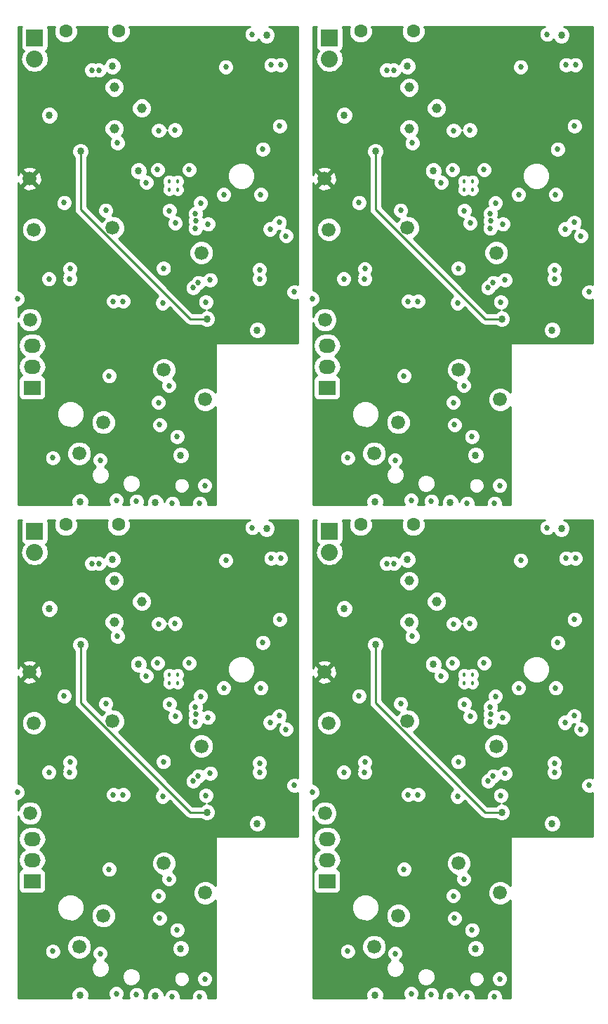
<source format=gbr>
G04 #@! TF.FileFunction,Copper,L3,Inr,Signal*
%FSLAX46Y46*%
G04 Gerber Fmt 4.6, Leading zero omitted, Abs format (unit mm)*
G04 Created by KiCad (PCBNEW 0.201602161416+6560~42~ubuntu15.10.1-product) date Wed 17 Feb 2016 03:47:36 PM EST*
%MOMM*%
G01*
G04 APERTURE LIST*
%ADD10C,0.100000*%
%ADD11C,0.457000*%
%ADD12C,1.680000*%
%ADD13C,1.600000*%
%ADD14R,2.032000X2.032000*%
%ADD15O,2.032000X2.032000*%
%ADD16C,1.150000*%
%ADD17R,2.032000X1.727200*%
%ADD18O,2.032000X1.727200*%
%ADD19C,0.685800*%
%ADD20C,0.863600*%
%ADD21C,0.254000*%
G04 APERTURE END LIST*
D10*
D11*
X68210400Y-92493800D03*
X67210400Y-92493800D03*
X68210400Y-91493800D03*
X67210400Y-91493800D03*
D12*
X50368200Y-91186000D03*
X60375800Y-97104200D03*
X50419000Y-108178600D03*
D13*
X61087000Y-73398000D03*
X54737000Y-73398000D03*
D14*
X50977800Y-74193400D03*
D15*
X50977800Y-76733400D03*
D16*
X63880000Y-82677000D03*
X60580000Y-85177000D03*
X60580000Y-80177000D03*
D12*
X71551800Y-117779800D03*
X56362600Y-124282200D03*
X59258200Y-120523000D03*
X66573400Y-114223800D03*
X50876200Y-97307400D03*
X71094600Y-100101400D03*
D17*
X50673000Y-116357400D03*
D18*
X50673000Y-113817400D03*
X50673000Y-111277400D03*
D11*
X68210400Y-33057800D03*
X67210400Y-33057800D03*
X68210400Y-32057800D03*
X67210400Y-32057800D03*
D12*
X50368200Y-31750000D03*
X60375800Y-37668200D03*
X50419000Y-48742600D03*
D13*
X61087000Y-13962000D03*
X54737000Y-13962000D03*
D14*
X50977800Y-14757400D03*
D15*
X50977800Y-17297400D03*
D16*
X63880000Y-23241000D03*
X60580000Y-25741000D03*
X60580000Y-20741000D03*
D12*
X71551800Y-58343800D03*
X56362600Y-64846200D03*
X59258200Y-61087000D03*
X66573400Y-54787800D03*
X50876200Y-37871400D03*
X71094600Y-40665400D03*
D17*
X50673000Y-56921400D03*
D18*
X50673000Y-54381400D03*
X50673000Y-51841400D03*
D11*
X32650400Y-92493800D03*
X31650400Y-92493800D03*
X32650400Y-91493800D03*
X31650400Y-91493800D03*
D12*
X14808200Y-91186000D03*
X24815800Y-97104200D03*
X14859000Y-108178600D03*
D13*
X25527000Y-73398000D03*
X19177000Y-73398000D03*
D14*
X15417800Y-74193400D03*
D15*
X15417800Y-76733400D03*
D16*
X28320000Y-82677000D03*
X25020000Y-85177000D03*
X25020000Y-80177000D03*
D12*
X35991800Y-117779800D03*
X20802600Y-124282200D03*
X23698200Y-120523000D03*
X31013400Y-114223800D03*
X15316200Y-97307400D03*
X35534600Y-100101400D03*
D17*
X15113000Y-116357400D03*
D18*
X15113000Y-113817400D03*
X15113000Y-111277400D03*
D17*
X15113000Y-56921400D03*
D18*
X15113000Y-54381400D03*
X15113000Y-51841400D03*
D12*
X35534600Y-40665400D03*
X15316200Y-37871400D03*
X31013400Y-54787800D03*
X23698200Y-61087000D03*
X20802600Y-64846200D03*
X35991800Y-58343800D03*
D16*
X28320000Y-23241000D03*
X25020000Y-25741000D03*
X25020000Y-20741000D03*
D14*
X15417800Y-14757400D03*
D15*
X15417800Y-17297400D03*
D13*
X25527000Y-13962000D03*
X19177000Y-13962000D03*
D12*
X14859000Y-48742600D03*
X24815800Y-37668200D03*
X14808200Y-31750000D03*
D11*
X32650400Y-33057800D03*
X31650400Y-33057800D03*
X32650400Y-32057800D03*
X31650400Y-32057800D03*
D19*
X72136000Y-103378000D03*
D20*
X60375800Y-77622400D03*
X63494000Y-90240200D03*
D19*
X72136000Y-43942000D03*
D20*
X60375800Y-18186400D03*
X63494000Y-30804200D03*
D19*
X36576000Y-103378000D03*
D20*
X24815800Y-77622400D03*
X27934000Y-90240200D03*
X27934000Y-30804200D03*
X24815800Y-18186400D03*
D19*
X36576000Y-43942000D03*
D20*
X78943200Y-73888600D03*
D19*
X60960000Y-86868000D03*
D20*
X56464200Y-130098800D03*
X68605400Y-124485400D03*
X52755800Y-83540600D03*
X65532000Y-130175000D03*
X77825600Y-109423200D03*
D19*
X67894200Y-85318600D03*
X65938400Y-85369400D03*
X53162200Y-124815600D03*
X70358000Y-97155000D03*
X59563000Y-94996000D03*
X71501000Y-128143000D03*
X67564000Y-130302000D03*
X70866000Y-130302000D03*
X60833000Y-129921000D03*
X63246000Y-130048000D03*
X59969400Y-114935000D03*
X52705000Y-103251000D03*
X48895000Y-105638600D03*
X61645800Y-105943400D03*
X55194200Y-103251000D03*
X66065400Y-120827800D03*
X66421000Y-106146600D03*
X54533800Y-94056200D03*
X58877200Y-125095000D03*
X78816200Y-108585000D03*
X79705200Y-107696000D03*
D20*
X78943200Y-14452600D03*
D19*
X60960000Y-27432000D03*
D20*
X56464200Y-70662800D03*
X68605400Y-65049400D03*
X52755800Y-24104600D03*
X65532000Y-70739000D03*
X77825600Y-49987200D03*
D19*
X67894200Y-25882600D03*
X65938400Y-25933400D03*
X53162200Y-65379600D03*
X70358000Y-37719000D03*
X59563000Y-35560000D03*
X71501000Y-68707000D03*
X67564000Y-70866000D03*
X70866000Y-70866000D03*
X60833000Y-70485000D03*
X63246000Y-70612000D03*
X59969400Y-55499000D03*
X52705000Y-43815000D03*
X48895000Y-46202600D03*
X61645800Y-46507400D03*
X55194200Y-43815000D03*
X66065400Y-61391800D03*
X66421000Y-46710600D03*
X54533800Y-34620200D03*
X58877200Y-65659000D03*
X78816200Y-49149000D03*
X79705200Y-48260000D03*
D20*
X43383200Y-73888600D03*
D19*
X25400000Y-86868000D03*
D20*
X20904200Y-130098800D03*
X33045400Y-124485400D03*
X17195800Y-83540600D03*
X29972000Y-130175000D03*
X42265600Y-109423200D03*
D19*
X32334200Y-85318600D03*
X30378400Y-85369400D03*
X17602200Y-124815600D03*
X34798000Y-97155000D03*
X24003000Y-94996000D03*
X35941000Y-128143000D03*
X32004000Y-130302000D03*
X35306000Y-130302000D03*
X25273000Y-129921000D03*
X27686000Y-130048000D03*
X24409400Y-114935000D03*
X17145000Y-103251000D03*
X13335000Y-105638600D03*
X26085800Y-105943400D03*
X19634200Y-103251000D03*
X30505400Y-120827800D03*
X30861000Y-106146600D03*
X18973800Y-94056200D03*
X23317200Y-125095000D03*
X43256200Y-108585000D03*
X44145200Y-107696000D03*
X44145200Y-48260000D03*
X43256200Y-49149000D03*
X23317200Y-65659000D03*
X18973800Y-34620200D03*
X30861000Y-46710600D03*
X30505400Y-61391800D03*
X19634200Y-43815000D03*
X26085800Y-46507400D03*
X13335000Y-46202600D03*
X17145000Y-43815000D03*
X24409400Y-55499000D03*
X27686000Y-70612000D03*
X25273000Y-70485000D03*
X35306000Y-70866000D03*
X32004000Y-70866000D03*
X35941000Y-68707000D03*
X24003000Y-35560000D03*
X34798000Y-37719000D03*
X17602200Y-65379600D03*
X30378400Y-25933400D03*
X32334200Y-25882600D03*
D20*
X42265600Y-49987200D03*
X29972000Y-70739000D03*
X17195800Y-24104600D03*
X33045400Y-65049400D03*
X20904200Y-70662800D03*
D19*
X25400000Y-27432000D03*
D20*
X43383200Y-14452600D03*
X71755000Y-108077000D03*
X56515000Y-87884000D03*
X71755000Y-48641000D03*
X56515000Y-28448000D03*
X36195000Y-108077000D03*
X20955000Y-87884000D03*
X20955000Y-28448000D03*
X36195000Y-48641000D03*
X52959000Y-123444000D03*
X70180200Y-105994200D03*
X76225400Y-77724000D03*
X71297800Y-125679200D03*
X64389000Y-127254000D03*
D19*
X69469000Y-94361000D03*
X61493400Y-114935000D03*
X56819800Y-116357400D03*
X54178200Y-103200200D03*
X62052200Y-97663000D03*
X53543200Y-98044000D03*
X68757800Y-114173000D03*
D20*
X52959000Y-64008000D03*
X70180200Y-46558200D03*
X76225400Y-18288000D03*
X71297800Y-66243200D03*
X64389000Y-67818000D03*
D19*
X69469000Y-34925000D03*
X61493400Y-55499000D03*
X56819800Y-56921400D03*
X54178200Y-43764200D03*
X62052200Y-38227000D03*
X53543200Y-38608000D03*
X68757800Y-54737000D03*
D20*
X17399000Y-123444000D03*
X34620200Y-105994200D03*
X40665400Y-77724000D03*
X35737800Y-125679200D03*
X28829000Y-127254000D03*
D19*
X33909000Y-94361000D03*
X25933400Y-114935000D03*
X21259800Y-116357400D03*
X18618200Y-103200200D03*
X26492200Y-97663000D03*
X17983200Y-98044000D03*
X33197800Y-114173000D03*
X33197800Y-54737000D03*
X17983200Y-38608000D03*
X26492200Y-38227000D03*
X18618200Y-43764200D03*
X21259800Y-56921400D03*
X25933400Y-55499000D03*
X33909000Y-34925000D03*
D20*
X28829000Y-67818000D03*
X35737800Y-66243200D03*
X40665400Y-18288000D03*
X34620200Y-46558200D03*
X17399000Y-64008000D03*
D19*
X65913000Y-118135400D03*
X67183000Y-116103400D03*
X55245000Y-102031800D03*
X60477400Y-105943400D03*
X66522600Y-101981000D03*
X68148200Y-122250200D03*
X65913000Y-58699400D03*
X67183000Y-56667400D03*
X55245000Y-42595800D03*
X60477400Y-46507400D03*
X66522600Y-42545000D03*
X68148200Y-62814200D03*
X30353000Y-118135400D03*
X31623000Y-116103400D03*
X19685000Y-102031800D03*
X24917400Y-105943400D03*
X30962600Y-101981000D03*
X32588200Y-122250200D03*
X32588200Y-62814200D03*
X30962600Y-42545000D03*
X24917400Y-46507400D03*
X19685000Y-42595800D03*
X31623000Y-56667400D03*
X30353000Y-58699400D03*
X70713335Y-103702162D03*
X58724800Y-78105000D03*
X70713335Y-44266162D03*
X58724800Y-18669000D03*
X35153335Y-103702162D03*
X23164800Y-78105000D03*
X23164800Y-18669000D03*
X35153335Y-44266162D03*
X70102679Y-104312818D03*
X57861200Y-78105000D03*
X70102679Y-44876818D03*
X57861200Y-18669000D03*
X34542679Y-104312818D03*
X22301200Y-78105000D03*
X22301200Y-18669000D03*
X34542679Y-44876818D03*
X74041000Y-77724000D03*
X69621400Y-90093800D03*
X74041000Y-18288000D03*
X69621400Y-30657800D03*
X38481000Y-77724000D03*
X34061400Y-90093800D03*
X34061400Y-30657800D03*
X38481000Y-18288000D03*
X77216000Y-73787000D03*
X67231518Y-95023682D03*
X77216000Y-14351000D03*
X67231518Y-35587682D03*
X41656000Y-73787000D03*
X31671518Y-95023682D03*
X31671518Y-35587682D03*
X41656000Y-14351000D03*
X79502000Y-77470000D03*
X67945000Y-96520000D03*
X79502000Y-18034000D03*
X67945000Y-37084000D03*
X43942000Y-77470000D03*
X32385000Y-96520000D03*
X32385000Y-37084000D03*
X43942000Y-18034000D03*
X80645000Y-77470000D03*
X80518000Y-84836000D03*
X80645000Y-18034000D03*
X80518000Y-25400000D03*
X45085000Y-77470000D03*
X44958000Y-84836000D03*
X44958000Y-25400000D03*
X45085000Y-18034000D03*
X78486000Y-87630000D03*
X71882000Y-96647000D03*
X78486000Y-28194000D03*
X71882000Y-37211000D03*
X42926000Y-87630000D03*
X36322000Y-96647000D03*
X36322000Y-37211000D03*
X42926000Y-28194000D03*
X64451520Y-91631673D03*
X70401272Y-96244272D03*
X64451520Y-32195673D03*
X70401272Y-36808272D03*
X28891520Y-91631673D03*
X34841272Y-96244272D03*
X34841272Y-36808272D03*
X28891520Y-32195673D03*
X70383400Y-95377000D03*
X65811400Y-90093800D03*
X70383400Y-35941000D03*
X65811400Y-30657800D03*
X34823400Y-95377000D03*
X30251400Y-90093800D03*
X30251400Y-30657800D03*
X34823400Y-35941000D03*
X70993000Y-94107000D03*
X71628000Y-106045000D03*
X73787000Y-93091000D03*
X78257400Y-93091000D03*
X70993000Y-34671000D03*
X71628000Y-46609000D03*
X73787000Y-33655000D03*
X78257400Y-33655000D03*
X35433000Y-94107000D03*
X36068000Y-106045000D03*
X38227000Y-93091000D03*
X42697400Y-93091000D03*
X42697400Y-33655000D03*
X38227000Y-33655000D03*
X36068000Y-46609000D03*
X35433000Y-34671000D03*
X82270600Y-104825800D03*
X82270600Y-45389800D03*
X46710600Y-104825800D03*
X46710600Y-45389800D03*
X79375000Y-97256600D03*
X79375000Y-37820600D03*
X43815000Y-97256600D03*
X43815000Y-37820600D03*
X81305400Y-98069400D03*
X81305400Y-38633400D03*
X45745400Y-98069400D03*
X45745400Y-38633400D03*
X78105000Y-102133400D03*
X78105000Y-42697400D03*
X42545000Y-102133400D03*
X42545000Y-42697400D03*
X78105000Y-103251000D03*
X78105000Y-43815000D03*
X42545000Y-103251000D03*
X42545000Y-43815000D03*
X80492600Y-96443800D03*
X80492600Y-37007800D03*
X44932600Y-96443800D03*
X44932600Y-37007800D03*
D21*
X56515000Y-94234000D02*
X56515000Y-87884000D01*
X56515000Y-94869000D02*
X56515000Y-94234000D01*
X69723000Y-108077000D02*
X56515000Y-94869000D01*
X71755000Y-108077000D02*
X69723000Y-108077000D01*
X56515000Y-34798000D02*
X56515000Y-28448000D01*
X56515000Y-35433000D02*
X56515000Y-34798000D01*
X69723000Y-48641000D02*
X56515000Y-35433000D01*
X71755000Y-48641000D02*
X69723000Y-48641000D01*
X20955000Y-94234000D02*
X20955000Y-87884000D01*
X20955000Y-94869000D02*
X20955000Y-94234000D01*
X34163000Y-108077000D02*
X20955000Y-94869000D01*
X36195000Y-108077000D02*
X34163000Y-108077000D01*
X36195000Y-48641000D02*
X34163000Y-48641000D01*
X34163000Y-48641000D02*
X20955000Y-35433000D01*
X20955000Y-35433000D02*
X20955000Y-34798000D01*
X20955000Y-34798000D02*
X20955000Y-28448000D01*
G36*
X13803643Y-13493635D02*
X13754360Y-13741400D01*
X13754360Y-15773400D01*
X13803643Y-16021165D01*
X13943991Y-16231209D01*
X14086672Y-16326546D01*
X13860130Y-16665590D01*
X13734455Y-17297400D01*
X13860130Y-17929210D01*
X14218022Y-18464833D01*
X14753645Y-18822725D01*
X15385455Y-18948400D01*
X15450145Y-18948400D01*
X15881173Y-18862663D01*
X21323131Y-18862663D01*
X21471693Y-19222212D01*
X21746541Y-19497540D01*
X22105830Y-19646730D01*
X22494863Y-19647069D01*
X22733142Y-19548615D01*
X22969430Y-19646730D01*
X23358463Y-19647069D01*
X23718012Y-19498507D01*
X23993340Y-19223659D01*
X24096317Y-18975662D01*
X24210717Y-19090262D01*
X24602669Y-19253015D01*
X25027069Y-19253385D01*
X25419304Y-19091316D01*
X25719662Y-18791483D01*
X25848310Y-18481663D01*
X37502931Y-18481663D01*
X37651493Y-18841212D01*
X37926341Y-19116540D01*
X38285630Y-19265730D01*
X38674663Y-19266069D01*
X39034212Y-19117507D01*
X39309540Y-18842659D01*
X39458730Y-18483370D01*
X39458952Y-18227663D01*
X42963931Y-18227663D01*
X43112493Y-18587212D01*
X43387341Y-18862540D01*
X43746630Y-19011730D01*
X44135663Y-19012069D01*
X44495212Y-18863507D01*
X44513291Y-18845460D01*
X44530341Y-18862540D01*
X44889630Y-19011730D01*
X45278663Y-19012069D01*
X45638212Y-18863507D01*
X45913540Y-18588659D01*
X46062730Y-18229370D01*
X46063069Y-17840337D01*
X45914507Y-17480788D01*
X45639659Y-17205460D01*
X45280370Y-17056270D01*
X44891337Y-17055931D01*
X44531788Y-17204493D01*
X44513709Y-17222540D01*
X44496659Y-17205460D01*
X44137370Y-17056270D01*
X43748337Y-17055931D01*
X43388788Y-17204493D01*
X43113460Y-17479341D01*
X42964270Y-17838630D01*
X42963931Y-18227663D01*
X39458952Y-18227663D01*
X39459069Y-18094337D01*
X39310507Y-17734788D01*
X39035659Y-17459460D01*
X38676370Y-17310270D01*
X38287337Y-17309931D01*
X37927788Y-17458493D01*
X37652460Y-17733341D01*
X37503270Y-18092630D01*
X37502931Y-18481663D01*
X25848310Y-18481663D01*
X25882415Y-18399531D01*
X25882785Y-17975131D01*
X25720716Y-17582896D01*
X25420883Y-17282538D01*
X25028931Y-17119785D01*
X24604531Y-17119415D01*
X24212296Y-17281484D01*
X23911938Y-17581317D01*
X23779399Y-17900505D01*
X23719459Y-17840460D01*
X23360170Y-17691270D01*
X22971137Y-17690931D01*
X22732858Y-17789385D01*
X22496570Y-17691270D01*
X22107537Y-17690931D01*
X21747988Y-17839493D01*
X21472660Y-18114341D01*
X21323470Y-18473630D01*
X21323131Y-18862663D01*
X15881173Y-18862663D01*
X16081955Y-18822725D01*
X16617578Y-18464833D01*
X16975470Y-17929210D01*
X17101145Y-17297400D01*
X16975470Y-16665590D01*
X16748928Y-16326546D01*
X16891609Y-16231209D01*
X17031957Y-16021165D01*
X17081240Y-15773400D01*
X17081240Y-13741400D01*
X17031957Y-13493635D01*
X16976073Y-13410000D01*
X17852416Y-13410000D01*
X17742250Y-13675309D01*
X17741752Y-14246187D01*
X17959757Y-14773800D01*
X18363077Y-15177824D01*
X18890309Y-15396750D01*
X19461187Y-15397248D01*
X19988800Y-15179243D01*
X20392824Y-14775923D01*
X20611750Y-14248691D01*
X20612248Y-13677813D01*
X20501590Y-13410000D01*
X24202416Y-13410000D01*
X24092250Y-13675309D01*
X24091752Y-14246187D01*
X24309757Y-14773800D01*
X24713077Y-15177824D01*
X25240309Y-15396750D01*
X25811187Y-15397248D01*
X26338800Y-15179243D01*
X26742824Y-14775923D01*
X26961750Y-14248691D01*
X26962248Y-13677813D01*
X26851590Y-13410000D01*
X41372623Y-13410000D01*
X41102788Y-13521493D01*
X40827460Y-13796341D01*
X40678270Y-14155630D01*
X40677931Y-14544663D01*
X40826493Y-14904212D01*
X41101341Y-15179540D01*
X41460630Y-15328730D01*
X41849663Y-15329069D01*
X42209212Y-15180507D01*
X42436101Y-14954014D01*
X42478284Y-15056104D01*
X42778117Y-15356462D01*
X43170069Y-15519215D01*
X43594469Y-15519585D01*
X43986704Y-15357516D01*
X44287062Y-15057683D01*
X44449815Y-14665731D01*
X44450185Y-14241331D01*
X44288116Y-13849096D01*
X43988283Y-13548738D01*
X43654165Y-13410000D01*
X47169000Y-13410000D01*
X47169000Y-44521290D01*
X46905970Y-44412070D01*
X46516937Y-44411731D01*
X46157388Y-44560293D01*
X45882060Y-44835141D01*
X45732870Y-45194430D01*
X45732531Y-45583463D01*
X45881093Y-45943012D01*
X46155941Y-46218340D01*
X46515230Y-46367530D01*
X46904263Y-46367869D01*
X47169000Y-46258482D01*
X47169000Y-51562000D01*
X37338000Y-51562000D01*
X37289399Y-51571667D01*
X37248197Y-51599197D01*
X37220667Y-51640399D01*
X37211000Y-51689000D01*
X37211000Y-57477342D01*
X36828411Y-57094085D01*
X36286483Y-56869057D01*
X35699692Y-56868544D01*
X35157371Y-57092627D01*
X34742085Y-57507189D01*
X34517057Y-58049117D01*
X34516544Y-58635908D01*
X34740627Y-59178229D01*
X35155189Y-59593515D01*
X35697117Y-59818543D01*
X36283908Y-59819056D01*
X36826229Y-59594973D01*
X37211000Y-59210873D01*
X37211000Y-71045000D01*
X36283744Y-71045000D01*
X36284069Y-70672337D01*
X36135507Y-70312788D01*
X35860659Y-70037460D01*
X35501370Y-69888270D01*
X35112337Y-69887931D01*
X34752788Y-70036493D01*
X34477460Y-70311341D01*
X34328270Y-70670630D01*
X34327944Y-71045000D01*
X32981744Y-71045000D01*
X32982069Y-70672337D01*
X32833507Y-70312788D01*
X32558659Y-70037460D01*
X32199370Y-69888270D01*
X31810337Y-69887931D01*
X31450788Y-70036493D01*
X31175460Y-70311341D01*
X31038887Y-70640245D01*
X31038985Y-70527731D01*
X30876916Y-70135496D01*
X30577083Y-69835138D01*
X30185131Y-69672385D01*
X29760731Y-69672015D01*
X29368496Y-69834084D01*
X29068138Y-70133917D01*
X28905385Y-70525869D01*
X28905015Y-70950269D01*
X28944157Y-71045000D01*
X28565057Y-71045000D01*
X28663730Y-70807370D01*
X28664069Y-70418337D01*
X28515507Y-70058788D01*
X28240659Y-69783460D01*
X27881370Y-69634270D01*
X27492337Y-69633931D01*
X27132788Y-69782493D01*
X26857460Y-70057341D01*
X26708270Y-70416630D01*
X26707931Y-70805663D01*
X26806823Y-71045000D01*
X26096190Y-71045000D01*
X26101540Y-71039659D01*
X26250730Y-70680370D01*
X26251069Y-70291337D01*
X26102507Y-69931788D01*
X25827659Y-69656460D01*
X25468370Y-69507270D01*
X25079337Y-69506931D01*
X24719788Y-69655493D01*
X24444460Y-69930341D01*
X24295270Y-70289630D01*
X24294931Y-70678663D01*
X24443493Y-71038212D01*
X24450269Y-71045000D01*
X21900611Y-71045000D01*
X21970815Y-70875931D01*
X21971185Y-70451531D01*
X21809116Y-70059296D01*
X21509283Y-69758938D01*
X21117331Y-69596185D01*
X20692931Y-69595815D01*
X20300696Y-69757884D01*
X20000338Y-70057717D01*
X19837585Y-70449669D01*
X19837215Y-70874069D01*
X19907843Y-71045000D01*
X13410000Y-71045000D01*
X13410000Y-68672824D01*
X25940808Y-68672824D01*
X26109439Y-69080943D01*
X26421415Y-69393463D01*
X26829239Y-69562807D01*
X27270824Y-69563192D01*
X27678943Y-69394561D01*
X27991463Y-69082585D01*
X28070120Y-68893157D01*
X32206837Y-68893157D01*
X32349642Y-69238772D01*
X32613837Y-69503429D01*
X32959202Y-69646837D01*
X33333157Y-69647163D01*
X33678772Y-69504358D01*
X33943429Y-69240163D01*
X34084401Y-68900663D01*
X34962931Y-68900663D01*
X35111493Y-69260212D01*
X35386341Y-69535540D01*
X35745630Y-69684730D01*
X36134663Y-69685069D01*
X36494212Y-69536507D01*
X36769540Y-69261659D01*
X36918730Y-68902370D01*
X36919069Y-68513337D01*
X36770507Y-68153788D01*
X36495659Y-67878460D01*
X36136370Y-67729270D01*
X35747337Y-67728931D01*
X35387788Y-67877493D01*
X35112460Y-68152341D01*
X34963270Y-68511630D01*
X34962931Y-68900663D01*
X34084401Y-68900663D01*
X34086837Y-68894798D01*
X34087163Y-68520843D01*
X33944358Y-68175228D01*
X33680163Y-67910571D01*
X33334798Y-67767163D01*
X32960843Y-67766837D01*
X32615228Y-67909642D01*
X32350571Y-68173837D01*
X32207163Y-68519202D01*
X32206837Y-68893157D01*
X28070120Y-68893157D01*
X28160807Y-68674761D01*
X28161192Y-68233176D01*
X27992561Y-67825057D01*
X27680585Y-67512537D01*
X27272761Y-67343193D01*
X26831176Y-67342808D01*
X26423057Y-67511439D01*
X26110537Y-67823415D01*
X25941193Y-68231239D01*
X25940808Y-68672824D01*
X13410000Y-68672824D01*
X13410000Y-67656824D01*
X22232808Y-67656824D01*
X22401439Y-68064943D01*
X22713415Y-68377463D01*
X23121239Y-68546807D01*
X23562824Y-68547192D01*
X23970943Y-68378561D01*
X24283463Y-68066585D01*
X24452807Y-67658761D01*
X24453192Y-67217176D01*
X24284561Y-66809057D01*
X23972585Y-66496537D01*
X23894746Y-66464215D01*
X24145740Y-66213659D01*
X24294930Y-65854370D01*
X24295269Y-65465337D01*
X24210703Y-65260669D01*
X31978415Y-65260669D01*
X32140484Y-65652904D01*
X32440317Y-65953262D01*
X32832269Y-66116015D01*
X33256669Y-66116385D01*
X33648904Y-65954316D01*
X33949262Y-65654483D01*
X34112015Y-65262531D01*
X34112385Y-64838131D01*
X33950316Y-64445896D01*
X33650483Y-64145538D01*
X33258531Y-63982785D01*
X32834131Y-63982415D01*
X32441896Y-64144484D01*
X32141538Y-64444317D01*
X31978785Y-64836269D01*
X31978415Y-65260669D01*
X24210703Y-65260669D01*
X24146707Y-65105788D01*
X23871859Y-64830460D01*
X23512570Y-64681270D01*
X23123537Y-64680931D01*
X22763988Y-64829493D01*
X22488660Y-65104341D01*
X22339470Y-65463630D01*
X22339131Y-65852663D01*
X22487693Y-66212212D01*
X22754257Y-66479242D01*
X22715057Y-66495439D01*
X22402537Y-66807415D01*
X22233193Y-67215239D01*
X22232808Y-67656824D01*
X13410000Y-67656824D01*
X13410000Y-65573263D01*
X16624131Y-65573263D01*
X16772693Y-65932812D01*
X17047541Y-66208140D01*
X17406830Y-66357330D01*
X17795863Y-66357669D01*
X18155412Y-66209107D01*
X18430740Y-65934259D01*
X18579930Y-65574970D01*
X18580269Y-65185937D01*
X18560590Y-65138308D01*
X19327344Y-65138308D01*
X19551427Y-65680629D01*
X19965989Y-66095915D01*
X20507917Y-66320943D01*
X21094708Y-66321456D01*
X21637029Y-66097373D01*
X22052315Y-65682811D01*
X22277343Y-65140883D01*
X22277856Y-64554092D01*
X22053773Y-64011771D01*
X21639211Y-63596485D01*
X21097283Y-63371457D01*
X20510492Y-63370944D01*
X19968171Y-63595027D01*
X19552885Y-64009589D01*
X19327857Y-64551517D01*
X19327344Y-65138308D01*
X18560590Y-65138308D01*
X18431707Y-64826388D01*
X18156859Y-64551060D01*
X17797570Y-64401870D01*
X17408537Y-64401531D01*
X17048988Y-64550093D01*
X16773660Y-64824941D01*
X16624470Y-65184230D01*
X16624131Y-65573263D01*
X13410000Y-65573263D01*
X13410000Y-63007863D01*
X31610131Y-63007863D01*
X31758693Y-63367412D01*
X32033541Y-63642740D01*
X32392830Y-63791930D01*
X32781863Y-63792269D01*
X33141412Y-63643707D01*
X33416740Y-63368859D01*
X33565930Y-63009570D01*
X33566269Y-62620537D01*
X33417707Y-62260988D01*
X33142859Y-61985660D01*
X32783570Y-61836470D01*
X32394537Y-61836131D01*
X32034988Y-61984693D01*
X31759660Y-62259541D01*
X31610470Y-62618830D01*
X31610131Y-63007863D01*
X13410000Y-63007863D01*
X13410000Y-60431795D01*
X18107716Y-60431795D01*
X18356106Y-61032943D01*
X18815637Y-61493278D01*
X19416352Y-61742716D01*
X20066795Y-61743284D01*
X20667943Y-61494894D01*
X20783931Y-61379108D01*
X22222944Y-61379108D01*
X22447027Y-61921429D01*
X22861589Y-62336715D01*
X23403517Y-62561743D01*
X23990308Y-62562256D01*
X24532629Y-62338173D01*
X24947915Y-61923611D01*
X25088326Y-61585463D01*
X29527331Y-61585463D01*
X29675893Y-61945012D01*
X29950741Y-62220340D01*
X30310030Y-62369530D01*
X30699063Y-62369869D01*
X31058612Y-62221307D01*
X31333940Y-61946459D01*
X31483130Y-61587170D01*
X31483469Y-61198137D01*
X31334907Y-60838588D01*
X31060059Y-60563260D01*
X30700770Y-60414070D01*
X30311737Y-60413731D01*
X29952188Y-60562293D01*
X29676860Y-60837141D01*
X29527670Y-61196430D01*
X29527331Y-61585463D01*
X25088326Y-61585463D01*
X25172943Y-61381683D01*
X25173456Y-60794892D01*
X24949373Y-60252571D01*
X24534811Y-59837285D01*
X23992883Y-59612257D01*
X23406092Y-59611744D01*
X22863771Y-59835827D01*
X22448485Y-60250389D01*
X22223457Y-60792317D01*
X22222944Y-61379108D01*
X20783931Y-61379108D01*
X21128278Y-61035363D01*
X21377716Y-60434648D01*
X21378284Y-59784205D01*
X21129894Y-59183057D01*
X20840407Y-58893063D01*
X29374931Y-58893063D01*
X29523493Y-59252612D01*
X29798341Y-59527940D01*
X30157630Y-59677130D01*
X30546663Y-59677469D01*
X30906212Y-59528907D01*
X31181540Y-59254059D01*
X31330730Y-58894770D01*
X31331069Y-58505737D01*
X31182507Y-58146188D01*
X30907659Y-57870860D01*
X30548370Y-57721670D01*
X30159337Y-57721331D01*
X29799788Y-57869893D01*
X29524460Y-58144741D01*
X29375270Y-58504030D01*
X29374931Y-58893063D01*
X20840407Y-58893063D01*
X20670363Y-58722722D01*
X20069648Y-58473284D01*
X19419205Y-58472716D01*
X18818057Y-58721106D01*
X18357722Y-59180637D01*
X18108284Y-59781352D01*
X18107716Y-60431795D01*
X13410000Y-60431795D01*
X13410000Y-51841400D01*
X13429655Y-51841400D01*
X13543729Y-52414889D01*
X13868585Y-52901070D01*
X14183366Y-53111400D01*
X13868585Y-53321730D01*
X13543729Y-53807911D01*
X13429655Y-54381400D01*
X13543729Y-54954889D01*
X13868585Y-55441070D01*
X13885566Y-55452416D01*
X13849235Y-55459643D01*
X13639191Y-55599991D01*
X13498843Y-55810035D01*
X13449560Y-56057800D01*
X13449560Y-57785000D01*
X13498843Y-58032765D01*
X13639191Y-58242809D01*
X13849235Y-58383157D01*
X14097000Y-58432440D01*
X16129000Y-58432440D01*
X16376765Y-58383157D01*
X16586809Y-58242809D01*
X16727157Y-58032765D01*
X16776440Y-57785000D01*
X16776440Y-56057800D01*
X16727157Y-55810035D01*
X16648731Y-55692663D01*
X23431331Y-55692663D01*
X23579893Y-56052212D01*
X23854741Y-56327540D01*
X24214030Y-56476730D01*
X24603063Y-56477069D01*
X24962612Y-56328507D01*
X25237940Y-56053659D01*
X25387130Y-55694370D01*
X25387469Y-55305337D01*
X25294325Y-55079908D01*
X29538144Y-55079908D01*
X29762227Y-55622229D01*
X30176789Y-56037515D01*
X30718717Y-56262543D01*
X30732252Y-56262555D01*
X30645270Y-56472030D01*
X30644931Y-56861063D01*
X30793493Y-57220612D01*
X31068341Y-57495940D01*
X31427630Y-57645130D01*
X31816663Y-57645469D01*
X32176212Y-57496907D01*
X32451540Y-57222059D01*
X32600730Y-56862770D01*
X32601069Y-56473737D01*
X32452507Y-56114188D01*
X32177659Y-55838860D01*
X32086295Y-55800922D01*
X32263115Y-55624411D01*
X32488143Y-55082483D01*
X32488656Y-54495692D01*
X32264573Y-53953371D01*
X31850011Y-53538085D01*
X31308083Y-53313057D01*
X30721292Y-53312544D01*
X30178971Y-53536627D01*
X29763685Y-53951189D01*
X29538657Y-54493117D01*
X29538144Y-55079908D01*
X25294325Y-55079908D01*
X25238907Y-54945788D01*
X24964059Y-54670460D01*
X24604770Y-54521270D01*
X24215737Y-54520931D01*
X23856188Y-54669493D01*
X23580860Y-54944341D01*
X23431670Y-55303630D01*
X23431331Y-55692663D01*
X16648731Y-55692663D01*
X16586809Y-55599991D01*
X16376765Y-55459643D01*
X16340434Y-55452416D01*
X16357415Y-55441070D01*
X16682271Y-54954889D01*
X16796345Y-54381400D01*
X16682271Y-53807911D01*
X16357415Y-53321730D01*
X16042634Y-53111400D01*
X16357415Y-52901070D01*
X16682271Y-52414889D01*
X16796345Y-51841400D01*
X16682271Y-51267911D01*
X16357415Y-50781730D01*
X15871234Y-50456874D01*
X15297745Y-50342800D01*
X14928255Y-50342800D01*
X14354766Y-50456874D01*
X13868585Y-50781730D01*
X13543729Y-51267911D01*
X13429655Y-51841400D01*
X13410000Y-51841400D01*
X13410000Y-49098252D01*
X13607827Y-49577029D01*
X14022389Y-49992315D01*
X14564317Y-50217343D01*
X15151108Y-50217856D01*
X15198028Y-50198469D01*
X41198615Y-50198469D01*
X41360684Y-50590704D01*
X41660517Y-50891062D01*
X42052469Y-51053815D01*
X42476869Y-51054185D01*
X42869104Y-50892116D01*
X43169462Y-50592283D01*
X43332215Y-50200331D01*
X43332585Y-49775931D01*
X43170516Y-49383696D01*
X42870683Y-49083338D01*
X42478731Y-48920585D01*
X42054331Y-48920215D01*
X41662096Y-49082284D01*
X41361738Y-49382117D01*
X41198985Y-49774069D01*
X41198615Y-50198469D01*
X15198028Y-50198469D01*
X15693429Y-49993773D01*
X16108715Y-49579211D01*
X16333743Y-49037283D01*
X16334256Y-48450492D01*
X16110173Y-47908171D01*
X15695611Y-47492885D01*
X15153683Y-47267857D01*
X14566892Y-47267344D01*
X14024571Y-47491427D01*
X13609285Y-47905989D01*
X13410000Y-48385921D01*
X13410000Y-47180566D01*
X13528663Y-47180669D01*
X13888212Y-47032107D01*
X14163540Y-46757259D01*
X14186874Y-46701063D01*
X23939331Y-46701063D01*
X24087893Y-47060612D01*
X24362741Y-47335940D01*
X24722030Y-47485130D01*
X25111063Y-47485469D01*
X25470612Y-47336907D01*
X25501413Y-47306160D01*
X25531141Y-47335940D01*
X25890430Y-47485130D01*
X26279463Y-47485469D01*
X26639012Y-47336907D01*
X26914340Y-47062059D01*
X27063530Y-46702770D01*
X27063869Y-46313737D01*
X26915307Y-45954188D01*
X26640459Y-45678860D01*
X26281170Y-45529670D01*
X25892137Y-45529331D01*
X25532588Y-45677893D01*
X25501787Y-45708640D01*
X25472059Y-45678860D01*
X25112770Y-45529670D01*
X24723737Y-45529331D01*
X24364188Y-45677893D01*
X24088860Y-45952741D01*
X23939670Y-46312030D01*
X23939331Y-46701063D01*
X14186874Y-46701063D01*
X14312730Y-46397970D01*
X14313069Y-46008937D01*
X14164507Y-45649388D01*
X13889659Y-45374060D01*
X13530370Y-45224870D01*
X13410000Y-45224765D01*
X13410000Y-44008663D01*
X16166931Y-44008663D01*
X16315493Y-44368212D01*
X16590341Y-44643540D01*
X16949630Y-44792730D01*
X17338663Y-44793069D01*
X17698212Y-44644507D01*
X17973540Y-44369659D01*
X18122730Y-44010370D01*
X18122731Y-44008663D01*
X18656131Y-44008663D01*
X18804693Y-44368212D01*
X19079541Y-44643540D01*
X19438830Y-44792730D01*
X19827863Y-44793069D01*
X20187412Y-44644507D01*
X20462740Y-44369659D01*
X20611930Y-44010370D01*
X20612269Y-43621337D01*
X20463707Y-43261788D01*
X20432916Y-43230943D01*
X20513540Y-43150459D01*
X20662730Y-42791170D01*
X20663069Y-42402137D01*
X20514507Y-42042588D01*
X20239659Y-41767260D01*
X19880370Y-41618070D01*
X19491337Y-41617731D01*
X19131788Y-41766293D01*
X18856460Y-42041141D01*
X18707270Y-42400430D01*
X18706931Y-42789463D01*
X18855493Y-43149012D01*
X18886284Y-43179857D01*
X18805660Y-43260341D01*
X18656470Y-43619630D01*
X18656131Y-44008663D01*
X18122731Y-44008663D01*
X18123069Y-43621337D01*
X17974507Y-43261788D01*
X17699659Y-42986460D01*
X17340370Y-42837270D01*
X16951337Y-42836931D01*
X16591788Y-42985493D01*
X16316460Y-43260341D01*
X16167270Y-43619630D01*
X16166931Y-44008663D01*
X13410000Y-44008663D01*
X13410000Y-38163508D01*
X13840944Y-38163508D01*
X14065027Y-38705829D01*
X14479589Y-39121115D01*
X15021517Y-39346143D01*
X15608308Y-39346656D01*
X16150629Y-39122573D01*
X16565915Y-38708011D01*
X16790943Y-38166083D01*
X16791456Y-37579292D01*
X16567373Y-37036971D01*
X16152811Y-36621685D01*
X15610883Y-36396657D01*
X15024092Y-36396144D01*
X14481771Y-36620227D01*
X14066485Y-37034789D01*
X13841457Y-37576717D01*
X13840944Y-38163508D01*
X13410000Y-38163508D01*
X13410000Y-34813863D01*
X17995731Y-34813863D01*
X18144293Y-35173412D01*
X18419141Y-35448740D01*
X18778430Y-35597930D01*
X19167463Y-35598269D01*
X19527012Y-35449707D01*
X19802340Y-35174859D01*
X19951530Y-34815570D01*
X19951869Y-34426537D01*
X19803307Y-34066988D01*
X19528459Y-33791660D01*
X19169170Y-33642470D01*
X18780137Y-33642131D01*
X18420588Y-33790693D01*
X18145260Y-34065541D01*
X17996070Y-34424830D01*
X17995731Y-34813863D01*
X13410000Y-34813863D01*
X13410000Y-32786716D01*
X13951089Y-32786716D01*
X14030134Y-33036980D01*
X14581867Y-33236768D01*
X15168057Y-33210208D01*
X15586266Y-33036980D01*
X15665311Y-32786716D01*
X14808200Y-31929605D01*
X13951089Y-32786716D01*
X13410000Y-32786716D01*
X13410000Y-32259557D01*
X13521220Y-32528066D01*
X13771484Y-32607111D01*
X14628595Y-31750000D01*
X14987805Y-31750000D01*
X15844916Y-32607111D01*
X16095180Y-32528066D01*
X16294968Y-31976333D01*
X16268408Y-31390143D01*
X16095180Y-30971934D01*
X15844916Y-30892889D01*
X14987805Y-31750000D01*
X14628595Y-31750000D01*
X13771484Y-30892889D01*
X13521220Y-30971934D01*
X13410000Y-31279078D01*
X13410000Y-30713284D01*
X13951089Y-30713284D01*
X14808200Y-31570395D01*
X15665311Y-30713284D01*
X15586266Y-30463020D01*
X15034533Y-30263232D01*
X14448343Y-30289792D01*
X14030134Y-30463020D01*
X13951089Y-30713284D01*
X13410000Y-30713284D01*
X13410000Y-28659269D01*
X19888015Y-28659269D01*
X20050084Y-29051504D01*
X20193000Y-29194670D01*
X20193000Y-35433000D01*
X20251004Y-35724605D01*
X20321563Y-35830203D01*
X20416185Y-35971815D01*
X30320295Y-45875925D01*
X30307788Y-45881093D01*
X30032460Y-46155941D01*
X29883270Y-46515230D01*
X29882931Y-46904263D01*
X30031493Y-47263812D01*
X30306341Y-47539140D01*
X30665630Y-47688330D01*
X31054663Y-47688669D01*
X31414212Y-47540107D01*
X31689540Y-47265259D01*
X31695434Y-47251065D01*
X33624185Y-49179816D01*
X33772377Y-49278834D01*
X33871395Y-49344996D01*
X34163000Y-49403000D01*
X35448303Y-49403000D01*
X35589917Y-49544862D01*
X35981869Y-49707615D01*
X36406269Y-49707985D01*
X36798504Y-49545916D01*
X37098862Y-49246083D01*
X37261615Y-48854131D01*
X37261985Y-48429731D01*
X37099916Y-48037496D01*
X36800083Y-47737138D01*
X36408131Y-47574385D01*
X36292605Y-47574284D01*
X36621212Y-47438507D01*
X36896540Y-47163659D01*
X37045730Y-46804370D01*
X37046069Y-46415337D01*
X36897507Y-46055788D01*
X36622659Y-45780460D01*
X36263370Y-45631270D01*
X35874337Y-45630931D01*
X35514788Y-45779493D01*
X35239460Y-46054341D01*
X35090270Y-46413630D01*
X35089931Y-46802663D01*
X35238493Y-47162212D01*
X35513341Y-47437540D01*
X35872630Y-47586730D01*
X35952789Y-47586800D01*
X35591496Y-47736084D01*
X35448330Y-47879000D01*
X34478631Y-47879000D01*
X31670112Y-45070481D01*
X33564610Y-45070481D01*
X33713172Y-45430030D01*
X33988020Y-45705358D01*
X34347309Y-45854548D01*
X34736342Y-45854887D01*
X35095891Y-45706325D01*
X35371219Y-45431477D01*
X35470089Y-45193371D01*
X35706547Y-45095669D01*
X35981875Y-44820821D01*
X36008214Y-44757390D01*
X36021341Y-44770540D01*
X36380630Y-44919730D01*
X36769663Y-44920069D01*
X37129212Y-44771507D01*
X37404540Y-44496659D01*
X37553730Y-44137370D01*
X37554069Y-43748337D01*
X37405507Y-43388788D01*
X37130659Y-43113460D01*
X36771370Y-42964270D01*
X36382337Y-42963931D01*
X36022788Y-43112493D01*
X35747460Y-43387341D01*
X35721121Y-43450772D01*
X35707994Y-43437622D01*
X35348705Y-43288432D01*
X34959672Y-43288093D01*
X34600123Y-43436655D01*
X34324795Y-43711503D01*
X34225925Y-43949609D01*
X33989467Y-44047311D01*
X33714139Y-44322159D01*
X33564949Y-44681448D01*
X33564610Y-45070481D01*
X31670112Y-45070481D01*
X29338294Y-42738663D01*
X29984531Y-42738663D01*
X30133093Y-43098212D01*
X30407941Y-43373540D01*
X30767230Y-43522730D01*
X31156263Y-43523069D01*
X31515812Y-43374507D01*
X31791140Y-43099659D01*
X31877756Y-42891063D01*
X41566931Y-42891063D01*
X41715493Y-43250612D01*
X41720840Y-43255968D01*
X41716460Y-43260341D01*
X41567270Y-43619630D01*
X41566931Y-44008663D01*
X41715493Y-44368212D01*
X41990341Y-44643540D01*
X42349630Y-44792730D01*
X42738663Y-44793069D01*
X43098212Y-44644507D01*
X43373540Y-44369659D01*
X43522730Y-44010370D01*
X43523069Y-43621337D01*
X43374507Y-43261788D01*
X43369160Y-43256432D01*
X43373540Y-43252059D01*
X43522730Y-42892770D01*
X43523069Y-42503737D01*
X43374507Y-42144188D01*
X43099659Y-41868860D01*
X42740370Y-41719670D01*
X42351337Y-41719331D01*
X41991788Y-41867893D01*
X41716460Y-42142741D01*
X41567270Y-42502030D01*
X41566931Y-42891063D01*
X31877756Y-42891063D01*
X31940330Y-42740370D01*
X31940669Y-42351337D01*
X31792107Y-41991788D01*
X31517259Y-41716460D01*
X31157970Y-41567270D01*
X30768937Y-41566931D01*
X30409388Y-41715493D01*
X30134060Y-41990341D01*
X29984870Y-42349630D01*
X29984531Y-42738663D01*
X29338294Y-42738663D01*
X27557139Y-40957508D01*
X34059344Y-40957508D01*
X34283427Y-41499829D01*
X34697989Y-41915115D01*
X35239917Y-42140143D01*
X35826708Y-42140656D01*
X36369029Y-41916573D01*
X36784315Y-41502011D01*
X37009343Y-40960083D01*
X37009856Y-40373292D01*
X36785773Y-39830971D01*
X36371211Y-39415685D01*
X35829283Y-39190657D01*
X35242492Y-39190144D01*
X34700171Y-39414227D01*
X34284885Y-39828789D01*
X34059857Y-40370717D01*
X34059344Y-40957508D01*
X27557139Y-40957508D01*
X25557371Y-38957741D01*
X25650229Y-38919373D01*
X26065515Y-38504811D01*
X26290543Y-37962883D01*
X26291056Y-37376092D01*
X26066973Y-36833771D01*
X25652411Y-36418485D01*
X25110483Y-36193457D01*
X24752918Y-36193144D01*
X24831540Y-36114659D01*
X24969944Y-35781345D01*
X30693449Y-35781345D01*
X30842011Y-36140894D01*
X31116859Y-36416222D01*
X31476148Y-36565412D01*
X31541458Y-36565469D01*
X31407270Y-36888630D01*
X31406931Y-37277663D01*
X31555493Y-37637212D01*
X31830341Y-37912540D01*
X32189630Y-38061730D01*
X32578663Y-38062069D01*
X32938212Y-37913507D01*
X32939057Y-37912663D01*
X33819931Y-37912663D01*
X33968493Y-38272212D01*
X34243341Y-38547540D01*
X34602630Y-38696730D01*
X34991663Y-38697069D01*
X35351212Y-38548507D01*
X35626540Y-38273659D01*
X35736559Y-38008704D01*
X35767341Y-38039540D01*
X36126630Y-38188730D01*
X36515663Y-38189069D01*
X36875212Y-38040507D01*
X36901501Y-38014263D01*
X42836931Y-38014263D01*
X42985493Y-38373812D01*
X43260341Y-38649140D01*
X43619630Y-38798330D01*
X44008663Y-38798669D01*
X44368212Y-38650107D01*
X44643540Y-38375259D01*
X44792730Y-38015970D01*
X44792756Y-37985578D01*
X45009996Y-37985768D01*
X44916860Y-38078741D01*
X44767670Y-38438030D01*
X44767331Y-38827063D01*
X44915893Y-39186612D01*
X45190741Y-39461940D01*
X45550030Y-39611130D01*
X45939063Y-39611469D01*
X46298612Y-39462907D01*
X46573940Y-39188059D01*
X46723130Y-38828770D01*
X46723469Y-38439737D01*
X46574907Y-38080188D01*
X46300059Y-37804860D01*
X45940770Y-37655670D01*
X45668004Y-37655432D01*
X45761140Y-37562459D01*
X45910330Y-37203170D01*
X45910669Y-36814137D01*
X45762107Y-36454588D01*
X45487259Y-36179260D01*
X45127970Y-36030070D01*
X44738937Y-36029731D01*
X44379388Y-36178293D01*
X44104060Y-36453141D01*
X43954870Y-36812430D01*
X43954844Y-36842822D01*
X43621337Y-36842531D01*
X43261788Y-36991093D01*
X42986460Y-37265941D01*
X42837270Y-37625230D01*
X42836931Y-38014263D01*
X36901501Y-38014263D01*
X37150540Y-37765659D01*
X37299730Y-37406370D01*
X37300069Y-37017337D01*
X37151507Y-36657788D01*
X36876659Y-36382460D01*
X36517370Y-36233270D01*
X36128337Y-36232931D01*
X35768788Y-36381493D01*
X35736385Y-36413839D01*
X35711212Y-36352916D01*
X35801130Y-36136370D01*
X35801469Y-35747337D01*
X35741295Y-35601704D01*
X35986212Y-35500507D01*
X36261540Y-35225659D01*
X36410730Y-34866370D01*
X36411069Y-34477337D01*
X36262507Y-34117788D01*
X35993852Y-33848663D01*
X37248931Y-33848663D01*
X37397493Y-34208212D01*
X37672341Y-34483540D01*
X38031630Y-34632730D01*
X38420663Y-34633069D01*
X38780212Y-34484507D01*
X39055540Y-34209659D01*
X39204730Y-33850370D01*
X39204731Y-33848663D01*
X41719331Y-33848663D01*
X41867893Y-34208212D01*
X42142741Y-34483540D01*
X42502030Y-34632730D01*
X42891063Y-34633069D01*
X43250612Y-34484507D01*
X43525940Y-34209659D01*
X43675130Y-33850370D01*
X43675469Y-33461337D01*
X43526907Y-33101788D01*
X43252059Y-32826460D01*
X42892770Y-32677270D01*
X42503737Y-32676931D01*
X42144188Y-32825493D01*
X41868860Y-33100341D01*
X41719670Y-33459630D01*
X41719331Y-33848663D01*
X39204731Y-33848663D01*
X39205069Y-33461337D01*
X39056507Y-33101788D01*
X38781659Y-32826460D01*
X38422370Y-32677270D01*
X38033337Y-32676931D01*
X37673788Y-32825493D01*
X37398460Y-33100341D01*
X37249270Y-33459630D01*
X37248931Y-33848663D01*
X35993852Y-33848663D01*
X35987659Y-33842460D01*
X35628370Y-33693270D01*
X35239337Y-33692931D01*
X34879788Y-33841493D01*
X34604460Y-34116341D01*
X34455270Y-34475630D01*
X34454931Y-34864663D01*
X34515105Y-35010296D01*
X34270188Y-35111493D01*
X33994860Y-35386341D01*
X33845670Y-35745630D01*
X33845331Y-36134663D01*
X33953460Y-36396356D01*
X33863542Y-36612902D01*
X33863203Y-37001935D01*
X33949835Y-37211602D01*
X33820270Y-37523630D01*
X33819931Y-37912663D01*
X32939057Y-37912663D01*
X33213540Y-37638659D01*
X33362730Y-37279370D01*
X33363069Y-36890337D01*
X33214507Y-36530788D01*
X32939659Y-36255460D01*
X32580370Y-36106270D01*
X32515060Y-36106213D01*
X32649248Y-35783052D01*
X32649587Y-35394019D01*
X32501025Y-35034470D01*
X32226177Y-34759142D01*
X31866888Y-34609952D01*
X31477855Y-34609613D01*
X31118306Y-34758175D01*
X30842978Y-35033023D01*
X30693788Y-35392312D01*
X30693449Y-35781345D01*
X24969944Y-35781345D01*
X24980730Y-35755370D01*
X24981069Y-35366337D01*
X24832507Y-35006788D01*
X24557659Y-34731460D01*
X24198370Y-34582270D01*
X23809337Y-34581931D01*
X23449788Y-34730493D01*
X23174460Y-35005341D01*
X23025270Y-35364630D01*
X23024931Y-35753663D01*
X23173493Y-36113212D01*
X23448341Y-36388540D01*
X23807630Y-36537730D01*
X23860411Y-36537776D01*
X23566085Y-36831589D01*
X23526515Y-36926885D01*
X21717000Y-35117370D01*
X21717000Y-31015469D01*
X26867015Y-31015469D01*
X27029084Y-31407704D01*
X27328917Y-31708062D01*
X27720869Y-31870815D01*
X27967469Y-31871030D01*
X27913790Y-32000303D01*
X27913451Y-32389336D01*
X28062013Y-32748885D01*
X28336861Y-33024213D01*
X28696150Y-33173403D01*
X29085183Y-33173742D01*
X29444732Y-33025180D01*
X29720060Y-32750332D01*
X29869250Y-32391043D01*
X29869391Y-32228807D01*
X30786750Y-32228807D01*
X30917933Y-32546294D01*
X30929226Y-32557607D01*
X30918787Y-32568028D01*
X30787050Y-32885286D01*
X30786750Y-33228807D01*
X30917933Y-33546294D01*
X31160628Y-33789413D01*
X31477886Y-33921150D01*
X31821407Y-33921450D01*
X32138894Y-33790267D01*
X32150207Y-33778974D01*
X32160628Y-33789413D01*
X32477886Y-33921150D01*
X32821407Y-33921450D01*
X33138894Y-33790267D01*
X33382013Y-33547572D01*
X33513750Y-33230314D01*
X33514050Y-32886793D01*
X33382867Y-32569306D01*
X33371574Y-32557993D01*
X33382013Y-32547572D01*
X33513750Y-32230314D01*
X33514050Y-31886793D01*
X33454139Y-31741795D01*
X38707716Y-31741795D01*
X38956106Y-32342943D01*
X39415637Y-32803278D01*
X40016352Y-33052716D01*
X40666795Y-33053284D01*
X41267943Y-32804894D01*
X41728278Y-32345363D01*
X41977716Y-31744648D01*
X41978284Y-31094205D01*
X41729894Y-30493057D01*
X41270363Y-30032722D01*
X40669648Y-29783284D01*
X40019205Y-29782716D01*
X39418057Y-30031106D01*
X38957722Y-30490637D01*
X38708284Y-31091352D01*
X38707716Y-31741795D01*
X33454139Y-31741795D01*
X33382867Y-31569306D01*
X33140172Y-31326187D01*
X32822914Y-31194450D01*
X32479393Y-31194150D01*
X32161906Y-31325333D01*
X32150593Y-31336626D01*
X32140172Y-31326187D01*
X31822914Y-31194450D01*
X31479393Y-31194150D01*
X31161906Y-31325333D01*
X30918787Y-31568028D01*
X30787050Y-31885286D01*
X30786750Y-32228807D01*
X29869391Y-32228807D01*
X29869589Y-32002010D01*
X29721027Y-31642461D01*
X29446179Y-31367133D01*
X29086890Y-31217943D01*
X28917375Y-31217795D01*
X29000615Y-31017331D01*
X29000759Y-30851463D01*
X29273331Y-30851463D01*
X29421893Y-31211012D01*
X29696741Y-31486340D01*
X30056030Y-31635530D01*
X30445063Y-31635869D01*
X30804612Y-31487307D01*
X31079940Y-31212459D01*
X31229130Y-30853170D01*
X31229131Y-30851463D01*
X33083331Y-30851463D01*
X33231893Y-31211012D01*
X33506741Y-31486340D01*
X33866030Y-31635530D01*
X34255063Y-31635869D01*
X34614612Y-31487307D01*
X34889940Y-31212459D01*
X35039130Y-30853170D01*
X35039469Y-30464137D01*
X34890907Y-30104588D01*
X34616059Y-29829260D01*
X34256770Y-29680070D01*
X33867737Y-29679731D01*
X33508188Y-29828293D01*
X33232860Y-30103141D01*
X33083670Y-30462430D01*
X33083331Y-30851463D01*
X31229131Y-30851463D01*
X31229469Y-30464137D01*
X31080907Y-30104588D01*
X30806059Y-29829260D01*
X30446770Y-29680070D01*
X30057737Y-29679731D01*
X29698188Y-29828293D01*
X29422860Y-30103141D01*
X29273670Y-30462430D01*
X29273331Y-30851463D01*
X29000759Y-30851463D01*
X29000985Y-30592931D01*
X28838916Y-30200696D01*
X28539083Y-29900338D01*
X28147131Y-29737585D01*
X27722731Y-29737215D01*
X27330496Y-29899284D01*
X27030138Y-30199117D01*
X26867385Y-30591069D01*
X26867015Y-31015469D01*
X21717000Y-31015469D01*
X21717000Y-29194697D01*
X21858862Y-29053083D01*
X22021615Y-28661131D01*
X22021985Y-28236731D01*
X21859916Y-27844496D01*
X21560083Y-27544138D01*
X21168131Y-27381385D01*
X20743731Y-27381015D01*
X20351496Y-27543084D01*
X20051138Y-27842917D01*
X19888385Y-28234869D01*
X19888015Y-28659269D01*
X13410000Y-28659269D01*
X13410000Y-25980628D01*
X23809791Y-25980628D01*
X23993614Y-26425514D01*
X24333695Y-26766190D01*
X24580249Y-26868568D01*
X24571460Y-26877341D01*
X24422270Y-27236630D01*
X24421931Y-27625663D01*
X24570493Y-27985212D01*
X24845341Y-28260540D01*
X25204630Y-28409730D01*
X25593663Y-28410069D01*
X25647889Y-28387663D01*
X41947931Y-28387663D01*
X42096493Y-28747212D01*
X42371341Y-29022540D01*
X42730630Y-29171730D01*
X43119663Y-29172069D01*
X43479212Y-29023507D01*
X43754540Y-28748659D01*
X43903730Y-28389370D01*
X43904069Y-28000337D01*
X43755507Y-27640788D01*
X43480659Y-27365460D01*
X43121370Y-27216270D01*
X42732337Y-27215931D01*
X42372788Y-27364493D01*
X42097460Y-27639341D01*
X41948270Y-27998630D01*
X41947931Y-28387663D01*
X25647889Y-28387663D01*
X25953212Y-28261507D01*
X26228540Y-27986659D01*
X26377730Y-27627370D01*
X26378069Y-27238337D01*
X26229507Y-26878788D01*
X25954659Y-26603460D01*
X25893971Y-26578260D01*
X26045190Y-26427305D01*
X26169861Y-26127063D01*
X29400331Y-26127063D01*
X29548893Y-26486612D01*
X29823741Y-26761940D01*
X30183030Y-26911130D01*
X30572063Y-26911469D01*
X30931612Y-26762907D01*
X31206940Y-26488059D01*
X31356130Y-26128770D01*
X31356176Y-26076371D01*
X31504693Y-26435812D01*
X31779541Y-26711140D01*
X32138830Y-26860330D01*
X32527863Y-26860669D01*
X32887412Y-26712107D01*
X33162740Y-26437259D01*
X33311930Y-26077970D01*
X33312269Y-25688937D01*
X33272903Y-25593663D01*
X43979931Y-25593663D01*
X44128493Y-25953212D01*
X44403341Y-26228540D01*
X44762630Y-26377730D01*
X45151663Y-26378069D01*
X45511212Y-26229507D01*
X45786540Y-25954659D01*
X45935730Y-25595370D01*
X45936069Y-25206337D01*
X45787507Y-24846788D01*
X45512659Y-24571460D01*
X45153370Y-24422270D01*
X44764337Y-24421931D01*
X44404788Y-24570493D01*
X44129460Y-24845341D01*
X43980270Y-25204630D01*
X43979931Y-25593663D01*
X33272903Y-25593663D01*
X33163707Y-25329388D01*
X32888859Y-25054060D01*
X32529570Y-24904870D01*
X32140537Y-24904531D01*
X31780988Y-25053093D01*
X31505660Y-25327941D01*
X31356470Y-25687230D01*
X31356424Y-25739629D01*
X31207907Y-25380188D01*
X30933059Y-25104860D01*
X30573770Y-24955670D01*
X30184737Y-24955331D01*
X29825188Y-25103893D01*
X29549860Y-25378741D01*
X29400670Y-25738030D01*
X29400331Y-26127063D01*
X26169861Y-26127063D01*
X26229789Y-25982740D01*
X26230209Y-25501372D01*
X26046386Y-25056486D01*
X25706305Y-24715810D01*
X25261740Y-24531211D01*
X24780372Y-24530791D01*
X24335486Y-24714614D01*
X23994810Y-25054695D01*
X23810211Y-25499260D01*
X23809791Y-25980628D01*
X13410000Y-25980628D01*
X13410000Y-24315869D01*
X16128815Y-24315869D01*
X16290884Y-24708104D01*
X16590717Y-25008462D01*
X16982669Y-25171215D01*
X17407069Y-25171585D01*
X17799304Y-25009516D01*
X18099662Y-24709683D01*
X18262415Y-24317731D01*
X18262785Y-23893331D01*
X18100716Y-23501096D01*
X18080284Y-23480628D01*
X27109791Y-23480628D01*
X27293614Y-23925514D01*
X27633695Y-24266190D01*
X28078260Y-24450789D01*
X28559628Y-24451209D01*
X29004514Y-24267386D01*
X29345190Y-23927305D01*
X29529789Y-23482740D01*
X29530209Y-23001372D01*
X29346386Y-22556486D01*
X29006305Y-22215810D01*
X28561740Y-22031211D01*
X28080372Y-22030791D01*
X27635486Y-22214614D01*
X27294810Y-22554695D01*
X27110211Y-22999260D01*
X27109791Y-23480628D01*
X18080284Y-23480628D01*
X17800883Y-23200738D01*
X17408931Y-23037985D01*
X16984531Y-23037615D01*
X16592296Y-23199684D01*
X16291938Y-23499517D01*
X16129185Y-23891469D01*
X16128815Y-24315869D01*
X13410000Y-24315869D01*
X13410000Y-20980628D01*
X23809791Y-20980628D01*
X23993614Y-21425514D01*
X24333695Y-21766190D01*
X24778260Y-21950789D01*
X25259628Y-21951209D01*
X25704514Y-21767386D01*
X26045190Y-21427305D01*
X26229789Y-20982740D01*
X26230209Y-20501372D01*
X26046386Y-20056486D01*
X25706305Y-19715810D01*
X25261740Y-19531211D01*
X24780372Y-19530791D01*
X24335486Y-19714614D01*
X23994810Y-20054695D01*
X23810211Y-20499260D01*
X23809791Y-20980628D01*
X13410000Y-20980628D01*
X13410000Y-13410000D01*
X13859527Y-13410000D01*
X13803643Y-13493635D01*
X13803643Y-13493635D01*
G37*
X13803643Y-13493635D02*
X13754360Y-13741400D01*
X13754360Y-15773400D01*
X13803643Y-16021165D01*
X13943991Y-16231209D01*
X14086672Y-16326546D01*
X13860130Y-16665590D01*
X13734455Y-17297400D01*
X13860130Y-17929210D01*
X14218022Y-18464833D01*
X14753645Y-18822725D01*
X15385455Y-18948400D01*
X15450145Y-18948400D01*
X15881173Y-18862663D01*
X21323131Y-18862663D01*
X21471693Y-19222212D01*
X21746541Y-19497540D01*
X22105830Y-19646730D01*
X22494863Y-19647069D01*
X22733142Y-19548615D01*
X22969430Y-19646730D01*
X23358463Y-19647069D01*
X23718012Y-19498507D01*
X23993340Y-19223659D01*
X24096317Y-18975662D01*
X24210717Y-19090262D01*
X24602669Y-19253015D01*
X25027069Y-19253385D01*
X25419304Y-19091316D01*
X25719662Y-18791483D01*
X25848310Y-18481663D01*
X37502931Y-18481663D01*
X37651493Y-18841212D01*
X37926341Y-19116540D01*
X38285630Y-19265730D01*
X38674663Y-19266069D01*
X39034212Y-19117507D01*
X39309540Y-18842659D01*
X39458730Y-18483370D01*
X39458952Y-18227663D01*
X42963931Y-18227663D01*
X43112493Y-18587212D01*
X43387341Y-18862540D01*
X43746630Y-19011730D01*
X44135663Y-19012069D01*
X44495212Y-18863507D01*
X44513291Y-18845460D01*
X44530341Y-18862540D01*
X44889630Y-19011730D01*
X45278663Y-19012069D01*
X45638212Y-18863507D01*
X45913540Y-18588659D01*
X46062730Y-18229370D01*
X46063069Y-17840337D01*
X45914507Y-17480788D01*
X45639659Y-17205460D01*
X45280370Y-17056270D01*
X44891337Y-17055931D01*
X44531788Y-17204493D01*
X44513709Y-17222540D01*
X44496659Y-17205460D01*
X44137370Y-17056270D01*
X43748337Y-17055931D01*
X43388788Y-17204493D01*
X43113460Y-17479341D01*
X42964270Y-17838630D01*
X42963931Y-18227663D01*
X39458952Y-18227663D01*
X39459069Y-18094337D01*
X39310507Y-17734788D01*
X39035659Y-17459460D01*
X38676370Y-17310270D01*
X38287337Y-17309931D01*
X37927788Y-17458493D01*
X37652460Y-17733341D01*
X37503270Y-18092630D01*
X37502931Y-18481663D01*
X25848310Y-18481663D01*
X25882415Y-18399531D01*
X25882785Y-17975131D01*
X25720716Y-17582896D01*
X25420883Y-17282538D01*
X25028931Y-17119785D01*
X24604531Y-17119415D01*
X24212296Y-17281484D01*
X23911938Y-17581317D01*
X23779399Y-17900505D01*
X23719459Y-17840460D01*
X23360170Y-17691270D01*
X22971137Y-17690931D01*
X22732858Y-17789385D01*
X22496570Y-17691270D01*
X22107537Y-17690931D01*
X21747988Y-17839493D01*
X21472660Y-18114341D01*
X21323470Y-18473630D01*
X21323131Y-18862663D01*
X15881173Y-18862663D01*
X16081955Y-18822725D01*
X16617578Y-18464833D01*
X16975470Y-17929210D01*
X17101145Y-17297400D01*
X16975470Y-16665590D01*
X16748928Y-16326546D01*
X16891609Y-16231209D01*
X17031957Y-16021165D01*
X17081240Y-15773400D01*
X17081240Y-13741400D01*
X17031957Y-13493635D01*
X16976073Y-13410000D01*
X17852416Y-13410000D01*
X17742250Y-13675309D01*
X17741752Y-14246187D01*
X17959757Y-14773800D01*
X18363077Y-15177824D01*
X18890309Y-15396750D01*
X19461187Y-15397248D01*
X19988800Y-15179243D01*
X20392824Y-14775923D01*
X20611750Y-14248691D01*
X20612248Y-13677813D01*
X20501590Y-13410000D01*
X24202416Y-13410000D01*
X24092250Y-13675309D01*
X24091752Y-14246187D01*
X24309757Y-14773800D01*
X24713077Y-15177824D01*
X25240309Y-15396750D01*
X25811187Y-15397248D01*
X26338800Y-15179243D01*
X26742824Y-14775923D01*
X26961750Y-14248691D01*
X26962248Y-13677813D01*
X26851590Y-13410000D01*
X41372623Y-13410000D01*
X41102788Y-13521493D01*
X40827460Y-13796341D01*
X40678270Y-14155630D01*
X40677931Y-14544663D01*
X40826493Y-14904212D01*
X41101341Y-15179540D01*
X41460630Y-15328730D01*
X41849663Y-15329069D01*
X42209212Y-15180507D01*
X42436101Y-14954014D01*
X42478284Y-15056104D01*
X42778117Y-15356462D01*
X43170069Y-15519215D01*
X43594469Y-15519585D01*
X43986704Y-15357516D01*
X44287062Y-15057683D01*
X44449815Y-14665731D01*
X44450185Y-14241331D01*
X44288116Y-13849096D01*
X43988283Y-13548738D01*
X43654165Y-13410000D01*
X47169000Y-13410000D01*
X47169000Y-44521290D01*
X46905970Y-44412070D01*
X46516937Y-44411731D01*
X46157388Y-44560293D01*
X45882060Y-44835141D01*
X45732870Y-45194430D01*
X45732531Y-45583463D01*
X45881093Y-45943012D01*
X46155941Y-46218340D01*
X46515230Y-46367530D01*
X46904263Y-46367869D01*
X47169000Y-46258482D01*
X47169000Y-51562000D01*
X37338000Y-51562000D01*
X37289399Y-51571667D01*
X37248197Y-51599197D01*
X37220667Y-51640399D01*
X37211000Y-51689000D01*
X37211000Y-57477342D01*
X36828411Y-57094085D01*
X36286483Y-56869057D01*
X35699692Y-56868544D01*
X35157371Y-57092627D01*
X34742085Y-57507189D01*
X34517057Y-58049117D01*
X34516544Y-58635908D01*
X34740627Y-59178229D01*
X35155189Y-59593515D01*
X35697117Y-59818543D01*
X36283908Y-59819056D01*
X36826229Y-59594973D01*
X37211000Y-59210873D01*
X37211000Y-71045000D01*
X36283744Y-71045000D01*
X36284069Y-70672337D01*
X36135507Y-70312788D01*
X35860659Y-70037460D01*
X35501370Y-69888270D01*
X35112337Y-69887931D01*
X34752788Y-70036493D01*
X34477460Y-70311341D01*
X34328270Y-70670630D01*
X34327944Y-71045000D01*
X32981744Y-71045000D01*
X32982069Y-70672337D01*
X32833507Y-70312788D01*
X32558659Y-70037460D01*
X32199370Y-69888270D01*
X31810337Y-69887931D01*
X31450788Y-70036493D01*
X31175460Y-70311341D01*
X31038887Y-70640245D01*
X31038985Y-70527731D01*
X30876916Y-70135496D01*
X30577083Y-69835138D01*
X30185131Y-69672385D01*
X29760731Y-69672015D01*
X29368496Y-69834084D01*
X29068138Y-70133917D01*
X28905385Y-70525869D01*
X28905015Y-70950269D01*
X28944157Y-71045000D01*
X28565057Y-71045000D01*
X28663730Y-70807370D01*
X28664069Y-70418337D01*
X28515507Y-70058788D01*
X28240659Y-69783460D01*
X27881370Y-69634270D01*
X27492337Y-69633931D01*
X27132788Y-69782493D01*
X26857460Y-70057341D01*
X26708270Y-70416630D01*
X26707931Y-70805663D01*
X26806823Y-71045000D01*
X26096190Y-71045000D01*
X26101540Y-71039659D01*
X26250730Y-70680370D01*
X26251069Y-70291337D01*
X26102507Y-69931788D01*
X25827659Y-69656460D01*
X25468370Y-69507270D01*
X25079337Y-69506931D01*
X24719788Y-69655493D01*
X24444460Y-69930341D01*
X24295270Y-70289630D01*
X24294931Y-70678663D01*
X24443493Y-71038212D01*
X24450269Y-71045000D01*
X21900611Y-71045000D01*
X21970815Y-70875931D01*
X21971185Y-70451531D01*
X21809116Y-70059296D01*
X21509283Y-69758938D01*
X21117331Y-69596185D01*
X20692931Y-69595815D01*
X20300696Y-69757884D01*
X20000338Y-70057717D01*
X19837585Y-70449669D01*
X19837215Y-70874069D01*
X19907843Y-71045000D01*
X13410000Y-71045000D01*
X13410000Y-68672824D01*
X25940808Y-68672824D01*
X26109439Y-69080943D01*
X26421415Y-69393463D01*
X26829239Y-69562807D01*
X27270824Y-69563192D01*
X27678943Y-69394561D01*
X27991463Y-69082585D01*
X28070120Y-68893157D01*
X32206837Y-68893157D01*
X32349642Y-69238772D01*
X32613837Y-69503429D01*
X32959202Y-69646837D01*
X33333157Y-69647163D01*
X33678772Y-69504358D01*
X33943429Y-69240163D01*
X34084401Y-68900663D01*
X34962931Y-68900663D01*
X35111493Y-69260212D01*
X35386341Y-69535540D01*
X35745630Y-69684730D01*
X36134663Y-69685069D01*
X36494212Y-69536507D01*
X36769540Y-69261659D01*
X36918730Y-68902370D01*
X36919069Y-68513337D01*
X36770507Y-68153788D01*
X36495659Y-67878460D01*
X36136370Y-67729270D01*
X35747337Y-67728931D01*
X35387788Y-67877493D01*
X35112460Y-68152341D01*
X34963270Y-68511630D01*
X34962931Y-68900663D01*
X34084401Y-68900663D01*
X34086837Y-68894798D01*
X34087163Y-68520843D01*
X33944358Y-68175228D01*
X33680163Y-67910571D01*
X33334798Y-67767163D01*
X32960843Y-67766837D01*
X32615228Y-67909642D01*
X32350571Y-68173837D01*
X32207163Y-68519202D01*
X32206837Y-68893157D01*
X28070120Y-68893157D01*
X28160807Y-68674761D01*
X28161192Y-68233176D01*
X27992561Y-67825057D01*
X27680585Y-67512537D01*
X27272761Y-67343193D01*
X26831176Y-67342808D01*
X26423057Y-67511439D01*
X26110537Y-67823415D01*
X25941193Y-68231239D01*
X25940808Y-68672824D01*
X13410000Y-68672824D01*
X13410000Y-67656824D01*
X22232808Y-67656824D01*
X22401439Y-68064943D01*
X22713415Y-68377463D01*
X23121239Y-68546807D01*
X23562824Y-68547192D01*
X23970943Y-68378561D01*
X24283463Y-68066585D01*
X24452807Y-67658761D01*
X24453192Y-67217176D01*
X24284561Y-66809057D01*
X23972585Y-66496537D01*
X23894746Y-66464215D01*
X24145740Y-66213659D01*
X24294930Y-65854370D01*
X24295269Y-65465337D01*
X24210703Y-65260669D01*
X31978415Y-65260669D01*
X32140484Y-65652904D01*
X32440317Y-65953262D01*
X32832269Y-66116015D01*
X33256669Y-66116385D01*
X33648904Y-65954316D01*
X33949262Y-65654483D01*
X34112015Y-65262531D01*
X34112385Y-64838131D01*
X33950316Y-64445896D01*
X33650483Y-64145538D01*
X33258531Y-63982785D01*
X32834131Y-63982415D01*
X32441896Y-64144484D01*
X32141538Y-64444317D01*
X31978785Y-64836269D01*
X31978415Y-65260669D01*
X24210703Y-65260669D01*
X24146707Y-65105788D01*
X23871859Y-64830460D01*
X23512570Y-64681270D01*
X23123537Y-64680931D01*
X22763988Y-64829493D01*
X22488660Y-65104341D01*
X22339470Y-65463630D01*
X22339131Y-65852663D01*
X22487693Y-66212212D01*
X22754257Y-66479242D01*
X22715057Y-66495439D01*
X22402537Y-66807415D01*
X22233193Y-67215239D01*
X22232808Y-67656824D01*
X13410000Y-67656824D01*
X13410000Y-65573263D01*
X16624131Y-65573263D01*
X16772693Y-65932812D01*
X17047541Y-66208140D01*
X17406830Y-66357330D01*
X17795863Y-66357669D01*
X18155412Y-66209107D01*
X18430740Y-65934259D01*
X18579930Y-65574970D01*
X18580269Y-65185937D01*
X18560590Y-65138308D01*
X19327344Y-65138308D01*
X19551427Y-65680629D01*
X19965989Y-66095915D01*
X20507917Y-66320943D01*
X21094708Y-66321456D01*
X21637029Y-66097373D01*
X22052315Y-65682811D01*
X22277343Y-65140883D01*
X22277856Y-64554092D01*
X22053773Y-64011771D01*
X21639211Y-63596485D01*
X21097283Y-63371457D01*
X20510492Y-63370944D01*
X19968171Y-63595027D01*
X19552885Y-64009589D01*
X19327857Y-64551517D01*
X19327344Y-65138308D01*
X18560590Y-65138308D01*
X18431707Y-64826388D01*
X18156859Y-64551060D01*
X17797570Y-64401870D01*
X17408537Y-64401531D01*
X17048988Y-64550093D01*
X16773660Y-64824941D01*
X16624470Y-65184230D01*
X16624131Y-65573263D01*
X13410000Y-65573263D01*
X13410000Y-63007863D01*
X31610131Y-63007863D01*
X31758693Y-63367412D01*
X32033541Y-63642740D01*
X32392830Y-63791930D01*
X32781863Y-63792269D01*
X33141412Y-63643707D01*
X33416740Y-63368859D01*
X33565930Y-63009570D01*
X33566269Y-62620537D01*
X33417707Y-62260988D01*
X33142859Y-61985660D01*
X32783570Y-61836470D01*
X32394537Y-61836131D01*
X32034988Y-61984693D01*
X31759660Y-62259541D01*
X31610470Y-62618830D01*
X31610131Y-63007863D01*
X13410000Y-63007863D01*
X13410000Y-60431795D01*
X18107716Y-60431795D01*
X18356106Y-61032943D01*
X18815637Y-61493278D01*
X19416352Y-61742716D01*
X20066795Y-61743284D01*
X20667943Y-61494894D01*
X20783931Y-61379108D01*
X22222944Y-61379108D01*
X22447027Y-61921429D01*
X22861589Y-62336715D01*
X23403517Y-62561743D01*
X23990308Y-62562256D01*
X24532629Y-62338173D01*
X24947915Y-61923611D01*
X25088326Y-61585463D01*
X29527331Y-61585463D01*
X29675893Y-61945012D01*
X29950741Y-62220340D01*
X30310030Y-62369530D01*
X30699063Y-62369869D01*
X31058612Y-62221307D01*
X31333940Y-61946459D01*
X31483130Y-61587170D01*
X31483469Y-61198137D01*
X31334907Y-60838588D01*
X31060059Y-60563260D01*
X30700770Y-60414070D01*
X30311737Y-60413731D01*
X29952188Y-60562293D01*
X29676860Y-60837141D01*
X29527670Y-61196430D01*
X29527331Y-61585463D01*
X25088326Y-61585463D01*
X25172943Y-61381683D01*
X25173456Y-60794892D01*
X24949373Y-60252571D01*
X24534811Y-59837285D01*
X23992883Y-59612257D01*
X23406092Y-59611744D01*
X22863771Y-59835827D01*
X22448485Y-60250389D01*
X22223457Y-60792317D01*
X22222944Y-61379108D01*
X20783931Y-61379108D01*
X21128278Y-61035363D01*
X21377716Y-60434648D01*
X21378284Y-59784205D01*
X21129894Y-59183057D01*
X20840407Y-58893063D01*
X29374931Y-58893063D01*
X29523493Y-59252612D01*
X29798341Y-59527940D01*
X30157630Y-59677130D01*
X30546663Y-59677469D01*
X30906212Y-59528907D01*
X31181540Y-59254059D01*
X31330730Y-58894770D01*
X31331069Y-58505737D01*
X31182507Y-58146188D01*
X30907659Y-57870860D01*
X30548370Y-57721670D01*
X30159337Y-57721331D01*
X29799788Y-57869893D01*
X29524460Y-58144741D01*
X29375270Y-58504030D01*
X29374931Y-58893063D01*
X20840407Y-58893063D01*
X20670363Y-58722722D01*
X20069648Y-58473284D01*
X19419205Y-58472716D01*
X18818057Y-58721106D01*
X18357722Y-59180637D01*
X18108284Y-59781352D01*
X18107716Y-60431795D01*
X13410000Y-60431795D01*
X13410000Y-51841400D01*
X13429655Y-51841400D01*
X13543729Y-52414889D01*
X13868585Y-52901070D01*
X14183366Y-53111400D01*
X13868585Y-53321730D01*
X13543729Y-53807911D01*
X13429655Y-54381400D01*
X13543729Y-54954889D01*
X13868585Y-55441070D01*
X13885566Y-55452416D01*
X13849235Y-55459643D01*
X13639191Y-55599991D01*
X13498843Y-55810035D01*
X13449560Y-56057800D01*
X13449560Y-57785000D01*
X13498843Y-58032765D01*
X13639191Y-58242809D01*
X13849235Y-58383157D01*
X14097000Y-58432440D01*
X16129000Y-58432440D01*
X16376765Y-58383157D01*
X16586809Y-58242809D01*
X16727157Y-58032765D01*
X16776440Y-57785000D01*
X16776440Y-56057800D01*
X16727157Y-55810035D01*
X16648731Y-55692663D01*
X23431331Y-55692663D01*
X23579893Y-56052212D01*
X23854741Y-56327540D01*
X24214030Y-56476730D01*
X24603063Y-56477069D01*
X24962612Y-56328507D01*
X25237940Y-56053659D01*
X25387130Y-55694370D01*
X25387469Y-55305337D01*
X25294325Y-55079908D01*
X29538144Y-55079908D01*
X29762227Y-55622229D01*
X30176789Y-56037515D01*
X30718717Y-56262543D01*
X30732252Y-56262555D01*
X30645270Y-56472030D01*
X30644931Y-56861063D01*
X30793493Y-57220612D01*
X31068341Y-57495940D01*
X31427630Y-57645130D01*
X31816663Y-57645469D01*
X32176212Y-57496907D01*
X32451540Y-57222059D01*
X32600730Y-56862770D01*
X32601069Y-56473737D01*
X32452507Y-56114188D01*
X32177659Y-55838860D01*
X32086295Y-55800922D01*
X32263115Y-55624411D01*
X32488143Y-55082483D01*
X32488656Y-54495692D01*
X32264573Y-53953371D01*
X31850011Y-53538085D01*
X31308083Y-53313057D01*
X30721292Y-53312544D01*
X30178971Y-53536627D01*
X29763685Y-53951189D01*
X29538657Y-54493117D01*
X29538144Y-55079908D01*
X25294325Y-55079908D01*
X25238907Y-54945788D01*
X24964059Y-54670460D01*
X24604770Y-54521270D01*
X24215737Y-54520931D01*
X23856188Y-54669493D01*
X23580860Y-54944341D01*
X23431670Y-55303630D01*
X23431331Y-55692663D01*
X16648731Y-55692663D01*
X16586809Y-55599991D01*
X16376765Y-55459643D01*
X16340434Y-55452416D01*
X16357415Y-55441070D01*
X16682271Y-54954889D01*
X16796345Y-54381400D01*
X16682271Y-53807911D01*
X16357415Y-53321730D01*
X16042634Y-53111400D01*
X16357415Y-52901070D01*
X16682271Y-52414889D01*
X16796345Y-51841400D01*
X16682271Y-51267911D01*
X16357415Y-50781730D01*
X15871234Y-50456874D01*
X15297745Y-50342800D01*
X14928255Y-50342800D01*
X14354766Y-50456874D01*
X13868585Y-50781730D01*
X13543729Y-51267911D01*
X13429655Y-51841400D01*
X13410000Y-51841400D01*
X13410000Y-49098252D01*
X13607827Y-49577029D01*
X14022389Y-49992315D01*
X14564317Y-50217343D01*
X15151108Y-50217856D01*
X15198028Y-50198469D01*
X41198615Y-50198469D01*
X41360684Y-50590704D01*
X41660517Y-50891062D01*
X42052469Y-51053815D01*
X42476869Y-51054185D01*
X42869104Y-50892116D01*
X43169462Y-50592283D01*
X43332215Y-50200331D01*
X43332585Y-49775931D01*
X43170516Y-49383696D01*
X42870683Y-49083338D01*
X42478731Y-48920585D01*
X42054331Y-48920215D01*
X41662096Y-49082284D01*
X41361738Y-49382117D01*
X41198985Y-49774069D01*
X41198615Y-50198469D01*
X15198028Y-50198469D01*
X15693429Y-49993773D01*
X16108715Y-49579211D01*
X16333743Y-49037283D01*
X16334256Y-48450492D01*
X16110173Y-47908171D01*
X15695611Y-47492885D01*
X15153683Y-47267857D01*
X14566892Y-47267344D01*
X14024571Y-47491427D01*
X13609285Y-47905989D01*
X13410000Y-48385921D01*
X13410000Y-47180566D01*
X13528663Y-47180669D01*
X13888212Y-47032107D01*
X14163540Y-46757259D01*
X14186874Y-46701063D01*
X23939331Y-46701063D01*
X24087893Y-47060612D01*
X24362741Y-47335940D01*
X24722030Y-47485130D01*
X25111063Y-47485469D01*
X25470612Y-47336907D01*
X25501413Y-47306160D01*
X25531141Y-47335940D01*
X25890430Y-47485130D01*
X26279463Y-47485469D01*
X26639012Y-47336907D01*
X26914340Y-47062059D01*
X27063530Y-46702770D01*
X27063869Y-46313737D01*
X26915307Y-45954188D01*
X26640459Y-45678860D01*
X26281170Y-45529670D01*
X25892137Y-45529331D01*
X25532588Y-45677893D01*
X25501787Y-45708640D01*
X25472059Y-45678860D01*
X25112770Y-45529670D01*
X24723737Y-45529331D01*
X24364188Y-45677893D01*
X24088860Y-45952741D01*
X23939670Y-46312030D01*
X23939331Y-46701063D01*
X14186874Y-46701063D01*
X14312730Y-46397970D01*
X14313069Y-46008937D01*
X14164507Y-45649388D01*
X13889659Y-45374060D01*
X13530370Y-45224870D01*
X13410000Y-45224765D01*
X13410000Y-44008663D01*
X16166931Y-44008663D01*
X16315493Y-44368212D01*
X16590341Y-44643540D01*
X16949630Y-44792730D01*
X17338663Y-44793069D01*
X17698212Y-44644507D01*
X17973540Y-44369659D01*
X18122730Y-44010370D01*
X18122731Y-44008663D01*
X18656131Y-44008663D01*
X18804693Y-44368212D01*
X19079541Y-44643540D01*
X19438830Y-44792730D01*
X19827863Y-44793069D01*
X20187412Y-44644507D01*
X20462740Y-44369659D01*
X20611930Y-44010370D01*
X20612269Y-43621337D01*
X20463707Y-43261788D01*
X20432916Y-43230943D01*
X20513540Y-43150459D01*
X20662730Y-42791170D01*
X20663069Y-42402137D01*
X20514507Y-42042588D01*
X20239659Y-41767260D01*
X19880370Y-41618070D01*
X19491337Y-41617731D01*
X19131788Y-41766293D01*
X18856460Y-42041141D01*
X18707270Y-42400430D01*
X18706931Y-42789463D01*
X18855493Y-43149012D01*
X18886284Y-43179857D01*
X18805660Y-43260341D01*
X18656470Y-43619630D01*
X18656131Y-44008663D01*
X18122731Y-44008663D01*
X18123069Y-43621337D01*
X17974507Y-43261788D01*
X17699659Y-42986460D01*
X17340370Y-42837270D01*
X16951337Y-42836931D01*
X16591788Y-42985493D01*
X16316460Y-43260341D01*
X16167270Y-43619630D01*
X16166931Y-44008663D01*
X13410000Y-44008663D01*
X13410000Y-38163508D01*
X13840944Y-38163508D01*
X14065027Y-38705829D01*
X14479589Y-39121115D01*
X15021517Y-39346143D01*
X15608308Y-39346656D01*
X16150629Y-39122573D01*
X16565915Y-38708011D01*
X16790943Y-38166083D01*
X16791456Y-37579292D01*
X16567373Y-37036971D01*
X16152811Y-36621685D01*
X15610883Y-36396657D01*
X15024092Y-36396144D01*
X14481771Y-36620227D01*
X14066485Y-37034789D01*
X13841457Y-37576717D01*
X13840944Y-38163508D01*
X13410000Y-38163508D01*
X13410000Y-34813863D01*
X17995731Y-34813863D01*
X18144293Y-35173412D01*
X18419141Y-35448740D01*
X18778430Y-35597930D01*
X19167463Y-35598269D01*
X19527012Y-35449707D01*
X19802340Y-35174859D01*
X19951530Y-34815570D01*
X19951869Y-34426537D01*
X19803307Y-34066988D01*
X19528459Y-33791660D01*
X19169170Y-33642470D01*
X18780137Y-33642131D01*
X18420588Y-33790693D01*
X18145260Y-34065541D01*
X17996070Y-34424830D01*
X17995731Y-34813863D01*
X13410000Y-34813863D01*
X13410000Y-32786716D01*
X13951089Y-32786716D01*
X14030134Y-33036980D01*
X14581867Y-33236768D01*
X15168057Y-33210208D01*
X15586266Y-33036980D01*
X15665311Y-32786716D01*
X14808200Y-31929605D01*
X13951089Y-32786716D01*
X13410000Y-32786716D01*
X13410000Y-32259557D01*
X13521220Y-32528066D01*
X13771484Y-32607111D01*
X14628595Y-31750000D01*
X14987805Y-31750000D01*
X15844916Y-32607111D01*
X16095180Y-32528066D01*
X16294968Y-31976333D01*
X16268408Y-31390143D01*
X16095180Y-30971934D01*
X15844916Y-30892889D01*
X14987805Y-31750000D01*
X14628595Y-31750000D01*
X13771484Y-30892889D01*
X13521220Y-30971934D01*
X13410000Y-31279078D01*
X13410000Y-30713284D01*
X13951089Y-30713284D01*
X14808200Y-31570395D01*
X15665311Y-30713284D01*
X15586266Y-30463020D01*
X15034533Y-30263232D01*
X14448343Y-30289792D01*
X14030134Y-30463020D01*
X13951089Y-30713284D01*
X13410000Y-30713284D01*
X13410000Y-28659269D01*
X19888015Y-28659269D01*
X20050084Y-29051504D01*
X20193000Y-29194670D01*
X20193000Y-35433000D01*
X20251004Y-35724605D01*
X20321563Y-35830203D01*
X20416185Y-35971815D01*
X30320295Y-45875925D01*
X30307788Y-45881093D01*
X30032460Y-46155941D01*
X29883270Y-46515230D01*
X29882931Y-46904263D01*
X30031493Y-47263812D01*
X30306341Y-47539140D01*
X30665630Y-47688330D01*
X31054663Y-47688669D01*
X31414212Y-47540107D01*
X31689540Y-47265259D01*
X31695434Y-47251065D01*
X33624185Y-49179816D01*
X33772377Y-49278834D01*
X33871395Y-49344996D01*
X34163000Y-49403000D01*
X35448303Y-49403000D01*
X35589917Y-49544862D01*
X35981869Y-49707615D01*
X36406269Y-49707985D01*
X36798504Y-49545916D01*
X37098862Y-49246083D01*
X37261615Y-48854131D01*
X37261985Y-48429731D01*
X37099916Y-48037496D01*
X36800083Y-47737138D01*
X36408131Y-47574385D01*
X36292605Y-47574284D01*
X36621212Y-47438507D01*
X36896540Y-47163659D01*
X37045730Y-46804370D01*
X37046069Y-46415337D01*
X36897507Y-46055788D01*
X36622659Y-45780460D01*
X36263370Y-45631270D01*
X35874337Y-45630931D01*
X35514788Y-45779493D01*
X35239460Y-46054341D01*
X35090270Y-46413630D01*
X35089931Y-46802663D01*
X35238493Y-47162212D01*
X35513341Y-47437540D01*
X35872630Y-47586730D01*
X35952789Y-47586800D01*
X35591496Y-47736084D01*
X35448330Y-47879000D01*
X34478631Y-47879000D01*
X31670112Y-45070481D01*
X33564610Y-45070481D01*
X33713172Y-45430030D01*
X33988020Y-45705358D01*
X34347309Y-45854548D01*
X34736342Y-45854887D01*
X35095891Y-45706325D01*
X35371219Y-45431477D01*
X35470089Y-45193371D01*
X35706547Y-45095669D01*
X35981875Y-44820821D01*
X36008214Y-44757390D01*
X36021341Y-44770540D01*
X36380630Y-44919730D01*
X36769663Y-44920069D01*
X37129212Y-44771507D01*
X37404540Y-44496659D01*
X37553730Y-44137370D01*
X37554069Y-43748337D01*
X37405507Y-43388788D01*
X37130659Y-43113460D01*
X36771370Y-42964270D01*
X36382337Y-42963931D01*
X36022788Y-43112493D01*
X35747460Y-43387341D01*
X35721121Y-43450772D01*
X35707994Y-43437622D01*
X35348705Y-43288432D01*
X34959672Y-43288093D01*
X34600123Y-43436655D01*
X34324795Y-43711503D01*
X34225925Y-43949609D01*
X33989467Y-44047311D01*
X33714139Y-44322159D01*
X33564949Y-44681448D01*
X33564610Y-45070481D01*
X31670112Y-45070481D01*
X29338294Y-42738663D01*
X29984531Y-42738663D01*
X30133093Y-43098212D01*
X30407941Y-43373540D01*
X30767230Y-43522730D01*
X31156263Y-43523069D01*
X31515812Y-43374507D01*
X31791140Y-43099659D01*
X31877756Y-42891063D01*
X41566931Y-42891063D01*
X41715493Y-43250612D01*
X41720840Y-43255968D01*
X41716460Y-43260341D01*
X41567270Y-43619630D01*
X41566931Y-44008663D01*
X41715493Y-44368212D01*
X41990341Y-44643540D01*
X42349630Y-44792730D01*
X42738663Y-44793069D01*
X43098212Y-44644507D01*
X43373540Y-44369659D01*
X43522730Y-44010370D01*
X43523069Y-43621337D01*
X43374507Y-43261788D01*
X43369160Y-43256432D01*
X43373540Y-43252059D01*
X43522730Y-42892770D01*
X43523069Y-42503737D01*
X43374507Y-42144188D01*
X43099659Y-41868860D01*
X42740370Y-41719670D01*
X42351337Y-41719331D01*
X41991788Y-41867893D01*
X41716460Y-42142741D01*
X41567270Y-42502030D01*
X41566931Y-42891063D01*
X31877756Y-42891063D01*
X31940330Y-42740370D01*
X31940669Y-42351337D01*
X31792107Y-41991788D01*
X31517259Y-41716460D01*
X31157970Y-41567270D01*
X30768937Y-41566931D01*
X30409388Y-41715493D01*
X30134060Y-41990341D01*
X29984870Y-42349630D01*
X29984531Y-42738663D01*
X29338294Y-42738663D01*
X27557139Y-40957508D01*
X34059344Y-40957508D01*
X34283427Y-41499829D01*
X34697989Y-41915115D01*
X35239917Y-42140143D01*
X35826708Y-42140656D01*
X36369029Y-41916573D01*
X36784315Y-41502011D01*
X37009343Y-40960083D01*
X37009856Y-40373292D01*
X36785773Y-39830971D01*
X36371211Y-39415685D01*
X35829283Y-39190657D01*
X35242492Y-39190144D01*
X34700171Y-39414227D01*
X34284885Y-39828789D01*
X34059857Y-40370717D01*
X34059344Y-40957508D01*
X27557139Y-40957508D01*
X25557371Y-38957741D01*
X25650229Y-38919373D01*
X26065515Y-38504811D01*
X26290543Y-37962883D01*
X26291056Y-37376092D01*
X26066973Y-36833771D01*
X25652411Y-36418485D01*
X25110483Y-36193457D01*
X24752918Y-36193144D01*
X24831540Y-36114659D01*
X24969944Y-35781345D01*
X30693449Y-35781345D01*
X30842011Y-36140894D01*
X31116859Y-36416222D01*
X31476148Y-36565412D01*
X31541458Y-36565469D01*
X31407270Y-36888630D01*
X31406931Y-37277663D01*
X31555493Y-37637212D01*
X31830341Y-37912540D01*
X32189630Y-38061730D01*
X32578663Y-38062069D01*
X32938212Y-37913507D01*
X32939057Y-37912663D01*
X33819931Y-37912663D01*
X33968493Y-38272212D01*
X34243341Y-38547540D01*
X34602630Y-38696730D01*
X34991663Y-38697069D01*
X35351212Y-38548507D01*
X35626540Y-38273659D01*
X35736559Y-38008704D01*
X35767341Y-38039540D01*
X36126630Y-38188730D01*
X36515663Y-38189069D01*
X36875212Y-38040507D01*
X36901501Y-38014263D01*
X42836931Y-38014263D01*
X42985493Y-38373812D01*
X43260341Y-38649140D01*
X43619630Y-38798330D01*
X44008663Y-38798669D01*
X44368212Y-38650107D01*
X44643540Y-38375259D01*
X44792730Y-38015970D01*
X44792756Y-37985578D01*
X45009996Y-37985768D01*
X44916860Y-38078741D01*
X44767670Y-38438030D01*
X44767331Y-38827063D01*
X44915893Y-39186612D01*
X45190741Y-39461940D01*
X45550030Y-39611130D01*
X45939063Y-39611469D01*
X46298612Y-39462907D01*
X46573940Y-39188059D01*
X46723130Y-38828770D01*
X46723469Y-38439737D01*
X46574907Y-38080188D01*
X46300059Y-37804860D01*
X45940770Y-37655670D01*
X45668004Y-37655432D01*
X45761140Y-37562459D01*
X45910330Y-37203170D01*
X45910669Y-36814137D01*
X45762107Y-36454588D01*
X45487259Y-36179260D01*
X45127970Y-36030070D01*
X44738937Y-36029731D01*
X44379388Y-36178293D01*
X44104060Y-36453141D01*
X43954870Y-36812430D01*
X43954844Y-36842822D01*
X43621337Y-36842531D01*
X43261788Y-36991093D01*
X42986460Y-37265941D01*
X42837270Y-37625230D01*
X42836931Y-38014263D01*
X36901501Y-38014263D01*
X37150540Y-37765659D01*
X37299730Y-37406370D01*
X37300069Y-37017337D01*
X37151507Y-36657788D01*
X36876659Y-36382460D01*
X36517370Y-36233270D01*
X36128337Y-36232931D01*
X35768788Y-36381493D01*
X35736385Y-36413839D01*
X35711212Y-36352916D01*
X35801130Y-36136370D01*
X35801469Y-35747337D01*
X35741295Y-35601704D01*
X35986212Y-35500507D01*
X36261540Y-35225659D01*
X36410730Y-34866370D01*
X36411069Y-34477337D01*
X36262507Y-34117788D01*
X35993852Y-33848663D01*
X37248931Y-33848663D01*
X37397493Y-34208212D01*
X37672341Y-34483540D01*
X38031630Y-34632730D01*
X38420663Y-34633069D01*
X38780212Y-34484507D01*
X39055540Y-34209659D01*
X39204730Y-33850370D01*
X39204731Y-33848663D01*
X41719331Y-33848663D01*
X41867893Y-34208212D01*
X42142741Y-34483540D01*
X42502030Y-34632730D01*
X42891063Y-34633069D01*
X43250612Y-34484507D01*
X43525940Y-34209659D01*
X43675130Y-33850370D01*
X43675469Y-33461337D01*
X43526907Y-33101788D01*
X43252059Y-32826460D01*
X42892770Y-32677270D01*
X42503737Y-32676931D01*
X42144188Y-32825493D01*
X41868860Y-33100341D01*
X41719670Y-33459630D01*
X41719331Y-33848663D01*
X39204731Y-33848663D01*
X39205069Y-33461337D01*
X39056507Y-33101788D01*
X38781659Y-32826460D01*
X38422370Y-32677270D01*
X38033337Y-32676931D01*
X37673788Y-32825493D01*
X37398460Y-33100341D01*
X37249270Y-33459630D01*
X37248931Y-33848663D01*
X35993852Y-33848663D01*
X35987659Y-33842460D01*
X35628370Y-33693270D01*
X35239337Y-33692931D01*
X34879788Y-33841493D01*
X34604460Y-34116341D01*
X34455270Y-34475630D01*
X34454931Y-34864663D01*
X34515105Y-35010296D01*
X34270188Y-35111493D01*
X33994860Y-35386341D01*
X33845670Y-35745630D01*
X33845331Y-36134663D01*
X33953460Y-36396356D01*
X33863542Y-36612902D01*
X33863203Y-37001935D01*
X33949835Y-37211602D01*
X33820270Y-37523630D01*
X33819931Y-37912663D01*
X32939057Y-37912663D01*
X33213540Y-37638659D01*
X33362730Y-37279370D01*
X33363069Y-36890337D01*
X33214507Y-36530788D01*
X32939659Y-36255460D01*
X32580370Y-36106270D01*
X32515060Y-36106213D01*
X32649248Y-35783052D01*
X32649587Y-35394019D01*
X32501025Y-35034470D01*
X32226177Y-34759142D01*
X31866888Y-34609952D01*
X31477855Y-34609613D01*
X31118306Y-34758175D01*
X30842978Y-35033023D01*
X30693788Y-35392312D01*
X30693449Y-35781345D01*
X24969944Y-35781345D01*
X24980730Y-35755370D01*
X24981069Y-35366337D01*
X24832507Y-35006788D01*
X24557659Y-34731460D01*
X24198370Y-34582270D01*
X23809337Y-34581931D01*
X23449788Y-34730493D01*
X23174460Y-35005341D01*
X23025270Y-35364630D01*
X23024931Y-35753663D01*
X23173493Y-36113212D01*
X23448341Y-36388540D01*
X23807630Y-36537730D01*
X23860411Y-36537776D01*
X23566085Y-36831589D01*
X23526515Y-36926885D01*
X21717000Y-35117370D01*
X21717000Y-31015469D01*
X26867015Y-31015469D01*
X27029084Y-31407704D01*
X27328917Y-31708062D01*
X27720869Y-31870815D01*
X27967469Y-31871030D01*
X27913790Y-32000303D01*
X27913451Y-32389336D01*
X28062013Y-32748885D01*
X28336861Y-33024213D01*
X28696150Y-33173403D01*
X29085183Y-33173742D01*
X29444732Y-33025180D01*
X29720060Y-32750332D01*
X29869250Y-32391043D01*
X29869391Y-32228807D01*
X30786750Y-32228807D01*
X30917933Y-32546294D01*
X30929226Y-32557607D01*
X30918787Y-32568028D01*
X30787050Y-32885286D01*
X30786750Y-33228807D01*
X30917933Y-33546294D01*
X31160628Y-33789413D01*
X31477886Y-33921150D01*
X31821407Y-33921450D01*
X32138894Y-33790267D01*
X32150207Y-33778974D01*
X32160628Y-33789413D01*
X32477886Y-33921150D01*
X32821407Y-33921450D01*
X33138894Y-33790267D01*
X33382013Y-33547572D01*
X33513750Y-33230314D01*
X33514050Y-32886793D01*
X33382867Y-32569306D01*
X33371574Y-32557993D01*
X33382013Y-32547572D01*
X33513750Y-32230314D01*
X33514050Y-31886793D01*
X33454139Y-31741795D01*
X38707716Y-31741795D01*
X38956106Y-32342943D01*
X39415637Y-32803278D01*
X40016352Y-33052716D01*
X40666795Y-33053284D01*
X41267943Y-32804894D01*
X41728278Y-32345363D01*
X41977716Y-31744648D01*
X41978284Y-31094205D01*
X41729894Y-30493057D01*
X41270363Y-30032722D01*
X40669648Y-29783284D01*
X40019205Y-29782716D01*
X39418057Y-30031106D01*
X38957722Y-30490637D01*
X38708284Y-31091352D01*
X38707716Y-31741795D01*
X33454139Y-31741795D01*
X33382867Y-31569306D01*
X33140172Y-31326187D01*
X32822914Y-31194450D01*
X32479393Y-31194150D01*
X32161906Y-31325333D01*
X32150593Y-31336626D01*
X32140172Y-31326187D01*
X31822914Y-31194450D01*
X31479393Y-31194150D01*
X31161906Y-31325333D01*
X30918787Y-31568028D01*
X30787050Y-31885286D01*
X30786750Y-32228807D01*
X29869391Y-32228807D01*
X29869589Y-32002010D01*
X29721027Y-31642461D01*
X29446179Y-31367133D01*
X29086890Y-31217943D01*
X28917375Y-31217795D01*
X29000615Y-31017331D01*
X29000759Y-30851463D01*
X29273331Y-30851463D01*
X29421893Y-31211012D01*
X29696741Y-31486340D01*
X30056030Y-31635530D01*
X30445063Y-31635869D01*
X30804612Y-31487307D01*
X31079940Y-31212459D01*
X31229130Y-30853170D01*
X31229131Y-30851463D01*
X33083331Y-30851463D01*
X33231893Y-31211012D01*
X33506741Y-31486340D01*
X33866030Y-31635530D01*
X34255063Y-31635869D01*
X34614612Y-31487307D01*
X34889940Y-31212459D01*
X35039130Y-30853170D01*
X35039469Y-30464137D01*
X34890907Y-30104588D01*
X34616059Y-29829260D01*
X34256770Y-29680070D01*
X33867737Y-29679731D01*
X33508188Y-29828293D01*
X33232860Y-30103141D01*
X33083670Y-30462430D01*
X33083331Y-30851463D01*
X31229131Y-30851463D01*
X31229469Y-30464137D01*
X31080907Y-30104588D01*
X30806059Y-29829260D01*
X30446770Y-29680070D01*
X30057737Y-29679731D01*
X29698188Y-29828293D01*
X29422860Y-30103141D01*
X29273670Y-30462430D01*
X29273331Y-30851463D01*
X29000759Y-30851463D01*
X29000985Y-30592931D01*
X28838916Y-30200696D01*
X28539083Y-29900338D01*
X28147131Y-29737585D01*
X27722731Y-29737215D01*
X27330496Y-29899284D01*
X27030138Y-30199117D01*
X26867385Y-30591069D01*
X26867015Y-31015469D01*
X21717000Y-31015469D01*
X21717000Y-29194697D01*
X21858862Y-29053083D01*
X22021615Y-28661131D01*
X22021985Y-28236731D01*
X21859916Y-27844496D01*
X21560083Y-27544138D01*
X21168131Y-27381385D01*
X20743731Y-27381015D01*
X20351496Y-27543084D01*
X20051138Y-27842917D01*
X19888385Y-28234869D01*
X19888015Y-28659269D01*
X13410000Y-28659269D01*
X13410000Y-25980628D01*
X23809791Y-25980628D01*
X23993614Y-26425514D01*
X24333695Y-26766190D01*
X24580249Y-26868568D01*
X24571460Y-26877341D01*
X24422270Y-27236630D01*
X24421931Y-27625663D01*
X24570493Y-27985212D01*
X24845341Y-28260540D01*
X25204630Y-28409730D01*
X25593663Y-28410069D01*
X25647889Y-28387663D01*
X41947931Y-28387663D01*
X42096493Y-28747212D01*
X42371341Y-29022540D01*
X42730630Y-29171730D01*
X43119663Y-29172069D01*
X43479212Y-29023507D01*
X43754540Y-28748659D01*
X43903730Y-28389370D01*
X43904069Y-28000337D01*
X43755507Y-27640788D01*
X43480659Y-27365460D01*
X43121370Y-27216270D01*
X42732337Y-27215931D01*
X42372788Y-27364493D01*
X42097460Y-27639341D01*
X41948270Y-27998630D01*
X41947931Y-28387663D01*
X25647889Y-28387663D01*
X25953212Y-28261507D01*
X26228540Y-27986659D01*
X26377730Y-27627370D01*
X26378069Y-27238337D01*
X26229507Y-26878788D01*
X25954659Y-26603460D01*
X25893971Y-26578260D01*
X26045190Y-26427305D01*
X26169861Y-26127063D01*
X29400331Y-26127063D01*
X29548893Y-26486612D01*
X29823741Y-26761940D01*
X30183030Y-26911130D01*
X30572063Y-26911469D01*
X30931612Y-26762907D01*
X31206940Y-26488059D01*
X31356130Y-26128770D01*
X31356176Y-26076371D01*
X31504693Y-26435812D01*
X31779541Y-26711140D01*
X32138830Y-26860330D01*
X32527863Y-26860669D01*
X32887412Y-26712107D01*
X33162740Y-26437259D01*
X33311930Y-26077970D01*
X33312269Y-25688937D01*
X33272903Y-25593663D01*
X43979931Y-25593663D01*
X44128493Y-25953212D01*
X44403341Y-26228540D01*
X44762630Y-26377730D01*
X45151663Y-26378069D01*
X45511212Y-26229507D01*
X45786540Y-25954659D01*
X45935730Y-25595370D01*
X45936069Y-25206337D01*
X45787507Y-24846788D01*
X45512659Y-24571460D01*
X45153370Y-24422270D01*
X44764337Y-24421931D01*
X44404788Y-24570493D01*
X44129460Y-24845341D01*
X43980270Y-25204630D01*
X43979931Y-25593663D01*
X33272903Y-25593663D01*
X33163707Y-25329388D01*
X32888859Y-25054060D01*
X32529570Y-24904870D01*
X32140537Y-24904531D01*
X31780988Y-25053093D01*
X31505660Y-25327941D01*
X31356470Y-25687230D01*
X31356424Y-25739629D01*
X31207907Y-25380188D01*
X30933059Y-25104860D01*
X30573770Y-24955670D01*
X30184737Y-24955331D01*
X29825188Y-25103893D01*
X29549860Y-25378741D01*
X29400670Y-25738030D01*
X29400331Y-26127063D01*
X26169861Y-26127063D01*
X26229789Y-25982740D01*
X26230209Y-25501372D01*
X26046386Y-25056486D01*
X25706305Y-24715810D01*
X25261740Y-24531211D01*
X24780372Y-24530791D01*
X24335486Y-24714614D01*
X23994810Y-25054695D01*
X23810211Y-25499260D01*
X23809791Y-25980628D01*
X13410000Y-25980628D01*
X13410000Y-24315869D01*
X16128815Y-24315869D01*
X16290884Y-24708104D01*
X16590717Y-25008462D01*
X16982669Y-25171215D01*
X17407069Y-25171585D01*
X17799304Y-25009516D01*
X18099662Y-24709683D01*
X18262415Y-24317731D01*
X18262785Y-23893331D01*
X18100716Y-23501096D01*
X18080284Y-23480628D01*
X27109791Y-23480628D01*
X27293614Y-23925514D01*
X27633695Y-24266190D01*
X28078260Y-24450789D01*
X28559628Y-24451209D01*
X29004514Y-24267386D01*
X29345190Y-23927305D01*
X29529789Y-23482740D01*
X29530209Y-23001372D01*
X29346386Y-22556486D01*
X29006305Y-22215810D01*
X28561740Y-22031211D01*
X28080372Y-22030791D01*
X27635486Y-22214614D01*
X27294810Y-22554695D01*
X27110211Y-22999260D01*
X27109791Y-23480628D01*
X18080284Y-23480628D01*
X17800883Y-23200738D01*
X17408931Y-23037985D01*
X16984531Y-23037615D01*
X16592296Y-23199684D01*
X16291938Y-23499517D01*
X16129185Y-23891469D01*
X16128815Y-24315869D01*
X13410000Y-24315869D01*
X13410000Y-20980628D01*
X23809791Y-20980628D01*
X23993614Y-21425514D01*
X24333695Y-21766190D01*
X24778260Y-21950789D01*
X25259628Y-21951209D01*
X25704514Y-21767386D01*
X26045190Y-21427305D01*
X26229789Y-20982740D01*
X26230209Y-20501372D01*
X26046386Y-20056486D01*
X25706305Y-19715810D01*
X25261740Y-19531211D01*
X24780372Y-19530791D01*
X24335486Y-19714614D01*
X23994810Y-20054695D01*
X23810211Y-20499260D01*
X23809791Y-20980628D01*
X13410000Y-20980628D01*
X13410000Y-13410000D01*
X13859527Y-13410000D01*
X13803643Y-13493635D01*
G36*
X13803643Y-72929635D02*
X13754360Y-73177400D01*
X13754360Y-75209400D01*
X13803643Y-75457165D01*
X13943991Y-75667209D01*
X14086672Y-75762546D01*
X13860130Y-76101590D01*
X13734455Y-76733400D01*
X13860130Y-77365210D01*
X14218022Y-77900833D01*
X14753645Y-78258725D01*
X15385455Y-78384400D01*
X15450145Y-78384400D01*
X15881173Y-78298663D01*
X21323131Y-78298663D01*
X21471693Y-78658212D01*
X21746541Y-78933540D01*
X22105830Y-79082730D01*
X22494863Y-79083069D01*
X22733142Y-78984615D01*
X22969430Y-79082730D01*
X23358463Y-79083069D01*
X23718012Y-78934507D01*
X23993340Y-78659659D01*
X24096317Y-78411662D01*
X24210717Y-78526262D01*
X24602669Y-78689015D01*
X25027069Y-78689385D01*
X25419304Y-78527316D01*
X25719662Y-78227483D01*
X25848310Y-77917663D01*
X37502931Y-77917663D01*
X37651493Y-78277212D01*
X37926341Y-78552540D01*
X38285630Y-78701730D01*
X38674663Y-78702069D01*
X39034212Y-78553507D01*
X39309540Y-78278659D01*
X39458730Y-77919370D01*
X39458952Y-77663663D01*
X42963931Y-77663663D01*
X43112493Y-78023212D01*
X43387341Y-78298540D01*
X43746630Y-78447730D01*
X44135663Y-78448069D01*
X44495212Y-78299507D01*
X44513291Y-78281460D01*
X44530341Y-78298540D01*
X44889630Y-78447730D01*
X45278663Y-78448069D01*
X45638212Y-78299507D01*
X45913540Y-78024659D01*
X46062730Y-77665370D01*
X46063069Y-77276337D01*
X45914507Y-76916788D01*
X45639659Y-76641460D01*
X45280370Y-76492270D01*
X44891337Y-76491931D01*
X44531788Y-76640493D01*
X44513709Y-76658540D01*
X44496659Y-76641460D01*
X44137370Y-76492270D01*
X43748337Y-76491931D01*
X43388788Y-76640493D01*
X43113460Y-76915341D01*
X42964270Y-77274630D01*
X42963931Y-77663663D01*
X39458952Y-77663663D01*
X39459069Y-77530337D01*
X39310507Y-77170788D01*
X39035659Y-76895460D01*
X38676370Y-76746270D01*
X38287337Y-76745931D01*
X37927788Y-76894493D01*
X37652460Y-77169341D01*
X37503270Y-77528630D01*
X37502931Y-77917663D01*
X25848310Y-77917663D01*
X25882415Y-77835531D01*
X25882785Y-77411131D01*
X25720716Y-77018896D01*
X25420883Y-76718538D01*
X25028931Y-76555785D01*
X24604531Y-76555415D01*
X24212296Y-76717484D01*
X23911938Y-77017317D01*
X23779399Y-77336505D01*
X23719459Y-77276460D01*
X23360170Y-77127270D01*
X22971137Y-77126931D01*
X22732858Y-77225385D01*
X22496570Y-77127270D01*
X22107537Y-77126931D01*
X21747988Y-77275493D01*
X21472660Y-77550341D01*
X21323470Y-77909630D01*
X21323131Y-78298663D01*
X15881173Y-78298663D01*
X16081955Y-78258725D01*
X16617578Y-77900833D01*
X16975470Y-77365210D01*
X17101145Y-76733400D01*
X16975470Y-76101590D01*
X16748928Y-75762546D01*
X16891609Y-75667209D01*
X17031957Y-75457165D01*
X17081240Y-75209400D01*
X17081240Y-73177400D01*
X17031957Y-72929635D01*
X16976073Y-72846000D01*
X17852416Y-72846000D01*
X17742250Y-73111309D01*
X17741752Y-73682187D01*
X17959757Y-74209800D01*
X18363077Y-74613824D01*
X18890309Y-74832750D01*
X19461187Y-74833248D01*
X19988800Y-74615243D01*
X20392824Y-74211923D01*
X20611750Y-73684691D01*
X20612248Y-73113813D01*
X20501590Y-72846000D01*
X24202416Y-72846000D01*
X24092250Y-73111309D01*
X24091752Y-73682187D01*
X24309757Y-74209800D01*
X24713077Y-74613824D01*
X25240309Y-74832750D01*
X25811187Y-74833248D01*
X26338800Y-74615243D01*
X26742824Y-74211923D01*
X26961750Y-73684691D01*
X26962248Y-73113813D01*
X26851590Y-72846000D01*
X41372623Y-72846000D01*
X41102788Y-72957493D01*
X40827460Y-73232341D01*
X40678270Y-73591630D01*
X40677931Y-73980663D01*
X40826493Y-74340212D01*
X41101341Y-74615540D01*
X41460630Y-74764730D01*
X41849663Y-74765069D01*
X42209212Y-74616507D01*
X42436101Y-74390014D01*
X42478284Y-74492104D01*
X42778117Y-74792462D01*
X43170069Y-74955215D01*
X43594469Y-74955585D01*
X43986704Y-74793516D01*
X44287062Y-74493683D01*
X44449815Y-74101731D01*
X44450185Y-73677331D01*
X44288116Y-73285096D01*
X43988283Y-72984738D01*
X43654165Y-72846000D01*
X47169000Y-72846000D01*
X47169000Y-103957290D01*
X46905970Y-103848070D01*
X46516937Y-103847731D01*
X46157388Y-103996293D01*
X45882060Y-104271141D01*
X45732870Y-104630430D01*
X45732531Y-105019463D01*
X45881093Y-105379012D01*
X46155941Y-105654340D01*
X46515230Y-105803530D01*
X46904263Y-105803869D01*
X47169000Y-105694482D01*
X47169000Y-110998000D01*
X37338000Y-110998000D01*
X37289399Y-111007667D01*
X37248197Y-111035197D01*
X37220667Y-111076399D01*
X37211000Y-111125000D01*
X37211000Y-116913342D01*
X36828411Y-116530085D01*
X36286483Y-116305057D01*
X35699692Y-116304544D01*
X35157371Y-116528627D01*
X34742085Y-116943189D01*
X34517057Y-117485117D01*
X34516544Y-118071908D01*
X34740627Y-118614229D01*
X35155189Y-119029515D01*
X35697117Y-119254543D01*
X36283908Y-119255056D01*
X36826229Y-119030973D01*
X37211000Y-118646873D01*
X37211000Y-130481000D01*
X36283744Y-130481000D01*
X36284069Y-130108337D01*
X36135507Y-129748788D01*
X35860659Y-129473460D01*
X35501370Y-129324270D01*
X35112337Y-129323931D01*
X34752788Y-129472493D01*
X34477460Y-129747341D01*
X34328270Y-130106630D01*
X34327944Y-130481000D01*
X32981744Y-130481000D01*
X32982069Y-130108337D01*
X32833507Y-129748788D01*
X32558659Y-129473460D01*
X32199370Y-129324270D01*
X31810337Y-129323931D01*
X31450788Y-129472493D01*
X31175460Y-129747341D01*
X31038887Y-130076245D01*
X31038985Y-129963731D01*
X30876916Y-129571496D01*
X30577083Y-129271138D01*
X30185131Y-129108385D01*
X29760731Y-129108015D01*
X29368496Y-129270084D01*
X29068138Y-129569917D01*
X28905385Y-129961869D01*
X28905015Y-130386269D01*
X28944157Y-130481000D01*
X28565057Y-130481000D01*
X28663730Y-130243370D01*
X28664069Y-129854337D01*
X28515507Y-129494788D01*
X28240659Y-129219460D01*
X27881370Y-129070270D01*
X27492337Y-129069931D01*
X27132788Y-129218493D01*
X26857460Y-129493341D01*
X26708270Y-129852630D01*
X26707931Y-130241663D01*
X26806823Y-130481000D01*
X26096190Y-130481000D01*
X26101540Y-130475659D01*
X26250730Y-130116370D01*
X26251069Y-129727337D01*
X26102507Y-129367788D01*
X25827659Y-129092460D01*
X25468370Y-128943270D01*
X25079337Y-128942931D01*
X24719788Y-129091493D01*
X24444460Y-129366341D01*
X24295270Y-129725630D01*
X24294931Y-130114663D01*
X24443493Y-130474212D01*
X24450269Y-130481000D01*
X21900611Y-130481000D01*
X21970815Y-130311931D01*
X21971185Y-129887531D01*
X21809116Y-129495296D01*
X21509283Y-129194938D01*
X21117331Y-129032185D01*
X20692931Y-129031815D01*
X20300696Y-129193884D01*
X20000338Y-129493717D01*
X19837585Y-129885669D01*
X19837215Y-130310069D01*
X19907843Y-130481000D01*
X13410000Y-130481000D01*
X13410000Y-128108824D01*
X25940808Y-128108824D01*
X26109439Y-128516943D01*
X26421415Y-128829463D01*
X26829239Y-128998807D01*
X27270824Y-128999192D01*
X27678943Y-128830561D01*
X27991463Y-128518585D01*
X28070120Y-128329157D01*
X32206837Y-128329157D01*
X32349642Y-128674772D01*
X32613837Y-128939429D01*
X32959202Y-129082837D01*
X33333157Y-129083163D01*
X33678772Y-128940358D01*
X33943429Y-128676163D01*
X34084401Y-128336663D01*
X34962931Y-128336663D01*
X35111493Y-128696212D01*
X35386341Y-128971540D01*
X35745630Y-129120730D01*
X36134663Y-129121069D01*
X36494212Y-128972507D01*
X36769540Y-128697659D01*
X36918730Y-128338370D01*
X36919069Y-127949337D01*
X36770507Y-127589788D01*
X36495659Y-127314460D01*
X36136370Y-127165270D01*
X35747337Y-127164931D01*
X35387788Y-127313493D01*
X35112460Y-127588341D01*
X34963270Y-127947630D01*
X34962931Y-128336663D01*
X34084401Y-128336663D01*
X34086837Y-128330798D01*
X34087163Y-127956843D01*
X33944358Y-127611228D01*
X33680163Y-127346571D01*
X33334798Y-127203163D01*
X32960843Y-127202837D01*
X32615228Y-127345642D01*
X32350571Y-127609837D01*
X32207163Y-127955202D01*
X32206837Y-128329157D01*
X28070120Y-128329157D01*
X28160807Y-128110761D01*
X28161192Y-127669176D01*
X27992561Y-127261057D01*
X27680585Y-126948537D01*
X27272761Y-126779193D01*
X26831176Y-126778808D01*
X26423057Y-126947439D01*
X26110537Y-127259415D01*
X25941193Y-127667239D01*
X25940808Y-128108824D01*
X13410000Y-128108824D01*
X13410000Y-127092824D01*
X22232808Y-127092824D01*
X22401439Y-127500943D01*
X22713415Y-127813463D01*
X23121239Y-127982807D01*
X23562824Y-127983192D01*
X23970943Y-127814561D01*
X24283463Y-127502585D01*
X24452807Y-127094761D01*
X24453192Y-126653176D01*
X24284561Y-126245057D01*
X23972585Y-125932537D01*
X23894746Y-125900215D01*
X24145740Y-125649659D01*
X24294930Y-125290370D01*
X24295269Y-124901337D01*
X24210703Y-124696669D01*
X31978415Y-124696669D01*
X32140484Y-125088904D01*
X32440317Y-125389262D01*
X32832269Y-125552015D01*
X33256669Y-125552385D01*
X33648904Y-125390316D01*
X33949262Y-125090483D01*
X34112015Y-124698531D01*
X34112385Y-124274131D01*
X33950316Y-123881896D01*
X33650483Y-123581538D01*
X33258531Y-123418785D01*
X32834131Y-123418415D01*
X32441896Y-123580484D01*
X32141538Y-123880317D01*
X31978785Y-124272269D01*
X31978415Y-124696669D01*
X24210703Y-124696669D01*
X24146707Y-124541788D01*
X23871859Y-124266460D01*
X23512570Y-124117270D01*
X23123537Y-124116931D01*
X22763988Y-124265493D01*
X22488660Y-124540341D01*
X22339470Y-124899630D01*
X22339131Y-125288663D01*
X22487693Y-125648212D01*
X22754257Y-125915242D01*
X22715057Y-125931439D01*
X22402537Y-126243415D01*
X22233193Y-126651239D01*
X22232808Y-127092824D01*
X13410000Y-127092824D01*
X13410000Y-125009263D01*
X16624131Y-125009263D01*
X16772693Y-125368812D01*
X17047541Y-125644140D01*
X17406830Y-125793330D01*
X17795863Y-125793669D01*
X18155412Y-125645107D01*
X18430740Y-125370259D01*
X18579930Y-125010970D01*
X18580269Y-124621937D01*
X18560590Y-124574308D01*
X19327344Y-124574308D01*
X19551427Y-125116629D01*
X19965989Y-125531915D01*
X20507917Y-125756943D01*
X21094708Y-125757456D01*
X21637029Y-125533373D01*
X22052315Y-125118811D01*
X22277343Y-124576883D01*
X22277856Y-123990092D01*
X22053773Y-123447771D01*
X21639211Y-123032485D01*
X21097283Y-122807457D01*
X20510492Y-122806944D01*
X19968171Y-123031027D01*
X19552885Y-123445589D01*
X19327857Y-123987517D01*
X19327344Y-124574308D01*
X18560590Y-124574308D01*
X18431707Y-124262388D01*
X18156859Y-123987060D01*
X17797570Y-123837870D01*
X17408537Y-123837531D01*
X17048988Y-123986093D01*
X16773660Y-124260941D01*
X16624470Y-124620230D01*
X16624131Y-125009263D01*
X13410000Y-125009263D01*
X13410000Y-122443863D01*
X31610131Y-122443863D01*
X31758693Y-122803412D01*
X32033541Y-123078740D01*
X32392830Y-123227930D01*
X32781863Y-123228269D01*
X33141412Y-123079707D01*
X33416740Y-122804859D01*
X33565930Y-122445570D01*
X33566269Y-122056537D01*
X33417707Y-121696988D01*
X33142859Y-121421660D01*
X32783570Y-121272470D01*
X32394537Y-121272131D01*
X32034988Y-121420693D01*
X31759660Y-121695541D01*
X31610470Y-122054830D01*
X31610131Y-122443863D01*
X13410000Y-122443863D01*
X13410000Y-119867795D01*
X18107716Y-119867795D01*
X18356106Y-120468943D01*
X18815637Y-120929278D01*
X19416352Y-121178716D01*
X20066795Y-121179284D01*
X20667943Y-120930894D01*
X20783931Y-120815108D01*
X22222944Y-120815108D01*
X22447027Y-121357429D01*
X22861589Y-121772715D01*
X23403517Y-121997743D01*
X23990308Y-121998256D01*
X24532629Y-121774173D01*
X24947915Y-121359611D01*
X25088326Y-121021463D01*
X29527331Y-121021463D01*
X29675893Y-121381012D01*
X29950741Y-121656340D01*
X30310030Y-121805530D01*
X30699063Y-121805869D01*
X31058612Y-121657307D01*
X31333940Y-121382459D01*
X31483130Y-121023170D01*
X31483469Y-120634137D01*
X31334907Y-120274588D01*
X31060059Y-119999260D01*
X30700770Y-119850070D01*
X30311737Y-119849731D01*
X29952188Y-119998293D01*
X29676860Y-120273141D01*
X29527670Y-120632430D01*
X29527331Y-121021463D01*
X25088326Y-121021463D01*
X25172943Y-120817683D01*
X25173456Y-120230892D01*
X24949373Y-119688571D01*
X24534811Y-119273285D01*
X23992883Y-119048257D01*
X23406092Y-119047744D01*
X22863771Y-119271827D01*
X22448485Y-119686389D01*
X22223457Y-120228317D01*
X22222944Y-120815108D01*
X20783931Y-120815108D01*
X21128278Y-120471363D01*
X21377716Y-119870648D01*
X21378284Y-119220205D01*
X21129894Y-118619057D01*
X20840407Y-118329063D01*
X29374931Y-118329063D01*
X29523493Y-118688612D01*
X29798341Y-118963940D01*
X30157630Y-119113130D01*
X30546663Y-119113469D01*
X30906212Y-118964907D01*
X31181540Y-118690059D01*
X31330730Y-118330770D01*
X31331069Y-117941737D01*
X31182507Y-117582188D01*
X30907659Y-117306860D01*
X30548370Y-117157670D01*
X30159337Y-117157331D01*
X29799788Y-117305893D01*
X29524460Y-117580741D01*
X29375270Y-117940030D01*
X29374931Y-118329063D01*
X20840407Y-118329063D01*
X20670363Y-118158722D01*
X20069648Y-117909284D01*
X19419205Y-117908716D01*
X18818057Y-118157106D01*
X18357722Y-118616637D01*
X18108284Y-119217352D01*
X18107716Y-119867795D01*
X13410000Y-119867795D01*
X13410000Y-111277400D01*
X13429655Y-111277400D01*
X13543729Y-111850889D01*
X13868585Y-112337070D01*
X14183366Y-112547400D01*
X13868585Y-112757730D01*
X13543729Y-113243911D01*
X13429655Y-113817400D01*
X13543729Y-114390889D01*
X13868585Y-114877070D01*
X13885566Y-114888416D01*
X13849235Y-114895643D01*
X13639191Y-115035991D01*
X13498843Y-115246035D01*
X13449560Y-115493800D01*
X13449560Y-117221000D01*
X13498843Y-117468765D01*
X13639191Y-117678809D01*
X13849235Y-117819157D01*
X14097000Y-117868440D01*
X16129000Y-117868440D01*
X16376765Y-117819157D01*
X16586809Y-117678809D01*
X16727157Y-117468765D01*
X16776440Y-117221000D01*
X16776440Y-115493800D01*
X16727157Y-115246035D01*
X16648731Y-115128663D01*
X23431331Y-115128663D01*
X23579893Y-115488212D01*
X23854741Y-115763540D01*
X24214030Y-115912730D01*
X24603063Y-115913069D01*
X24962612Y-115764507D01*
X25237940Y-115489659D01*
X25387130Y-115130370D01*
X25387469Y-114741337D01*
X25294325Y-114515908D01*
X29538144Y-114515908D01*
X29762227Y-115058229D01*
X30176789Y-115473515D01*
X30718717Y-115698543D01*
X30732252Y-115698555D01*
X30645270Y-115908030D01*
X30644931Y-116297063D01*
X30793493Y-116656612D01*
X31068341Y-116931940D01*
X31427630Y-117081130D01*
X31816663Y-117081469D01*
X32176212Y-116932907D01*
X32451540Y-116658059D01*
X32600730Y-116298770D01*
X32601069Y-115909737D01*
X32452507Y-115550188D01*
X32177659Y-115274860D01*
X32086295Y-115236922D01*
X32263115Y-115060411D01*
X32488143Y-114518483D01*
X32488656Y-113931692D01*
X32264573Y-113389371D01*
X31850011Y-112974085D01*
X31308083Y-112749057D01*
X30721292Y-112748544D01*
X30178971Y-112972627D01*
X29763685Y-113387189D01*
X29538657Y-113929117D01*
X29538144Y-114515908D01*
X25294325Y-114515908D01*
X25238907Y-114381788D01*
X24964059Y-114106460D01*
X24604770Y-113957270D01*
X24215737Y-113956931D01*
X23856188Y-114105493D01*
X23580860Y-114380341D01*
X23431670Y-114739630D01*
X23431331Y-115128663D01*
X16648731Y-115128663D01*
X16586809Y-115035991D01*
X16376765Y-114895643D01*
X16340434Y-114888416D01*
X16357415Y-114877070D01*
X16682271Y-114390889D01*
X16796345Y-113817400D01*
X16682271Y-113243911D01*
X16357415Y-112757730D01*
X16042634Y-112547400D01*
X16357415Y-112337070D01*
X16682271Y-111850889D01*
X16796345Y-111277400D01*
X16682271Y-110703911D01*
X16357415Y-110217730D01*
X15871234Y-109892874D01*
X15297745Y-109778800D01*
X14928255Y-109778800D01*
X14354766Y-109892874D01*
X13868585Y-110217730D01*
X13543729Y-110703911D01*
X13429655Y-111277400D01*
X13410000Y-111277400D01*
X13410000Y-108534252D01*
X13607827Y-109013029D01*
X14022389Y-109428315D01*
X14564317Y-109653343D01*
X15151108Y-109653856D01*
X15198028Y-109634469D01*
X41198615Y-109634469D01*
X41360684Y-110026704D01*
X41660517Y-110327062D01*
X42052469Y-110489815D01*
X42476869Y-110490185D01*
X42869104Y-110328116D01*
X43169462Y-110028283D01*
X43332215Y-109636331D01*
X43332585Y-109211931D01*
X43170516Y-108819696D01*
X42870683Y-108519338D01*
X42478731Y-108356585D01*
X42054331Y-108356215D01*
X41662096Y-108518284D01*
X41361738Y-108818117D01*
X41198985Y-109210069D01*
X41198615Y-109634469D01*
X15198028Y-109634469D01*
X15693429Y-109429773D01*
X16108715Y-109015211D01*
X16333743Y-108473283D01*
X16334256Y-107886492D01*
X16110173Y-107344171D01*
X15695611Y-106928885D01*
X15153683Y-106703857D01*
X14566892Y-106703344D01*
X14024571Y-106927427D01*
X13609285Y-107341989D01*
X13410000Y-107821921D01*
X13410000Y-106616566D01*
X13528663Y-106616669D01*
X13888212Y-106468107D01*
X14163540Y-106193259D01*
X14186874Y-106137063D01*
X23939331Y-106137063D01*
X24087893Y-106496612D01*
X24362741Y-106771940D01*
X24722030Y-106921130D01*
X25111063Y-106921469D01*
X25470612Y-106772907D01*
X25501413Y-106742160D01*
X25531141Y-106771940D01*
X25890430Y-106921130D01*
X26279463Y-106921469D01*
X26639012Y-106772907D01*
X26914340Y-106498059D01*
X27063530Y-106138770D01*
X27063869Y-105749737D01*
X26915307Y-105390188D01*
X26640459Y-105114860D01*
X26281170Y-104965670D01*
X25892137Y-104965331D01*
X25532588Y-105113893D01*
X25501787Y-105144640D01*
X25472059Y-105114860D01*
X25112770Y-104965670D01*
X24723737Y-104965331D01*
X24364188Y-105113893D01*
X24088860Y-105388741D01*
X23939670Y-105748030D01*
X23939331Y-106137063D01*
X14186874Y-106137063D01*
X14312730Y-105833970D01*
X14313069Y-105444937D01*
X14164507Y-105085388D01*
X13889659Y-104810060D01*
X13530370Y-104660870D01*
X13410000Y-104660765D01*
X13410000Y-103444663D01*
X16166931Y-103444663D01*
X16315493Y-103804212D01*
X16590341Y-104079540D01*
X16949630Y-104228730D01*
X17338663Y-104229069D01*
X17698212Y-104080507D01*
X17973540Y-103805659D01*
X18122730Y-103446370D01*
X18122731Y-103444663D01*
X18656131Y-103444663D01*
X18804693Y-103804212D01*
X19079541Y-104079540D01*
X19438830Y-104228730D01*
X19827863Y-104229069D01*
X20187412Y-104080507D01*
X20462740Y-103805659D01*
X20611930Y-103446370D01*
X20612269Y-103057337D01*
X20463707Y-102697788D01*
X20432916Y-102666943D01*
X20513540Y-102586459D01*
X20662730Y-102227170D01*
X20663069Y-101838137D01*
X20514507Y-101478588D01*
X20239659Y-101203260D01*
X19880370Y-101054070D01*
X19491337Y-101053731D01*
X19131788Y-101202293D01*
X18856460Y-101477141D01*
X18707270Y-101836430D01*
X18706931Y-102225463D01*
X18855493Y-102585012D01*
X18886284Y-102615857D01*
X18805660Y-102696341D01*
X18656470Y-103055630D01*
X18656131Y-103444663D01*
X18122731Y-103444663D01*
X18123069Y-103057337D01*
X17974507Y-102697788D01*
X17699659Y-102422460D01*
X17340370Y-102273270D01*
X16951337Y-102272931D01*
X16591788Y-102421493D01*
X16316460Y-102696341D01*
X16167270Y-103055630D01*
X16166931Y-103444663D01*
X13410000Y-103444663D01*
X13410000Y-97599508D01*
X13840944Y-97599508D01*
X14065027Y-98141829D01*
X14479589Y-98557115D01*
X15021517Y-98782143D01*
X15608308Y-98782656D01*
X16150629Y-98558573D01*
X16565915Y-98144011D01*
X16790943Y-97602083D01*
X16791456Y-97015292D01*
X16567373Y-96472971D01*
X16152811Y-96057685D01*
X15610883Y-95832657D01*
X15024092Y-95832144D01*
X14481771Y-96056227D01*
X14066485Y-96470789D01*
X13841457Y-97012717D01*
X13840944Y-97599508D01*
X13410000Y-97599508D01*
X13410000Y-94249863D01*
X17995731Y-94249863D01*
X18144293Y-94609412D01*
X18419141Y-94884740D01*
X18778430Y-95033930D01*
X19167463Y-95034269D01*
X19527012Y-94885707D01*
X19802340Y-94610859D01*
X19951530Y-94251570D01*
X19951869Y-93862537D01*
X19803307Y-93502988D01*
X19528459Y-93227660D01*
X19169170Y-93078470D01*
X18780137Y-93078131D01*
X18420588Y-93226693D01*
X18145260Y-93501541D01*
X17996070Y-93860830D01*
X17995731Y-94249863D01*
X13410000Y-94249863D01*
X13410000Y-92222716D01*
X13951089Y-92222716D01*
X14030134Y-92472980D01*
X14581867Y-92672768D01*
X15168057Y-92646208D01*
X15586266Y-92472980D01*
X15665311Y-92222716D01*
X14808200Y-91365605D01*
X13951089Y-92222716D01*
X13410000Y-92222716D01*
X13410000Y-91695557D01*
X13521220Y-91964066D01*
X13771484Y-92043111D01*
X14628595Y-91186000D01*
X14987805Y-91186000D01*
X15844916Y-92043111D01*
X16095180Y-91964066D01*
X16294968Y-91412333D01*
X16268408Y-90826143D01*
X16095180Y-90407934D01*
X15844916Y-90328889D01*
X14987805Y-91186000D01*
X14628595Y-91186000D01*
X13771484Y-90328889D01*
X13521220Y-90407934D01*
X13410000Y-90715078D01*
X13410000Y-90149284D01*
X13951089Y-90149284D01*
X14808200Y-91006395D01*
X15665311Y-90149284D01*
X15586266Y-89899020D01*
X15034533Y-89699232D01*
X14448343Y-89725792D01*
X14030134Y-89899020D01*
X13951089Y-90149284D01*
X13410000Y-90149284D01*
X13410000Y-88095269D01*
X19888015Y-88095269D01*
X20050084Y-88487504D01*
X20193000Y-88630670D01*
X20193000Y-94869000D01*
X20251004Y-95160605D01*
X20321563Y-95266203D01*
X20416185Y-95407815D01*
X30320295Y-105311925D01*
X30307788Y-105317093D01*
X30032460Y-105591941D01*
X29883270Y-105951230D01*
X29882931Y-106340263D01*
X30031493Y-106699812D01*
X30306341Y-106975140D01*
X30665630Y-107124330D01*
X31054663Y-107124669D01*
X31414212Y-106976107D01*
X31689540Y-106701259D01*
X31695434Y-106687065D01*
X33624185Y-108615816D01*
X33772377Y-108714834D01*
X33871395Y-108780996D01*
X34163000Y-108839000D01*
X35448303Y-108839000D01*
X35589917Y-108980862D01*
X35981869Y-109143615D01*
X36406269Y-109143985D01*
X36798504Y-108981916D01*
X37098862Y-108682083D01*
X37261615Y-108290131D01*
X37261985Y-107865731D01*
X37099916Y-107473496D01*
X36800083Y-107173138D01*
X36408131Y-107010385D01*
X36292605Y-107010284D01*
X36621212Y-106874507D01*
X36896540Y-106599659D01*
X37045730Y-106240370D01*
X37046069Y-105851337D01*
X36897507Y-105491788D01*
X36622659Y-105216460D01*
X36263370Y-105067270D01*
X35874337Y-105066931D01*
X35514788Y-105215493D01*
X35239460Y-105490341D01*
X35090270Y-105849630D01*
X35089931Y-106238663D01*
X35238493Y-106598212D01*
X35513341Y-106873540D01*
X35872630Y-107022730D01*
X35952789Y-107022800D01*
X35591496Y-107172084D01*
X35448330Y-107315000D01*
X34478631Y-107315000D01*
X31670112Y-104506481D01*
X33564610Y-104506481D01*
X33713172Y-104866030D01*
X33988020Y-105141358D01*
X34347309Y-105290548D01*
X34736342Y-105290887D01*
X35095891Y-105142325D01*
X35371219Y-104867477D01*
X35470089Y-104629371D01*
X35706547Y-104531669D01*
X35981875Y-104256821D01*
X36008214Y-104193390D01*
X36021341Y-104206540D01*
X36380630Y-104355730D01*
X36769663Y-104356069D01*
X37129212Y-104207507D01*
X37404540Y-103932659D01*
X37553730Y-103573370D01*
X37554069Y-103184337D01*
X37405507Y-102824788D01*
X37130659Y-102549460D01*
X36771370Y-102400270D01*
X36382337Y-102399931D01*
X36022788Y-102548493D01*
X35747460Y-102823341D01*
X35721121Y-102886772D01*
X35707994Y-102873622D01*
X35348705Y-102724432D01*
X34959672Y-102724093D01*
X34600123Y-102872655D01*
X34324795Y-103147503D01*
X34225925Y-103385609D01*
X33989467Y-103483311D01*
X33714139Y-103758159D01*
X33564949Y-104117448D01*
X33564610Y-104506481D01*
X31670112Y-104506481D01*
X29338294Y-102174663D01*
X29984531Y-102174663D01*
X30133093Y-102534212D01*
X30407941Y-102809540D01*
X30767230Y-102958730D01*
X31156263Y-102959069D01*
X31515812Y-102810507D01*
X31791140Y-102535659D01*
X31877756Y-102327063D01*
X41566931Y-102327063D01*
X41715493Y-102686612D01*
X41720840Y-102691968D01*
X41716460Y-102696341D01*
X41567270Y-103055630D01*
X41566931Y-103444663D01*
X41715493Y-103804212D01*
X41990341Y-104079540D01*
X42349630Y-104228730D01*
X42738663Y-104229069D01*
X43098212Y-104080507D01*
X43373540Y-103805659D01*
X43522730Y-103446370D01*
X43523069Y-103057337D01*
X43374507Y-102697788D01*
X43369160Y-102692432D01*
X43373540Y-102688059D01*
X43522730Y-102328770D01*
X43523069Y-101939737D01*
X43374507Y-101580188D01*
X43099659Y-101304860D01*
X42740370Y-101155670D01*
X42351337Y-101155331D01*
X41991788Y-101303893D01*
X41716460Y-101578741D01*
X41567270Y-101938030D01*
X41566931Y-102327063D01*
X31877756Y-102327063D01*
X31940330Y-102176370D01*
X31940669Y-101787337D01*
X31792107Y-101427788D01*
X31517259Y-101152460D01*
X31157970Y-101003270D01*
X30768937Y-101002931D01*
X30409388Y-101151493D01*
X30134060Y-101426341D01*
X29984870Y-101785630D01*
X29984531Y-102174663D01*
X29338294Y-102174663D01*
X27557139Y-100393508D01*
X34059344Y-100393508D01*
X34283427Y-100935829D01*
X34697989Y-101351115D01*
X35239917Y-101576143D01*
X35826708Y-101576656D01*
X36369029Y-101352573D01*
X36784315Y-100938011D01*
X37009343Y-100396083D01*
X37009856Y-99809292D01*
X36785773Y-99266971D01*
X36371211Y-98851685D01*
X35829283Y-98626657D01*
X35242492Y-98626144D01*
X34700171Y-98850227D01*
X34284885Y-99264789D01*
X34059857Y-99806717D01*
X34059344Y-100393508D01*
X27557139Y-100393508D01*
X25557371Y-98393741D01*
X25650229Y-98355373D01*
X26065515Y-97940811D01*
X26290543Y-97398883D01*
X26291056Y-96812092D01*
X26066973Y-96269771D01*
X25652411Y-95854485D01*
X25110483Y-95629457D01*
X24752918Y-95629144D01*
X24831540Y-95550659D01*
X24969944Y-95217345D01*
X30693449Y-95217345D01*
X30842011Y-95576894D01*
X31116859Y-95852222D01*
X31476148Y-96001412D01*
X31541458Y-96001469D01*
X31407270Y-96324630D01*
X31406931Y-96713663D01*
X31555493Y-97073212D01*
X31830341Y-97348540D01*
X32189630Y-97497730D01*
X32578663Y-97498069D01*
X32938212Y-97349507D01*
X32939057Y-97348663D01*
X33819931Y-97348663D01*
X33968493Y-97708212D01*
X34243341Y-97983540D01*
X34602630Y-98132730D01*
X34991663Y-98133069D01*
X35351212Y-97984507D01*
X35626540Y-97709659D01*
X35736559Y-97444704D01*
X35767341Y-97475540D01*
X36126630Y-97624730D01*
X36515663Y-97625069D01*
X36875212Y-97476507D01*
X36901501Y-97450263D01*
X42836931Y-97450263D01*
X42985493Y-97809812D01*
X43260341Y-98085140D01*
X43619630Y-98234330D01*
X44008663Y-98234669D01*
X44368212Y-98086107D01*
X44643540Y-97811259D01*
X44792730Y-97451970D01*
X44792756Y-97421578D01*
X45009996Y-97421768D01*
X44916860Y-97514741D01*
X44767670Y-97874030D01*
X44767331Y-98263063D01*
X44915893Y-98622612D01*
X45190741Y-98897940D01*
X45550030Y-99047130D01*
X45939063Y-99047469D01*
X46298612Y-98898907D01*
X46573940Y-98624059D01*
X46723130Y-98264770D01*
X46723469Y-97875737D01*
X46574907Y-97516188D01*
X46300059Y-97240860D01*
X45940770Y-97091670D01*
X45668004Y-97091432D01*
X45761140Y-96998459D01*
X45910330Y-96639170D01*
X45910669Y-96250137D01*
X45762107Y-95890588D01*
X45487259Y-95615260D01*
X45127970Y-95466070D01*
X44738937Y-95465731D01*
X44379388Y-95614293D01*
X44104060Y-95889141D01*
X43954870Y-96248430D01*
X43954844Y-96278822D01*
X43621337Y-96278531D01*
X43261788Y-96427093D01*
X42986460Y-96701941D01*
X42837270Y-97061230D01*
X42836931Y-97450263D01*
X36901501Y-97450263D01*
X37150540Y-97201659D01*
X37299730Y-96842370D01*
X37300069Y-96453337D01*
X37151507Y-96093788D01*
X36876659Y-95818460D01*
X36517370Y-95669270D01*
X36128337Y-95668931D01*
X35768788Y-95817493D01*
X35736385Y-95849839D01*
X35711212Y-95788916D01*
X35801130Y-95572370D01*
X35801469Y-95183337D01*
X35741295Y-95037704D01*
X35986212Y-94936507D01*
X36261540Y-94661659D01*
X36410730Y-94302370D01*
X36411069Y-93913337D01*
X36262507Y-93553788D01*
X35993852Y-93284663D01*
X37248931Y-93284663D01*
X37397493Y-93644212D01*
X37672341Y-93919540D01*
X38031630Y-94068730D01*
X38420663Y-94069069D01*
X38780212Y-93920507D01*
X39055540Y-93645659D01*
X39204730Y-93286370D01*
X39204731Y-93284663D01*
X41719331Y-93284663D01*
X41867893Y-93644212D01*
X42142741Y-93919540D01*
X42502030Y-94068730D01*
X42891063Y-94069069D01*
X43250612Y-93920507D01*
X43525940Y-93645659D01*
X43675130Y-93286370D01*
X43675469Y-92897337D01*
X43526907Y-92537788D01*
X43252059Y-92262460D01*
X42892770Y-92113270D01*
X42503737Y-92112931D01*
X42144188Y-92261493D01*
X41868860Y-92536341D01*
X41719670Y-92895630D01*
X41719331Y-93284663D01*
X39204731Y-93284663D01*
X39205069Y-92897337D01*
X39056507Y-92537788D01*
X38781659Y-92262460D01*
X38422370Y-92113270D01*
X38033337Y-92112931D01*
X37673788Y-92261493D01*
X37398460Y-92536341D01*
X37249270Y-92895630D01*
X37248931Y-93284663D01*
X35993852Y-93284663D01*
X35987659Y-93278460D01*
X35628370Y-93129270D01*
X35239337Y-93128931D01*
X34879788Y-93277493D01*
X34604460Y-93552341D01*
X34455270Y-93911630D01*
X34454931Y-94300663D01*
X34515105Y-94446296D01*
X34270188Y-94547493D01*
X33994860Y-94822341D01*
X33845670Y-95181630D01*
X33845331Y-95570663D01*
X33953460Y-95832356D01*
X33863542Y-96048902D01*
X33863203Y-96437935D01*
X33949835Y-96647602D01*
X33820270Y-96959630D01*
X33819931Y-97348663D01*
X32939057Y-97348663D01*
X33213540Y-97074659D01*
X33362730Y-96715370D01*
X33363069Y-96326337D01*
X33214507Y-95966788D01*
X32939659Y-95691460D01*
X32580370Y-95542270D01*
X32515060Y-95542213D01*
X32649248Y-95219052D01*
X32649587Y-94830019D01*
X32501025Y-94470470D01*
X32226177Y-94195142D01*
X31866888Y-94045952D01*
X31477855Y-94045613D01*
X31118306Y-94194175D01*
X30842978Y-94469023D01*
X30693788Y-94828312D01*
X30693449Y-95217345D01*
X24969944Y-95217345D01*
X24980730Y-95191370D01*
X24981069Y-94802337D01*
X24832507Y-94442788D01*
X24557659Y-94167460D01*
X24198370Y-94018270D01*
X23809337Y-94017931D01*
X23449788Y-94166493D01*
X23174460Y-94441341D01*
X23025270Y-94800630D01*
X23024931Y-95189663D01*
X23173493Y-95549212D01*
X23448341Y-95824540D01*
X23807630Y-95973730D01*
X23860411Y-95973776D01*
X23566085Y-96267589D01*
X23526515Y-96362885D01*
X21717000Y-94553370D01*
X21717000Y-90451469D01*
X26867015Y-90451469D01*
X27029084Y-90843704D01*
X27328917Y-91144062D01*
X27720869Y-91306815D01*
X27967469Y-91307030D01*
X27913790Y-91436303D01*
X27913451Y-91825336D01*
X28062013Y-92184885D01*
X28336861Y-92460213D01*
X28696150Y-92609403D01*
X29085183Y-92609742D01*
X29444732Y-92461180D01*
X29720060Y-92186332D01*
X29869250Y-91827043D01*
X29869391Y-91664807D01*
X30786750Y-91664807D01*
X30917933Y-91982294D01*
X30929226Y-91993607D01*
X30918787Y-92004028D01*
X30787050Y-92321286D01*
X30786750Y-92664807D01*
X30917933Y-92982294D01*
X31160628Y-93225413D01*
X31477886Y-93357150D01*
X31821407Y-93357450D01*
X32138894Y-93226267D01*
X32150207Y-93214974D01*
X32160628Y-93225413D01*
X32477886Y-93357150D01*
X32821407Y-93357450D01*
X33138894Y-93226267D01*
X33382013Y-92983572D01*
X33513750Y-92666314D01*
X33514050Y-92322793D01*
X33382867Y-92005306D01*
X33371574Y-91993993D01*
X33382013Y-91983572D01*
X33513750Y-91666314D01*
X33514050Y-91322793D01*
X33454139Y-91177795D01*
X38707716Y-91177795D01*
X38956106Y-91778943D01*
X39415637Y-92239278D01*
X40016352Y-92488716D01*
X40666795Y-92489284D01*
X41267943Y-92240894D01*
X41728278Y-91781363D01*
X41977716Y-91180648D01*
X41978284Y-90530205D01*
X41729894Y-89929057D01*
X41270363Y-89468722D01*
X40669648Y-89219284D01*
X40019205Y-89218716D01*
X39418057Y-89467106D01*
X38957722Y-89926637D01*
X38708284Y-90527352D01*
X38707716Y-91177795D01*
X33454139Y-91177795D01*
X33382867Y-91005306D01*
X33140172Y-90762187D01*
X32822914Y-90630450D01*
X32479393Y-90630150D01*
X32161906Y-90761333D01*
X32150593Y-90772626D01*
X32140172Y-90762187D01*
X31822914Y-90630450D01*
X31479393Y-90630150D01*
X31161906Y-90761333D01*
X30918787Y-91004028D01*
X30787050Y-91321286D01*
X30786750Y-91664807D01*
X29869391Y-91664807D01*
X29869589Y-91438010D01*
X29721027Y-91078461D01*
X29446179Y-90803133D01*
X29086890Y-90653943D01*
X28917375Y-90653795D01*
X29000615Y-90453331D01*
X29000759Y-90287463D01*
X29273331Y-90287463D01*
X29421893Y-90647012D01*
X29696741Y-90922340D01*
X30056030Y-91071530D01*
X30445063Y-91071869D01*
X30804612Y-90923307D01*
X31079940Y-90648459D01*
X31229130Y-90289170D01*
X31229131Y-90287463D01*
X33083331Y-90287463D01*
X33231893Y-90647012D01*
X33506741Y-90922340D01*
X33866030Y-91071530D01*
X34255063Y-91071869D01*
X34614612Y-90923307D01*
X34889940Y-90648459D01*
X35039130Y-90289170D01*
X35039469Y-89900137D01*
X34890907Y-89540588D01*
X34616059Y-89265260D01*
X34256770Y-89116070D01*
X33867737Y-89115731D01*
X33508188Y-89264293D01*
X33232860Y-89539141D01*
X33083670Y-89898430D01*
X33083331Y-90287463D01*
X31229131Y-90287463D01*
X31229469Y-89900137D01*
X31080907Y-89540588D01*
X30806059Y-89265260D01*
X30446770Y-89116070D01*
X30057737Y-89115731D01*
X29698188Y-89264293D01*
X29422860Y-89539141D01*
X29273670Y-89898430D01*
X29273331Y-90287463D01*
X29000759Y-90287463D01*
X29000985Y-90028931D01*
X28838916Y-89636696D01*
X28539083Y-89336338D01*
X28147131Y-89173585D01*
X27722731Y-89173215D01*
X27330496Y-89335284D01*
X27030138Y-89635117D01*
X26867385Y-90027069D01*
X26867015Y-90451469D01*
X21717000Y-90451469D01*
X21717000Y-88630697D01*
X21858862Y-88489083D01*
X22021615Y-88097131D01*
X22021985Y-87672731D01*
X21859916Y-87280496D01*
X21560083Y-86980138D01*
X21168131Y-86817385D01*
X20743731Y-86817015D01*
X20351496Y-86979084D01*
X20051138Y-87278917D01*
X19888385Y-87670869D01*
X19888015Y-88095269D01*
X13410000Y-88095269D01*
X13410000Y-85416628D01*
X23809791Y-85416628D01*
X23993614Y-85861514D01*
X24333695Y-86202190D01*
X24580249Y-86304568D01*
X24571460Y-86313341D01*
X24422270Y-86672630D01*
X24421931Y-87061663D01*
X24570493Y-87421212D01*
X24845341Y-87696540D01*
X25204630Y-87845730D01*
X25593663Y-87846069D01*
X25647889Y-87823663D01*
X41947931Y-87823663D01*
X42096493Y-88183212D01*
X42371341Y-88458540D01*
X42730630Y-88607730D01*
X43119663Y-88608069D01*
X43479212Y-88459507D01*
X43754540Y-88184659D01*
X43903730Y-87825370D01*
X43904069Y-87436337D01*
X43755507Y-87076788D01*
X43480659Y-86801460D01*
X43121370Y-86652270D01*
X42732337Y-86651931D01*
X42372788Y-86800493D01*
X42097460Y-87075341D01*
X41948270Y-87434630D01*
X41947931Y-87823663D01*
X25647889Y-87823663D01*
X25953212Y-87697507D01*
X26228540Y-87422659D01*
X26377730Y-87063370D01*
X26378069Y-86674337D01*
X26229507Y-86314788D01*
X25954659Y-86039460D01*
X25893971Y-86014260D01*
X26045190Y-85863305D01*
X26169861Y-85563063D01*
X29400331Y-85563063D01*
X29548893Y-85922612D01*
X29823741Y-86197940D01*
X30183030Y-86347130D01*
X30572063Y-86347469D01*
X30931612Y-86198907D01*
X31206940Y-85924059D01*
X31356130Y-85564770D01*
X31356176Y-85512371D01*
X31504693Y-85871812D01*
X31779541Y-86147140D01*
X32138830Y-86296330D01*
X32527863Y-86296669D01*
X32887412Y-86148107D01*
X33162740Y-85873259D01*
X33311930Y-85513970D01*
X33312269Y-85124937D01*
X33272903Y-85029663D01*
X43979931Y-85029663D01*
X44128493Y-85389212D01*
X44403341Y-85664540D01*
X44762630Y-85813730D01*
X45151663Y-85814069D01*
X45511212Y-85665507D01*
X45786540Y-85390659D01*
X45935730Y-85031370D01*
X45936069Y-84642337D01*
X45787507Y-84282788D01*
X45512659Y-84007460D01*
X45153370Y-83858270D01*
X44764337Y-83857931D01*
X44404788Y-84006493D01*
X44129460Y-84281341D01*
X43980270Y-84640630D01*
X43979931Y-85029663D01*
X33272903Y-85029663D01*
X33163707Y-84765388D01*
X32888859Y-84490060D01*
X32529570Y-84340870D01*
X32140537Y-84340531D01*
X31780988Y-84489093D01*
X31505660Y-84763941D01*
X31356470Y-85123230D01*
X31356424Y-85175629D01*
X31207907Y-84816188D01*
X30933059Y-84540860D01*
X30573770Y-84391670D01*
X30184737Y-84391331D01*
X29825188Y-84539893D01*
X29549860Y-84814741D01*
X29400670Y-85174030D01*
X29400331Y-85563063D01*
X26169861Y-85563063D01*
X26229789Y-85418740D01*
X26230209Y-84937372D01*
X26046386Y-84492486D01*
X25706305Y-84151810D01*
X25261740Y-83967211D01*
X24780372Y-83966791D01*
X24335486Y-84150614D01*
X23994810Y-84490695D01*
X23810211Y-84935260D01*
X23809791Y-85416628D01*
X13410000Y-85416628D01*
X13410000Y-83751869D01*
X16128815Y-83751869D01*
X16290884Y-84144104D01*
X16590717Y-84444462D01*
X16982669Y-84607215D01*
X17407069Y-84607585D01*
X17799304Y-84445516D01*
X18099662Y-84145683D01*
X18262415Y-83753731D01*
X18262785Y-83329331D01*
X18100716Y-82937096D01*
X18080284Y-82916628D01*
X27109791Y-82916628D01*
X27293614Y-83361514D01*
X27633695Y-83702190D01*
X28078260Y-83886789D01*
X28559628Y-83887209D01*
X29004514Y-83703386D01*
X29345190Y-83363305D01*
X29529789Y-82918740D01*
X29530209Y-82437372D01*
X29346386Y-81992486D01*
X29006305Y-81651810D01*
X28561740Y-81467211D01*
X28080372Y-81466791D01*
X27635486Y-81650614D01*
X27294810Y-81990695D01*
X27110211Y-82435260D01*
X27109791Y-82916628D01*
X18080284Y-82916628D01*
X17800883Y-82636738D01*
X17408931Y-82473985D01*
X16984531Y-82473615D01*
X16592296Y-82635684D01*
X16291938Y-82935517D01*
X16129185Y-83327469D01*
X16128815Y-83751869D01*
X13410000Y-83751869D01*
X13410000Y-80416628D01*
X23809791Y-80416628D01*
X23993614Y-80861514D01*
X24333695Y-81202190D01*
X24778260Y-81386789D01*
X25259628Y-81387209D01*
X25704514Y-81203386D01*
X26045190Y-80863305D01*
X26229789Y-80418740D01*
X26230209Y-79937372D01*
X26046386Y-79492486D01*
X25706305Y-79151810D01*
X25261740Y-78967211D01*
X24780372Y-78966791D01*
X24335486Y-79150614D01*
X23994810Y-79490695D01*
X23810211Y-79935260D01*
X23809791Y-80416628D01*
X13410000Y-80416628D01*
X13410000Y-72846000D01*
X13859527Y-72846000D01*
X13803643Y-72929635D01*
X13803643Y-72929635D01*
G37*
X13803643Y-72929635D02*
X13754360Y-73177400D01*
X13754360Y-75209400D01*
X13803643Y-75457165D01*
X13943991Y-75667209D01*
X14086672Y-75762546D01*
X13860130Y-76101590D01*
X13734455Y-76733400D01*
X13860130Y-77365210D01*
X14218022Y-77900833D01*
X14753645Y-78258725D01*
X15385455Y-78384400D01*
X15450145Y-78384400D01*
X15881173Y-78298663D01*
X21323131Y-78298663D01*
X21471693Y-78658212D01*
X21746541Y-78933540D01*
X22105830Y-79082730D01*
X22494863Y-79083069D01*
X22733142Y-78984615D01*
X22969430Y-79082730D01*
X23358463Y-79083069D01*
X23718012Y-78934507D01*
X23993340Y-78659659D01*
X24096317Y-78411662D01*
X24210717Y-78526262D01*
X24602669Y-78689015D01*
X25027069Y-78689385D01*
X25419304Y-78527316D01*
X25719662Y-78227483D01*
X25848310Y-77917663D01*
X37502931Y-77917663D01*
X37651493Y-78277212D01*
X37926341Y-78552540D01*
X38285630Y-78701730D01*
X38674663Y-78702069D01*
X39034212Y-78553507D01*
X39309540Y-78278659D01*
X39458730Y-77919370D01*
X39458952Y-77663663D01*
X42963931Y-77663663D01*
X43112493Y-78023212D01*
X43387341Y-78298540D01*
X43746630Y-78447730D01*
X44135663Y-78448069D01*
X44495212Y-78299507D01*
X44513291Y-78281460D01*
X44530341Y-78298540D01*
X44889630Y-78447730D01*
X45278663Y-78448069D01*
X45638212Y-78299507D01*
X45913540Y-78024659D01*
X46062730Y-77665370D01*
X46063069Y-77276337D01*
X45914507Y-76916788D01*
X45639659Y-76641460D01*
X45280370Y-76492270D01*
X44891337Y-76491931D01*
X44531788Y-76640493D01*
X44513709Y-76658540D01*
X44496659Y-76641460D01*
X44137370Y-76492270D01*
X43748337Y-76491931D01*
X43388788Y-76640493D01*
X43113460Y-76915341D01*
X42964270Y-77274630D01*
X42963931Y-77663663D01*
X39458952Y-77663663D01*
X39459069Y-77530337D01*
X39310507Y-77170788D01*
X39035659Y-76895460D01*
X38676370Y-76746270D01*
X38287337Y-76745931D01*
X37927788Y-76894493D01*
X37652460Y-77169341D01*
X37503270Y-77528630D01*
X37502931Y-77917663D01*
X25848310Y-77917663D01*
X25882415Y-77835531D01*
X25882785Y-77411131D01*
X25720716Y-77018896D01*
X25420883Y-76718538D01*
X25028931Y-76555785D01*
X24604531Y-76555415D01*
X24212296Y-76717484D01*
X23911938Y-77017317D01*
X23779399Y-77336505D01*
X23719459Y-77276460D01*
X23360170Y-77127270D01*
X22971137Y-77126931D01*
X22732858Y-77225385D01*
X22496570Y-77127270D01*
X22107537Y-77126931D01*
X21747988Y-77275493D01*
X21472660Y-77550341D01*
X21323470Y-77909630D01*
X21323131Y-78298663D01*
X15881173Y-78298663D01*
X16081955Y-78258725D01*
X16617578Y-77900833D01*
X16975470Y-77365210D01*
X17101145Y-76733400D01*
X16975470Y-76101590D01*
X16748928Y-75762546D01*
X16891609Y-75667209D01*
X17031957Y-75457165D01*
X17081240Y-75209400D01*
X17081240Y-73177400D01*
X17031957Y-72929635D01*
X16976073Y-72846000D01*
X17852416Y-72846000D01*
X17742250Y-73111309D01*
X17741752Y-73682187D01*
X17959757Y-74209800D01*
X18363077Y-74613824D01*
X18890309Y-74832750D01*
X19461187Y-74833248D01*
X19988800Y-74615243D01*
X20392824Y-74211923D01*
X20611750Y-73684691D01*
X20612248Y-73113813D01*
X20501590Y-72846000D01*
X24202416Y-72846000D01*
X24092250Y-73111309D01*
X24091752Y-73682187D01*
X24309757Y-74209800D01*
X24713077Y-74613824D01*
X25240309Y-74832750D01*
X25811187Y-74833248D01*
X26338800Y-74615243D01*
X26742824Y-74211923D01*
X26961750Y-73684691D01*
X26962248Y-73113813D01*
X26851590Y-72846000D01*
X41372623Y-72846000D01*
X41102788Y-72957493D01*
X40827460Y-73232341D01*
X40678270Y-73591630D01*
X40677931Y-73980663D01*
X40826493Y-74340212D01*
X41101341Y-74615540D01*
X41460630Y-74764730D01*
X41849663Y-74765069D01*
X42209212Y-74616507D01*
X42436101Y-74390014D01*
X42478284Y-74492104D01*
X42778117Y-74792462D01*
X43170069Y-74955215D01*
X43594469Y-74955585D01*
X43986704Y-74793516D01*
X44287062Y-74493683D01*
X44449815Y-74101731D01*
X44450185Y-73677331D01*
X44288116Y-73285096D01*
X43988283Y-72984738D01*
X43654165Y-72846000D01*
X47169000Y-72846000D01*
X47169000Y-103957290D01*
X46905970Y-103848070D01*
X46516937Y-103847731D01*
X46157388Y-103996293D01*
X45882060Y-104271141D01*
X45732870Y-104630430D01*
X45732531Y-105019463D01*
X45881093Y-105379012D01*
X46155941Y-105654340D01*
X46515230Y-105803530D01*
X46904263Y-105803869D01*
X47169000Y-105694482D01*
X47169000Y-110998000D01*
X37338000Y-110998000D01*
X37289399Y-111007667D01*
X37248197Y-111035197D01*
X37220667Y-111076399D01*
X37211000Y-111125000D01*
X37211000Y-116913342D01*
X36828411Y-116530085D01*
X36286483Y-116305057D01*
X35699692Y-116304544D01*
X35157371Y-116528627D01*
X34742085Y-116943189D01*
X34517057Y-117485117D01*
X34516544Y-118071908D01*
X34740627Y-118614229D01*
X35155189Y-119029515D01*
X35697117Y-119254543D01*
X36283908Y-119255056D01*
X36826229Y-119030973D01*
X37211000Y-118646873D01*
X37211000Y-130481000D01*
X36283744Y-130481000D01*
X36284069Y-130108337D01*
X36135507Y-129748788D01*
X35860659Y-129473460D01*
X35501370Y-129324270D01*
X35112337Y-129323931D01*
X34752788Y-129472493D01*
X34477460Y-129747341D01*
X34328270Y-130106630D01*
X34327944Y-130481000D01*
X32981744Y-130481000D01*
X32982069Y-130108337D01*
X32833507Y-129748788D01*
X32558659Y-129473460D01*
X32199370Y-129324270D01*
X31810337Y-129323931D01*
X31450788Y-129472493D01*
X31175460Y-129747341D01*
X31038887Y-130076245D01*
X31038985Y-129963731D01*
X30876916Y-129571496D01*
X30577083Y-129271138D01*
X30185131Y-129108385D01*
X29760731Y-129108015D01*
X29368496Y-129270084D01*
X29068138Y-129569917D01*
X28905385Y-129961869D01*
X28905015Y-130386269D01*
X28944157Y-130481000D01*
X28565057Y-130481000D01*
X28663730Y-130243370D01*
X28664069Y-129854337D01*
X28515507Y-129494788D01*
X28240659Y-129219460D01*
X27881370Y-129070270D01*
X27492337Y-129069931D01*
X27132788Y-129218493D01*
X26857460Y-129493341D01*
X26708270Y-129852630D01*
X26707931Y-130241663D01*
X26806823Y-130481000D01*
X26096190Y-130481000D01*
X26101540Y-130475659D01*
X26250730Y-130116370D01*
X26251069Y-129727337D01*
X26102507Y-129367788D01*
X25827659Y-129092460D01*
X25468370Y-128943270D01*
X25079337Y-128942931D01*
X24719788Y-129091493D01*
X24444460Y-129366341D01*
X24295270Y-129725630D01*
X24294931Y-130114663D01*
X24443493Y-130474212D01*
X24450269Y-130481000D01*
X21900611Y-130481000D01*
X21970815Y-130311931D01*
X21971185Y-129887531D01*
X21809116Y-129495296D01*
X21509283Y-129194938D01*
X21117331Y-129032185D01*
X20692931Y-129031815D01*
X20300696Y-129193884D01*
X20000338Y-129493717D01*
X19837585Y-129885669D01*
X19837215Y-130310069D01*
X19907843Y-130481000D01*
X13410000Y-130481000D01*
X13410000Y-128108824D01*
X25940808Y-128108824D01*
X26109439Y-128516943D01*
X26421415Y-128829463D01*
X26829239Y-128998807D01*
X27270824Y-128999192D01*
X27678943Y-128830561D01*
X27991463Y-128518585D01*
X28070120Y-128329157D01*
X32206837Y-128329157D01*
X32349642Y-128674772D01*
X32613837Y-128939429D01*
X32959202Y-129082837D01*
X33333157Y-129083163D01*
X33678772Y-128940358D01*
X33943429Y-128676163D01*
X34084401Y-128336663D01*
X34962931Y-128336663D01*
X35111493Y-128696212D01*
X35386341Y-128971540D01*
X35745630Y-129120730D01*
X36134663Y-129121069D01*
X36494212Y-128972507D01*
X36769540Y-128697659D01*
X36918730Y-128338370D01*
X36919069Y-127949337D01*
X36770507Y-127589788D01*
X36495659Y-127314460D01*
X36136370Y-127165270D01*
X35747337Y-127164931D01*
X35387788Y-127313493D01*
X35112460Y-127588341D01*
X34963270Y-127947630D01*
X34962931Y-128336663D01*
X34084401Y-128336663D01*
X34086837Y-128330798D01*
X34087163Y-127956843D01*
X33944358Y-127611228D01*
X33680163Y-127346571D01*
X33334798Y-127203163D01*
X32960843Y-127202837D01*
X32615228Y-127345642D01*
X32350571Y-127609837D01*
X32207163Y-127955202D01*
X32206837Y-128329157D01*
X28070120Y-128329157D01*
X28160807Y-128110761D01*
X28161192Y-127669176D01*
X27992561Y-127261057D01*
X27680585Y-126948537D01*
X27272761Y-126779193D01*
X26831176Y-126778808D01*
X26423057Y-126947439D01*
X26110537Y-127259415D01*
X25941193Y-127667239D01*
X25940808Y-128108824D01*
X13410000Y-128108824D01*
X13410000Y-127092824D01*
X22232808Y-127092824D01*
X22401439Y-127500943D01*
X22713415Y-127813463D01*
X23121239Y-127982807D01*
X23562824Y-127983192D01*
X23970943Y-127814561D01*
X24283463Y-127502585D01*
X24452807Y-127094761D01*
X24453192Y-126653176D01*
X24284561Y-126245057D01*
X23972585Y-125932537D01*
X23894746Y-125900215D01*
X24145740Y-125649659D01*
X24294930Y-125290370D01*
X24295269Y-124901337D01*
X24210703Y-124696669D01*
X31978415Y-124696669D01*
X32140484Y-125088904D01*
X32440317Y-125389262D01*
X32832269Y-125552015D01*
X33256669Y-125552385D01*
X33648904Y-125390316D01*
X33949262Y-125090483D01*
X34112015Y-124698531D01*
X34112385Y-124274131D01*
X33950316Y-123881896D01*
X33650483Y-123581538D01*
X33258531Y-123418785D01*
X32834131Y-123418415D01*
X32441896Y-123580484D01*
X32141538Y-123880317D01*
X31978785Y-124272269D01*
X31978415Y-124696669D01*
X24210703Y-124696669D01*
X24146707Y-124541788D01*
X23871859Y-124266460D01*
X23512570Y-124117270D01*
X23123537Y-124116931D01*
X22763988Y-124265493D01*
X22488660Y-124540341D01*
X22339470Y-124899630D01*
X22339131Y-125288663D01*
X22487693Y-125648212D01*
X22754257Y-125915242D01*
X22715057Y-125931439D01*
X22402537Y-126243415D01*
X22233193Y-126651239D01*
X22232808Y-127092824D01*
X13410000Y-127092824D01*
X13410000Y-125009263D01*
X16624131Y-125009263D01*
X16772693Y-125368812D01*
X17047541Y-125644140D01*
X17406830Y-125793330D01*
X17795863Y-125793669D01*
X18155412Y-125645107D01*
X18430740Y-125370259D01*
X18579930Y-125010970D01*
X18580269Y-124621937D01*
X18560590Y-124574308D01*
X19327344Y-124574308D01*
X19551427Y-125116629D01*
X19965989Y-125531915D01*
X20507917Y-125756943D01*
X21094708Y-125757456D01*
X21637029Y-125533373D01*
X22052315Y-125118811D01*
X22277343Y-124576883D01*
X22277856Y-123990092D01*
X22053773Y-123447771D01*
X21639211Y-123032485D01*
X21097283Y-122807457D01*
X20510492Y-122806944D01*
X19968171Y-123031027D01*
X19552885Y-123445589D01*
X19327857Y-123987517D01*
X19327344Y-124574308D01*
X18560590Y-124574308D01*
X18431707Y-124262388D01*
X18156859Y-123987060D01*
X17797570Y-123837870D01*
X17408537Y-123837531D01*
X17048988Y-123986093D01*
X16773660Y-124260941D01*
X16624470Y-124620230D01*
X16624131Y-125009263D01*
X13410000Y-125009263D01*
X13410000Y-122443863D01*
X31610131Y-122443863D01*
X31758693Y-122803412D01*
X32033541Y-123078740D01*
X32392830Y-123227930D01*
X32781863Y-123228269D01*
X33141412Y-123079707D01*
X33416740Y-122804859D01*
X33565930Y-122445570D01*
X33566269Y-122056537D01*
X33417707Y-121696988D01*
X33142859Y-121421660D01*
X32783570Y-121272470D01*
X32394537Y-121272131D01*
X32034988Y-121420693D01*
X31759660Y-121695541D01*
X31610470Y-122054830D01*
X31610131Y-122443863D01*
X13410000Y-122443863D01*
X13410000Y-119867795D01*
X18107716Y-119867795D01*
X18356106Y-120468943D01*
X18815637Y-120929278D01*
X19416352Y-121178716D01*
X20066795Y-121179284D01*
X20667943Y-120930894D01*
X20783931Y-120815108D01*
X22222944Y-120815108D01*
X22447027Y-121357429D01*
X22861589Y-121772715D01*
X23403517Y-121997743D01*
X23990308Y-121998256D01*
X24532629Y-121774173D01*
X24947915Y-121359611D01*
X25088326Y-121021463D01*
X29527331Y-121021463D01*
X29675893Y-121381012D01*
X29950741Y-121656340D01*
X30310030Y-121805530D01*
X30699063Y-121805869D01*
X31058612Y-121657307D01*
X31333940Y-121382459D01*
X31483130Y-121023170D01*
X31483469Y-120634137D01*
X31334907Y-120274588D01*
X31060059Y-119999260D01*
X30700770Y-119850070D01*
X30311737Y-119849731D01*
X29952188Y-119998293D01*
X29676860Y-120273141D01*
X29527670Y-120632430D01*
X29527331Y-121021463D01*
X25088326Y-121021463D01*
X25172943Y-120817683D01*
X25173456Y-120230892D01*
X24949373Y-119688571D01*
X24534811Y-119273285D01*
X23992883Y-119048257D01*
X23406092Y-119047744D01*
X22863771Y-119271827D01*
X22448485Y-119686389D01*
X22223457Y-120228317D01*
X22222944Y-120815108D01*
X20783931Y-120815108D01*
X21128278Y-120471363D01*
X21377716Y-119870648D01*
X21378284Y-119220205D01*
X21129894Y-118619057D01*
X20840407Y-118329063D01*
X29374931Y-118329063D01*
X29523493Y-118688612D01*
X29798341Y-118963940D01*
X30157630Y-119113130D01*
X30546663Y-119113469D01*
X30906212Y-118964907D01*
X31181540Y-118690059D01*
X31330730Y-118330770D01*
X31331069Y-117941737D01*
X31182507Y-117582188D01*
X30907659Y-117306860D01*
X30548370Y-117157670D01*
X30159337Y-117157331D01*
X29799788Y-117305893D01*
X29524460Y-117580741D01*
X29375270Y-117940030D01*
X29374931Y-118329063D01*
X20840407Y-118329063D01*
X20670363Y-118158722D01*
X20069648Y-117909284D01*
X19419205Y-117908716D01*
X18818057Y-118157106D01*
X18357722Y-118616637D01*
X18108284Y-119217352D01*
X18107716Y-119867795D01*
X13410000Y-119867795D01*
X13410000Y-111277400D01*
X13429655Y-111277400D01*
X13543729Y-111850889D01*
X13868585Y-112337070D01*
X14183366Y-112547400D01*
X13868585Y-112757730D01*
X13543729Y-113243911D01*
X13429655Y-113817400D01*
X13543729Y-114390889D01*
X13868585Y-114877070D01*
X13885566Y-114888416D01*
X13849235Y-114895643D01*
X13639191Y-115035991D01*
X13498843Y-115246035D01*
X13449560Y-115493800D01*
X13449560Y-117221000D01*
X13498843Y-117468765D01*
X13639191Y-117678809D01*
X13849235Y-117819157D01*
X14097000Y-117868440D01*
X16129000Y-117868440D01*
X16376765Y-117819157D01*
X16586809Y-117678809D01*
X16727157Y-117468765D01*
X16776440Y-117221000D01*
X16776440Y-115493800D01*
X16727157Y-115246035D01*
X16648731Y-115128663D01*
X23431331Y-115128663D01*
X23579893Y-115488212D01*
X23854741Y-115763540D01*
X24214030Y-115912730D01*
X24603063Y-115913069D01*
X24962612Y-115764507D01*
X25237940Y-115489659D01*
X25387130Y-115130370D01*
X25387469Y-114741337D01*
X25294325Y-114515908D01*
X29538144Y-114515908D01*
X29762227Y-115058229D01*
X30176789Y-115473515D01*
X30718717Y-115698543D01*
X30732252Y-115698555D01*
X30645270Y-115908030D01*
X30644931Y-116297063D01*
X30793493Y-116656612D01*
X31068341Y-116931940D01*
X31427630Y-117081130D01*
X31816663Y-117081469D01*
X32176212Y-116932907D01*
X32451540Y-116658059D01*
X32600730Y-116298770D01*
X32601069Y-115909737D01*
X32452507Y-115550188D01*
X32177659Y-115274860D01*
X32086295Y-115236922D01*
X32263115Y-115060411D01*
X32488143Y-114518483D01*
X32488656Y-113931692D01*
X32264573Y-113389371D01*
X31850011Y-112974085D01*
X31308083Y-112749057D01*
X30721292Y-112748544D01*
X30178971Y-112972627D01*
X29763685Y-113387189D01*
X29538657Y-113929117D01*
X29538144Y-114515908D01*
X25294325Y-114515908D01*
X25238907Y-114381788D01*
X24964059Y-114106460D01*
X24604770Y-113957270D01*
X24215737Y-113956931D01*
X23856188Y-114105493D01*
X23580860Y-114380341D01*
X23431670Y-114739630D01*
X23431331Y-115128663D01*
X16648731Y-115128663D01*
X16586809Y-115035991D01*
X16376765Y-114895643D01*
X16340434Y-114888416D01*
X16357415Y-114877070D01*
X16682271Y-114390889D01*
X16796345Y-113817400D01*
X16682271Y-113243911D01*
X16357415Y-112757730D01*
X16042634Y-112547400D01*
X16357415Y-112337070D01*
X16682271Y-111850889D01*
X16796345Y-111277400D01*
X16682271Y-110703911D01*
X16357415Y-110217730D01*
X15871234Y-109892874D01*
X15297745Y-109778800D01*
X14928255Y-109778800D01*
X14354766Y-109892874D01*
X13868585Y-110217730D01*
X13543729Y-110703911D01*
X13429655Y-111277400D01*
X13410000Y-111277400D01*
X13410000Y-108534252D01*
X13607827Y-109013029D01*
X14022389Y-109428315D01*
X14564317Y-109653343D01*
X15151108Y-109653856D01*
X15198028Y-109634469D01*
X41198615Y-109634469D01*
X41360684Y-110026704D01*
X41660517Y-110327062D01*
X42052469Y-110489815D01*
X42476869Y-110490185D01*
X42869104Y-110328116D01*
X43169462Y-110028283D01*
X43332215Y-109636331D01*
X43332585Y-109211931D01*
X43170516Y-108819696D01*
X42870683Y-108519338D01*
X42478731Y-108356585D01*
X42054331Y-108356215D01*
X41662096Y-108518284D01*
X41361738Y-108818117D01*
X41198985Y-109210069D01*
X41198615Y-109634469D01*
X15198028Y-109634469D01*
X15693429Y-109429773D01*
X16108715Y-109015211D01*
X16333743Y-108473283D01*
X16334256Y-107886492D01*
X16110173Y-107344171D01*
X15695611Y-106928885D01*
X15153683Y-106703857D01*
X14566892Y-106703344D01*
X14024571Y-106927427D01*
X13609285Y-107341989D01*
X13410000Y-107821921D01*
X13410000Y-106616566D01*
X13528663Y-106616669D01*
X13888212Y-106468107D01*
X14163540Y-106193259D01*
X14186874Y-106137063D01*
X23939331Y-106137063D01*
X24087893Y-106496612D01*
X24362741Y-106771940D01*
X24722030Y-106921130D01*
X25111063Y-106921469D01*
X25470612Y-106772907D01*
X25501413Y-106742160D01*
X25531141Y-106771940D01*
X25890430Y-106921130D01*
X26279463Y-106921469D01*
X26639012Y-106772907D01*
X26914340Y-106498059D01*
X27063530Y-106138770D01*
X27063869Y-105749737D01*
X26915307Y-105390188D01*
X26640459Y-105114860D01*
X26281170Y-104965670D01*
X25892137Y-104965331D01*
X25532588Y-105113893D01*
X25501787Y-105144640D01*
X25472059Y-105114860D01*
X25112770Y-104965670D01*
X24723737Y-104965331D01*
X24364188Y-105113893D01*
X24088860Y-105388741D01*
X23939670Y-105748030D01*
X23939331Y-106137063D01*
X14186874Y-106137063D01*
X14312730Y-105833970D01*
X14313069Y-105444937D01*
X14164507Y-105085388D01*
X13889659Y-104810060D01*
X13530370Y-104660870D01*
X13410000Y-104660765D01*
X13410000Y-103444663D01*
X16166931Y-103444663D01*
X16315493Y-103804212D01*
X16590341Y-104079540D01*
X16949630Y-104228730D01*
X17338663Y-104229069D01*
X17698212Y-104080507D01*
X17973540Y-103805659D01*
X18122730Y-103446370D01*
X18122731Y-103444663D01*
X18656131Y-103444663D01*
X18804693Y-103804212D01*
X19079541Y-104079540D01*
X19438830Y-104228730D01*
X19827863Y-104229069D01*
X20187412Y-104080507D01*
X20462740Y-103805659D01*
X20611930Y-103446370D01*
X20612269Y-103057337D01*
X20463707Y-102697788D01*
X20432916Y-102666943D01*
X20513540Y-102586459D01*
X20662730Y-102227170D01*
X20663069Y-101838137D01*
X20514507Y-101478588D01*
X20239659Y-101203260D01*
X19880370Y-101054070D01*
X19491337Y-101053731D01*
X19131788Y-101202293D01*
X18856460Y-101477141D01*
X18707270Y-101836430D01*
X18706931Y-102225463D01*
X18855493Y-102585012D01*
X18886284Y-102615857D01*
X18805660Y-102696341D01*
X18656470Y-103055630D01*
X18656131Y-103444663D01*
X18122731Y-103444663D01*
X18123069Y-103057337D01*
X17974507Y-102697788D01*
X17699659Y-102422460D01*
X17340370Y-102273270D01*
X16951337Y-102272931D01*
X16591788Y-102421493D01*
X16316460Y-102696341D01*
X16167270Y-103055630D01*
X16166931Y-103444663D01*
X13410000Y-103444663D01*
X13410000Y-97599508D01*
X13840944Y-97599508D01*
X14065027Y-98141829D01*
X14479589Y-98557115D01*
X15021517Y-98782143D01*
X15608308Y-98782656D01*
X16150629Y-98558573D01*
X16565915Y-98144011D01*
X16790943Y-97602083D01*
X16791456Y-97015292D01*
X16567373Y-96472971D01*
X16152811Y-96057685D01*
X15610883Y-95832657D01*
X15024092Y-95832144D01*
X14481771Y-96056227D01*
X14066485Y-96470789D01*
X13841457Y-97012717D01*
X13840944Y-97599508D01*
X13410000Y-97599508D01*
X13410000Y-94249863D01*
X17995731Y-94249863D01*
X18144293Y-94609412D01*
X18419141Y-94884740D01*
X18778430Y-95033930D01*
X19167463Y-95034269D01*
X19527012Y-94885707D01*
X19802340Y-94610859D01*
X19951530Y-94251570D01*
X19951869Y-93862537D01*
X19803307Y-93502988D01*
X19528459Y-93227660D01*
X19169170Y-93078470D01*
X18780137Y-93078131D01*
X18420588Y-93226693D01*
X18145260Y-93501541D01*
X17996070Y-93860830D01*
X17995731Y-94249863D01*
X13410000Y-94249863D01*
X13410000Y-92222716D01*
X13951089Y-92222716D01*
X14030134Y-92472980D01*
X14581867Y-92672768D01*
X15168057Y-92646208D01*
X15586266Y-92472980D01*
X15665311Y-92222716D01*
X14808200Y-91365605D01*
X13951089Y-92222716D01*
X13410000Y-92222716D01*
X13410000Y-91695557D01*
X13521220Y-91964066D01*
X13771484Y-92043111D01*
X14628595Y-91186000D01*
X14987805Y-91186000D01*
X15844916Y-92043111D01*
X16095180Y-91964066D01*
X16294968Y-91412333D01*
X16268408Y-90826143D01*
X16095180Y-90407934D01*
X15844916Y-90328889D01*
X14987805Y-91186000D01*
X14628595Y-91186000D01*
X13771484Y-90328889D01*
X13521220Y-90407934D01*
X13410000Y-90715078D01*
X13410000Y-90149284D01*
X13951089Y-90149284D01*
X14808200Y-91006395D01*
X15665311Y-90149284D01*
X15586266Y-89899020D01*
X15034533Y-89699232D01*
X14448343Y-89725792D01*
X14030134Y-89899020D01*
X13951089Y-90149284D01*
X13410000Y-90149284D01*
X13410000Y-88095269D01*
X19888015Y-88095269D01*
X20050084Y-88487504D01*
X20193000Y-88630670D01*
X20193000Y-94869000D01*
X20251004Y-95160605D01*
X20321563Y-95266203D01*
X20416185Y-95407815D01*
X30320295Y-105311925D01*
X30307788Y-105317093D01*
X30032460Y-105591941D01*
X29883270Y-105951230D01*
X29882931Y-106340263D01*
X30031493Y-106699812D01*
X30306341Y-106975140D01*
X30665630Y-107124330D01*
X31054663Y-107124669D01*
X31414212Y-106976107D01*
X31689540Y-106701259D01*
X31695434Y-106687065D01*
X33624185Y-108615816D01*
X33772377Y-108714834D01*
X33871395Y-108780996D01*
X34163000Y-108839000D01*
X35448303Y-108839000D01*
X35589917Y-108980862D01*
X35981869Y-109143615D01*
X36406269Y-109143985D01*
X36798504Y-108981916D01*
X37098862Y-108682083D01*
X37261615Y-108290131D01*
X37261985Y-107865731D01*
X37099916Y-107473496D01*
X36800083Y-107173138D01*
X36408131Y-107010385D01*
X36292605Y-107010284D01*
X36621212Y-106874507D01*
X36896540Y-106599659D01*
X37045730Y-106240370D01*
X37046069Y-105851337D01*
X36897507Y-105491788D01*
X36622659Y-105216460D01*
X36263370Y-105067270D01*
X35874337Y-105066931D01*
X35514788Y-105215493D01*
X35239460Y-105490341D01*
X35090270Y-105849630D01*
X35089931Y-106238663D01*
X35238493Y-106598212D01*
X35513341Y-106873540D01*
X35872630Y-107022730D01*
X35952789Y-107022800D01*
X35591496Y-107172084D01*
X35448330Y-107315000D01*
X34478631Y-107315000D01*
X31670112Y-104506481D01*
X33564610Y-104506481D01*
X33713172Y-104866030D01*
X33988020Y-105141358D01*
X34347309Y-105290548D01*
X34736342Y-105290887D01*
X35095891Y-105142325D01*
X35371219Y-104867477D01*
X35470089Y-104629371D01*
X35706547Y-104531669D01*
X35981875Y-104256821D01*
X36008214Y-104193390D01*
X36021341Y-104206540D01*
X36380630Y-104355730D01*
X36769663Y-104356069D01*
X37129212Y-104207507D01*
X37404540Y-103932659D01*
X37553730Y-103573370D01*
X37554069Y-103184337D01*
X37405507Y-102824788D01*
X37130659Y-102549460D01*
X36771370Y-102400270D01*
X36382337Y-102399931D01*
X36022788Y-102548493D01*
X35747460Y-102823341D01*
X35721121Y-102886772D01*
X35707994Y-102873622D01*
X35348705Y-102724432D01*
X34959672Y-102724093D01*
X34600123Y-102872655D01*
X34324795Y-103147503D01*
X34225925Y-103385609D01*
X33989467Y-103483311D01*
X33714139Y-103758159D01*
X33564949Y-104117448D01*
X33564610Y-104506481D01*
X31670112Y-104506481D01*
X29338294Y-102174663D01*
X29984531Y-102174663D01*
X30133093Y-102534212D01*
X30407941Y-102809540D01*
X30767230Y-102958730D01*
X31156263Y-102959069D01*
X31515812Y-102810507D01*
X31791140Y-102535659D01*
X31877756Y-102327063D01*
X41566931Y-102327063D01*
X41715493Y-102686612D01*
X41720840Y-102691968D01*
X41716460Y-102696341D01*
X41567270Y-103055630D01*
X41566931Y-103444663D01*
X41715493Y-103804212D01*
X41990341Y-104079540D01*
X42349630Y-104228730D01*
X42738663Y-104229069D01*
X43098212Y-104080507D01*
X43373540Y-103805659D01*
X43522730Y-103446370D01*
X43523069Y-103057337D01*
X43374507Y-102697788D01*
X43369160Y-102692432D01*
X43373540Y-102688059D01*
X43522730Y-102328770D01*
X43523069Y-101939737D01*
X43374507Y-101580188D01*
X43099659Y-101304860D01*
X42740370Y-101155670D01*
X42351337Y-101155331D01*
X41991788Y-101303893D01*
X41716460Y-101578741D01*
X41567270Y-101938030D01*
X41566931Y-102327063D01*
X31877756Y-102327063D01*
X31940330Y-102176370D01*
X31940669Y-101787337D01*
X31792107Y-101427788D01*
X31517259Y-101152460D01*
X31157970Y-101003270D01*
X30768937Y-101002931D01*
X30409388Y-101151493D01*
X30134060Y-101426341D01*
X29984870Y-101785630D01*
X29984531Y-102174663D01*
X29338294Y-102174663D01*
X27557139Y-100393508D01*
X34059344Y-100393508D01*
X34283427Y-100935829D01*
X34697989Y-101351115D01*
X35239917Y-101576143D01*
X35826708Y-101576656D01*
X36369029Y-101352573D01*
X36784315Y-100938011D01*
X37009343Y-100396083D01*
X37009856Y-99809292D01*
X36785773Y-99266971D01*
X36371211Y-98851685D01*
X35829283Y-98626657D01*
X35242492Y-98626144D01*
X34700171Y-98850227D01*
X34284885Y-99264789D01*
X34059857Y-99806717D01*
X34059344Y-100393508D01*
X27557139Y-100393508D01*
X25557371Y-98393741D01*
X25650229Y-98355373D01*
X26065515Y-97940811D01*
X26290543Y-97398883D01*
X26291056Y-96812092D01*
X26066973Y-96269771D01*
X25652411Y-95854485D01*
X25110483Y-95629457D01*
X24752918Y-95629144D01*
X24831540Y-95550659D01*
X24969944Y-95217345D01*
X30693449Y-95217345D01*
X30842011Y-95576894D01*
X31116859Y-95852222D01*
X31476148Y-96001412D01*
X31541458Y-96001469D01*
X31407270Y-96324630D01*
X31406931Y-96713663D01*
X31555493Y-97073212D01*
X31830341Y-97348540D01*
X32189630Y-97497730D01*
X32578663Y-97498069D01*
X32938212Y-97349507D01*
X32939057Y-97348663D01*
X33819931Y-97348663D01*
X33968493Y-97708212D01*
X34243341Y-97983540D01*
X34602630Y-98132730D01*
X34991663Y-98133069D01*
X35351212Y-97984507D01*
X35626540Y-97709659D01*
X35736559Y-97444704D01*
X35767341Y-97475540D01*
X36126630Y-97624730D01*
X36515663Y-97625069D01*
X36875212Y-97476507D01*
X36901501Y-97450263D01*
X42836931Y-97450263D01*
X42985493Y-97809812D01*
X43260341Y-98085140D01*
X43619630Y-98234330D01*
X44008663Y-98234669D01*
X44368212Y-98086107D01*
X44643540Y-97811259D01*
X44792730Y-97451970D01*
X44792756Y-97421578D01*
X45009996Y-97421768D01*
X44916860Y-97514741D01*
X44767670Y-97874030D01*
X44767331Y-98263063D01*
X44915893Y-98622612D01*
X45190741Y-98897940D01*
X45550030Y-99047130D01*
X45939063Y-99047469D01*
X46298612Y-98898907D01*
X46573940Y-98624059D01*
X46723130Y-98264770D01*
X46723469Y-97875737D01*
X46574907Y-97516188D01*
X46300059Y-97240860D01*
X45940770Y-97091670D01*
X45668004Y-97091432D01*
X45761140Y-96998459D01*
X45910330Y-96639170D01*
X45910669Y-96250137D01*
X45762107Y-95890588D01*
X45487259Y-95615260D01*
X45127970Y-95466070D01*
X44738937Y-95465731D01*
X44379388Y-95614293D01*
X44104060Y-95889141D01*
X43954870Y-96248430D01*
X43954844Y-96278822D01*
X43621337Y-96278531D01*
X43261788Y-96427093D01*
X42986460Y-96701941D01*
X42837270Y-97061230D01*
X42836931Y-97450263D01*
X36901501Y-97450263D01*
X37150540Y-97201659D01*
X37299730Y-96842370D01*
X37300069Y-96453337D01*
X37151507Y-96093788D01*
X36876659Y-95818460D01*
X36517370Y-95669270D01*
X36128337Y-95668931D01*
X35768788Y-95817493D01*
X35736385Y-95849839D01*
X35711212Y-95788916D01*
X35801130Y-95572370D01*
X35801469Y-95183337D01*
X35741295Y-95037704D01*
X35986212Y-94936507D01*
X36261540Y-94661659D01*
X36410730Y-94302370D01*
X36411069Y-93913337D01*
X36262507Y-93553788D01*
X35993852Y-93284663D01*
X37248931Y-93284663D01*
X37397493Y-93644212D01*
X37672341Y-93919540D01*
X38031630Y-94068730D01*
X38420663Y-94069069D01*
X38780212Y-93920507D01*
X39055540Y-93645659D01*
X39204730Y-93286370D01*
X39204731Y-93284663D01*
X41719331Y-93284663D01*
X41867893Y-93644212D01*
X42142741Y-93919540D01*
X42502030Y-94068730D01*
X42891063Y-94069069D01*
X43250612Y-93920507D01*
X43525940Y-93645659D01*
X43675130Y-93286370D01*
X43675469Y-92897337D01*
X43526907Y-92537788D01*
X43252059Y-92262460D01*
X42892770Y-92113270D01*
X42503737Y-92112931D01*
X42144188Y-92261493D01*
X41868860Y-92536341D01*
X41719670Y-92895630D01*
X41719331Y-93284663D01*
X39204731Y-93284663D01*
X39205069Y-92897337D01*
X39056507Y-92537788D01*
X38781659Y-92262460D01*
X38422370Y-92113270D01*
X38033337Y-92112931D01*
X37673788Y-92261493D01*
X37398460Y-92536341D01*
X37249270Y-92895630D01*
X37248931Y-93284663D01*
X35993852Y-93284663D01*
X35987659Y-93278460D01*
X35628370Y-93129270D01*
X35239337Y-93128931D01*
X34879788Y-93277493D01*
X34604460Y-93552341D01*
X34455270Y-93911630D01*
X34454931Y-94300663D01*
X34515105Y-94446296D01*
X34270188Y-94547493D01*
X33994860Y-94822341D01*
X33845670Y-95181630D01*
X33845331Y-95570663D01*
X33953460Y-95832356D01*
X33863542Y-96048902D01*
X33863203Y-96437935D01*
X33949835Y-96647602D01*
X33820270Y-96959630D01*
X33819931Y-97348663D01*
X32939057Y-97348663D01*
X33213540Y-97074659D01*
X33362730Y-96715370D01*
X33363069Y-96326337D01*
X33214507Y-95966788D01*
X32939659Y-95691460D01*
X32580370Y-95542270D01*
X32515060Y-95542213D01*
X32649248Y-95219052D01*
X32649587Y-94830019D01*
X32501025Y-94470470D01*
X32226177Y-94195142D01*
X31866888Y-94045952D01*
X31477855Y-94045613D01*
X31118306Y-94194175D01*
X30842978Y-94469023D01*
X30693788Y-94828312D01*
X30693449Y-95217345D01*
X24969944Y-95217345D01*
X24980730Y-95191370D01*
X24981069Y-94802337D01*
X24832507Y-94442788D01*
X24557659Y-94167460D01*
X24198370Y-94018270D01*
X23809337Y-94017931D01*
X23449788Y-94166493D01*
X23174460Y-94441341D01*
X23025270Y-94800630D01*
X23024931Y-95189663D01*
X23173493Y-95549212D01*
X23448341Y-95824540D01*
X23807630Y-95973730D01*
X23860411Y-95973776D01*
X23566085Y-96267589D01*
X23526515Y-96362885D01*
X21717000Y-94553370D01*
X21717000Y-90451469D01*
X26867015Y-90451469D01*
X27029084Y-90843704D01*
X27328917Y-91144062D01*
X27720869Y-91306815D01*
X27967469Y-91307030D01*
X27913790Y-91436303D01*
X27913451Y-91825336D01*
X28062013Y-92184885D01*
X28336861Y-92460213D01*
X28696150Y-92609403D01*
X29085183Y-92609742D01*
X29444732Y-92461180D01*
X29720060Y-92186332D01*
X29869250Y-91827043D01*
X29869391Y-91664807D01*
X30786750Y-91664807D01*
X30917933Y-91982294D01*
X30929226Y-91993607D01*
X30918787Y-92004028D01*
X30787050Y-92321286D01*
X30786750Y-92664807D01*
X30917933Y-92982294D01*
X31160628Y-93225413D01*
X31477886Y-93357150D01*
X31821407Y-93357450D01*
X32138894Y-93226267D01*
X32150207Y-93214974D01*
X32160628Y-93225413D01*
X32477886Y-93357150D01*
X32821407Y-93357450D01*
X33138894Y-93226267D01*
X33382013Y-92983572D01*
X33513750Y-92666314D01*
X33514050Y-92322793D01*
X33382867Y-92005306D01*
X33371574Y-91993993D01*
X33382013Y-91983572D01*
X33513750Y-91666314D01*
X33514050Y-91322793D01*
X33454139Y-91177795D01*
X38707716Y-91177795D01*
X38956106Y-91778943D01*
X39415637Y-92239278D01*
X40016352Y-92488716D01*
X40666795Y-92489284D01*
X41267943Y-92240894D01*
X41728278Y-91781363D01*
X41977716Y-91180648D01*
X41978284Y-90530205D01*
X41729894Y-89929057D01*
X41270363Y-89468722D01*
X40669648Y-89219284D01*
X40019205Y-89218716D01*
X39418057Y-89467106D01*
X38957722Y-89926637D01*
X38708284Y-90527352D01*
X38707716Y-91177795D01*
X33454139Y-91177795D01*
X33382867Y-91005306D01*
X33140172Y-90762187D01*
X32822914Y-90630450D01*
X32479393Y-90630150D01*
X32161906Y-90761333D01*
X32150593Y-90772626D01*
X32140172Y-90762187D01*
X31822914Y-90630450D01*
X31479393Y-90630150D01*
X31161906Y-90761333D01*
X30918787Y-91004028D01*
X30787050Y-91321286D01*
X30786750Y-91664807D01*
X29869391Y-91664807D01*
X29869589Y-91438010D01*
X29721027Y-91078461D01*
X29446179Y-90803133D01*
X29086890Y-90653943D01*
X28917375Y-90653795D01*
X29000615Y-90453331D01*
X29000759Y-90287463D01*
X29273331Y-90287463D01*
X29421893Y-90647012D01*
X29696741Y-90922340D01*
X30056030Y-91071530D01*
X30445063Y-91071869D01*
X30804612Y-90923307D01*
X31079940Y-90648459D01*
X31229130Y-90289170D01*
X31229131Y-90287463D01*
X33083331Y-90287463D01*
X33231893Y-90647012D01*
X33506741Y-90922340D01*
X33866030Y-91071530D01*
X34255063Y-91071869D01*
X34614612Y-90923307D01*
X34889940Y-90648459D01*
X35039130Y-90289170D01*
X35039469Y-89900137D01*
X34890907Y-89540588D01*
X34616059Y-89265260D01*
X34256770Y-89116070D01*
X33867737Y-89115731D01*
X33508188Y-89264293D01*
X33232860Y-89539141D01*
X33083670Y-89898430D01*
X33083331Y-90287463D01*
X31229131Y-90287463D01*
X31229469Y-89900137D01*
X31080907Y-89540588D01*
X30806059Y-89265260D01*
X30446770Y-89116070D01*
X30057737Y-89115731D01*
X29698188Y-89264293D01*
X29422860Y-89539141D01*
X29273670Y-89898430D01*
X29273331Y-90287463D01*
X29000759Y-90287463D01*
X29000985Y-90028931D01*
X28838916Y-89636696D01*
X28539083Y-89336338D01*
X28147131Y-89173585D01*
X27722731Y-89173215D01*
X27330496Y-89335284D01*
X27030138Y-89635117D01*
X26867385Y-90027069D01*
X26867015Y-90451469D01*
X21717000Y-90451469D01*
X21717000Y-88630697D01*
X21858862Y-88489083D01*
X22021615Y-88097131D01*
X22021985Y-87672731D01*
X21859916Y-87280496D01*
X21560083Y-86980138D01*
X21168131Y-86817385D01*
X20743731Y-86817015D01*
X20351496Y-86979084D01*
X20051138Y-87278917D01*
X19888385Y-87670869D01*
X19888015Y-88095269D01*
X13410000Y-88095269D01*
X13410000Y-85416628D01*
X23809791Y-85416628D01*
X23993614Y-85861514D01*
X24333695Y-86202190D01*
X24580249Y-86304568D01*
X24571460Y-86313341D01*
X24422270Y-86672630D01*
X24421931Y-87061663D01*
X24570493Y-87421212D01*
X24845341Y-87696540D01*
X25204630Y-87845730D01*
X25593663Y-87846069D01*
X25647889Y-87823663D01*
X41947931Y-87823663D01*
X42096493Y-88183212D01*
X42371341Y-88458540D01*
X42730630Y-88607730D01*
X43119663Y-88608069D01*
X43479212Y-88459507D01*
X43754540Y-88184659D01*
X43903730Y-87825370D01*
X43904069Y-87436337D01*
X43755507Y-87076788D01*
X43480659Y-86801460D01*
X43121370Y-86652270D01*
X42732337Y-86651931D01*
X42372788Y-86800493D01*
X42097460Y-87075341D01*
X41948270Y-87434630D01*
X41947931Y-87823663D01*
X25647889Y-87823663D01*
X25953212Y-87697507D01*
X26228540Y-87422659D01*
X26377730Y-87063370D01*
X26378069Y-86674337D01*
X26229507Y-86314788D01*
X25954659Y-86039460D01*
X25893971Y-86014260D01*
X26045190Y-85863305D01*
X26169861Y-85563063D01*
X29400331Y-85563063D01*
X29548893Y-85922612D01*
X29823741Y-86197940D01*
X30183030Y-86347130D01*
X30572063Y-86347469D01*
X30931612Y-86198907D01*
X31206940Y-85924059D01*
X31356130Y-85564770D01*
X31356176Y-85512371D01*
X31504693Y-85871812D01*
X31779541Y-86147140D01*
X32138830Y-86296330D01*
X32527863Y-86296669D01*
X32887412Y-86148107D01*
X33162740Y-85873259D01*
X33311930Y-85513970D01*
X33312269Y-85124937D01*
X33272903Y-85029663D01*
X43979931Y-85029663D01*
X44128493Y-85389212D01*
X44403341Y-85664540D01*
X44762630Y-85813730D01*
X45151663Y-85814069D01*
X45511212Y-85665507D01*
X45786540Y-85390659D01*
X45935730Y-85031370D01*
X45936069Y-84642337D01*
X45787507Y-84282788D01*
X45512659Y-84007460D01*
X45153370Y-83858270D01*
X44764337Y-83857931D01*
X44404788Y-84006493D01*
X44129460Y-84281341D01*
X43980270Y-84640630D01*
X43979931Y-85029663D01*
X33272903Y-85029663D01*
X33163707Y-84765388D01*
X32888859Y-84490060D01*
X32529570Y-84340870D01*
X32140537Y-84340531D01*
X31780988Y-84489093D01*
X31505660Y-84763941D01*
X31356470Y-85123230D01*
X31356424Y-85175629D01*
X31207907Y-84816188D01*
X30933059Y-84540860D01*
X30573770Y-84391670D01*
X30184737Y-84391331D01*
X29825188Y-84539893D01*
X29549860Y-84814741D01*
X29400670Y-85174030D01*
X29400331Y-85563063D01*
X26169861Y-85563063D01*
X26229789Y-85418740D01*
X26230209Y-84937372D01*
X26046386Y-84492486D01*
X25706305Y-84151810D01*
X25261740Y-83967211D01*
X24780372Y-83966791D01*
X24335486Y-84150614D01*
X23994810Y-84490695D01*
X23810211Y-84935260D01*
X23809791Y-85416628D01*
X13410000Y-85416628D01*
X13410000Y-83751869D01*
X16128815Y-83751869D01*
X16290884Y-84144104D01*
X16590717Y-84444462D01*
X16982669Y-84607215D01*
X17407069Y-84607585D01*
X17799304Y-84445516D01*
X18099662Y-84145683D01*
X18262415Y-83753731D01*
X18262785Y-83329331D01*
X18100716Y-82937096D01*
X18080284Y-82916628D01*
X27109791Y-82916628D01*
X27293614Y-83361514D01*
X27633695Y-83702190D01*
X28078260Y-83886789D01*
X28559628Y-83887209D01*
X29004514Y-83703386D01*
X29345190Y-83363305D01*
X29529789Y-82918740D01*
X29530209Y-82437372D01*
X29346386Y-81992486D01*
X29006305Y-81651810D01*
X28561740Y-81467211D01*
X28080372Y-81466791D01*
X27635486Y-81650614D01*
X27294810Y-81990695D01*
X27110211Y-82435260D01*
X27109791Y-82916628D01*
X18080284Y-82916628D01*
X17800883Y-82636738D01*
X17408931Y-82473985D01*
X16984531Y-82473615D01*
X16592296Y-82635684D01*
X16291938Y-82935517D01*
X16129185Y-83327469D01*
X16128815Y-83751869D01*
X13410000Y-83751869D01*
X13410000Y-80416628D01*
X23809791Y-80416628D01*
X23993614Y-80861514D01*
X24333695Y-81202190D01*
X24778260Y-81386789D01*
X25259628Y-81387209D01*
X25704514Y-81203386D01*
X26045190Y-80863305D01*
X26229789Y-80418740D01*
X26230209Y-79937372D01*
X26046386Y-79492486D01*
X25706305Y-79151810D01*
X25261740Y-78967211D01*
X24780372Y-78966791D01*
X24335486Y-79150614D01*
X23994810Y-79490695D01*
X23810211Y-79935260D01*
X23809791Y-80416628D01*
X13410000Y-80416628D01*
X13410000Y-72846000D01*
X13859527Y-72846000D01*
X13803643Y-72929635D01*
G36*
X49363643Y-13493635D02*
X49314360Y-13741400D01*
X49314360Y-15773400D01*
X49363643Y-16021165D01*
X49503991Y-16231209D01*
X49646672Y-16326546D01*
X49420130Y-16665590D01*
X49294455Y-17297400D01*
X49420130Y-17929210D01*
X49778022Y-18464833D01*
X50313645Y-18822725D01*
X50945455Y-18948400D01*
X51010145Y-18948400D01*
X51441173Y-18862663D01*
X56883131Y-18862663D01*
X57031693Y-19222212D01*
X57306541Y-19497540D01*
X57665830Y-19646730D01*
X58054863Y-19647069D01*
X58293142Y-19548615D01*
X58529430Y-19646730D01*
X58918463Y-19647069D01*
X59278012Y-19498507D01*
X59553340Y-19223659D01*
X59656317Y-18975662D01*
X59770717Y-19090262D01*
X60162669Y-19253015D01*
X60587069Y-19253385D01*
X60979304Y-19091316D01*
X61279662Y-18791483D01*
X61408310Y-18481663D01*
X73062931Y-18481663D01*
X73211493Y-18841212D01*
X73486341Y-19116540D01*
X73845630Y-19265730D01*
X74234663Y-19266069D01*
X74594212Y-19117507D01*
X74869540Y-18842659D01*
X75018730Y-18483370D01*
X75018952Y-18227663D01*
X78523931Y-18227663D01*
X78672493Y-18587212D01*
X78947341Y-18862540D01*
X79306630Y-19011730D01*
X79695663Y-19012069D01*
X80055212Y-18863507D01*
X80073291Y-18845460D01*
X80090341Y-18862540D01*
X80449630Y-19011730D01*
X80838663Y-19012069D01*
X81198212Y-18863507D01*
X81473540Y-18588659D01*
X81622730Y-18229370D01*
X81623069Y-17840337D01*
X81474507Y-17480788D01*
X81199659Y-17205460D01*
X80840370Y-17056270D01*
X80451337Y-17055931D01*
X80091788Y-17204493D01*
X80073709Y-17222540D01*
X80056659Y-17205460D01*
X79697370Y-17056270D01*
X79308337Y-17055931D01*
X78948788Y-17204493D01*
X78673460Y-17479341D01*
X78524270Y-17838630D01*
X78523931Y-18227663D01*
X75018952Y-18227663D01*
X75019069Y-18094337D01*
X74870507Y-17734788D01*
X74595659Y-17459460D01*
X74236370Y-17310270D01*
X73847337Y-17309931D01*
X73487788Y-17458493D01*
X73212460Y-17733341D01*
X73063270Y-18092630D01*
X73062931Y-18481663D01*
X61408310Y-18481663D01*
X61442415Y-18399531D01*
X61442785Y-17975131D01*
X61280716Y-17582896D01*
X60980883Y-17282538D01*
X60588931Y-17119785D01*
X60164531Y-17119415D01*
X59772296Y-17281484D01*
X59471938Y-17581317D01*
X59339399Y-17900505D01*
X59279459Y-17840460D01*
X58920170Y-17691270D01*
X58531137Y-17690931D01*
X58292858Y-17789385D01*
X58056570Y-17691270D01*
X57667537Y-17690931D01*
X57307988Y-17839493D01*
X57032660Y-18114341D01*
X56883470Y-18473630D01*
X56883131Y-18862663D01*
X51441173Y-18862663D01*
X51641955Y-18822725D01*
X52177578Y-18464833D01*
X52535470Y-17929210D01*
X52661145Y-17297400D01*
X52535470Y-16665590D01*
X52308928Y-16326546D01*
X52451609Y-16231209D01*
X52591957Y-16021165D01*
X52641240Y-15773400D01*
X52641240Y-13741400D01*
X52591957Y-13493635D01*
X52536073Y-13410000D01*
X53412416Y-13410000D01*
X53302250Y-13675309D01*
X53301752Y-14246187D01*
X53519757Y-14773800D01*
X53923077Y-15177824D01*
X54450309Y-15396750D01*
X55021187Y-15397248D01*
X55548800Y-15179243D01*
X55952824Y-14775923D01*
X56171750Y-14248691D01*
X56172248Y-13677813D01*
X56061590Y-13410000D01*
X59762416Y-13410000D01*
X59652250Y-13675309D01*
X59651752Y-14246187D01*
X59869757Y-14773800D01*
X60273077Y-15177824D01*
X60800309Y-15396750D01*
X61371187Y-15397248D01*
X61898800Y-15179243D01*
X62302824Y-14775923D01*
X62521750Y-14248691D01*
X62522248Y-13677813D01*
X62411590Y-13410000D01*
X76932623Y-13410000D01*
X76662788Y-13521493D01*
X76387460Y-13796341D01*
X76238270Y-14155630D01*
X76237931Y-14544663D01*
X76386493Y-14904212D01*
X76661341Y-15179540D01*
X77020630Y-15328730D01*
X77409663Y-15329069D01*
X77769212Y-15180507D01*
X77996101Y-14954014D01*
X78038284Y-15056104D01*
X78338117Y-15356462D01*
X78730069Y-15519215D01*
X79154469Y-15519585D01*
X79546704Y-15357516D01*
X79847062Y-15057683D01*
X80009815Y-14665731D01*
X80010185Y-14241331D01*
X79848116Y-13849096D01*
X79548283Y-13548738D01*
X79214165Y-13410000D01*
X82729000Y-13410000D01*
X82729000Y-44521290D01*
X82465970Y-44412070D01*
X82076937Y-44411731D01*
X81717388Y-44560293D01*
X81442060Y-44835141D01*
X81292870Y-45194430D01*
X81292531Y-45583463D01*
X81441093Y-45943012D01*
X81715941Y-46218340D01*
X82075230Y-46367530D01*
X82464263Y-46367869D01*
X82729000Y-46258482D01*
X82729000Y-51562000D01*
X72898000Y-51562000D01*
X72849399Y-51571667D01*
X72808197Y-51599197D01*
X72780667Y-51640399D01*
X72771000Y-51689000D01*
X72771000Y-57477342D01*
X72388411Y-57094085D01*
X71846483Y-56869057D01*
X71259692Y-56868544D01*
X70717371Y-57092627D01*
X70302085Y-57507189D01*
X70077057Y-58049117D01*
X70076544Y-58635908D01*
X70300627Y-59178229D01*
X70715189Y-59593515D01*
X71257117Y-59818543D01*
X71843908Y-59819056D01*
X72386229Y-59594973D01*
X72771000Y-59210873D01*
X72771000Y-71045000D01*
X71843744Y-71045000D01*
X71844069Y-70672337D01*
X71695507Y-70312788D01*
X71420659Y-70037460D01*
X71061370Y-69888270D01*
X70672337Y-69887931D01*
X70312788Y-70036493D01*
X70037460Y-70311341D01*
X69888270Y-70670630D01*
X69887944Y-71045000D01*
X68541744Y-71045000D01*
X68542069Y-70672337D01*
X68393507Y-70312788D01*
X68118659Y-70037460D01*
X67759370Y-69888270D01*
X67370337Y-69887931D01*
X67010788Y-70036493D01*
X66735460Y-70311341D01*
X66598887Y-70640245D01*
X66598985Y-70527731D01*
X66436916Y-70135496D01*
X66137083Y-69835138D01*
X65745131Y-69672385D01*
X65320731Y-69672015D01*
X64928496Y-69834084D01*
X64628138Y-70133917D01*
X64465385Y-70525869D01*
X64465015Y-70950269D01*
X64504157Y-71045000D01*
X64125057Y-71045000D01*
X64223730Y-70807370D01*
X64224069Y-70418337D01*
X64075507Y-70058788D01*
X63800659Y-69783460D01*
X63441370Y-69634270D01*
X63052337Y-69633931D01*
X62692788Y-69782493D01*
X62417460Y-70057341D01*
X62268270Y-70416630D01*
X62267931Y-70805663D01*
X62366823Y-71045000D01*
X61656190Y-71045000D01*
X61661540Y-71039659D01*
X61810730Y-70680370D01*
X61811069Y-70291337D01*
X61662507Y-69931788D01*
X61387659Y-69656460D01*
X61028370Y-69507270D01*
X60639337Y-69506931D01*
X60279788Y-69655493D01*
X60004460Y-69930341D01*
X59855270Y-70289630D01*
X59854931Y-70678663D01*
X60003493Y-71038212D01*
X60010269Y-71045000D01*
X57460611Y-71045000D01*
X57530815Y-70875931D01*
X57531185Y-70451531D01*
X57369116Y-70059296D01*
X57069283Y-69758938D01*
X56677331Y-69596185D01*
X56252931Y-69595815D01*
X55860696Y-69757884D01*
X55560338Y-70057717D01*
X55397585Y-70449669D01*
X55397215Y-70874069D01*
X55467843Y-71045000D01*
X48970000Y-71045000D01*
X48970000Y-68672824D01*
X61500808Y-68672824D01*
X61669439Y-69080943D01*
X61981415Y-69393463D01*
X62389239Y-69562807D01*
X62830824Y-69563192D01*
X63238943Y-69394561D01*
X63551463Y-69082585D01*
X63630120Y-68893157D01*
X67766837Y-68893157D01*
X67909642Y-69238772D01*
X68173837Y-69503429D01*
X68519202Y-69646837D01*
X68893157Y-69647163D01*
X69238772Y-69504358D01*
X69503429Y-69240163D01*
X69644401Y-68900663D01*
X70522931Y-68900663D01*
X70671493Y-69260212D01*
X70946341Y-69535540D01*
X71305630Y-69684730D01*
X71694663Y-69685069D01*
X72054212Y-69536507D01*
X72329540Y-69261659D01*
X72478730Y-68902370D01*
X72479069Y-68513337D01*
X72330507Y-68153788D01*
X72055659Y-67878460D01*
X71696370Y-67729270D01*
X71307337Y-67728931D01*
X70947788Y-67877493D01*
X70672460Y-68152341D01*
X70523270Y-68511630D01*
X70522931Y-68900663D01*
X69644401Y-68900663D01*
X69646837Y-68894798D01*
X69647163Y-68520843D01*
X69504358Y-68175228D01*
X69240163Y-67910571D01*
X68894798Y-67767163D01*
X68520843Y-67766837D01*
X68175228Y-67909642D01*
X67910571Y-68173837D01*
X67767163Y-68519202D01*
X67766837Y-68893157D01*
X63630120Y-68893157D01*
X63720807Y-68674761D01*
X63721192Y-68233176D01*
X63552561Y-67825057D01*
X63240585Y-67512537D01*
X62832761Y-67343193D01*
X62391176Y-67342808D01*
X61983057Y-67511439D01*
X61670537Y-67823415D01*
X61501193Y-68231239D01*
X61500808Y-68672824D01*
X48970000Y-68672824D01*
X48970000Y-67656824D01*
X57792808Y-67656824D01*
X57961439Y-68064943D01*
X58273415Y-68377463D01*
X58681239Y-68546807D01*
X59122824Y-68547192D01*
X59530943Y-68378561D01*
X59843463Y-68066585D01*
X60012807Y-67658761D01*
X60013192Y-67217176D01*
X59844561Y-66809057D01*
X59532585Y-66496537D01*
X59454746Y-66464215D01*
X59705740Y-66213659D01*
X59854930Y-65854370D01*
X59855269Y-65465337D01*
X59770703Y-65260669D01*
X67538415Y-65260669D01*
X67700484Y-65652904D01*
X68000317Y-65953262D01*
X68392269Y-66116015D01*
X68816669Y-66116385D01*
X69208904Y-65954316D01*
X69509262Y-65654483D01*
X69672015Y-65262531D01*
X69672385Y-64838131D01*
X69510316Y-64445896D01*
X69210483Y-64145538D01*
X68818531Y-63982785D01*
X68394131Y-63982415D01*
X68001896Y-64144484D01*
X67701538Y-64444317D01*
X67538785Y-64836269D01*
X67538415Y-65260669D01*
X59770703Y-65260669D01*
X59706707Y-65105788D01*
X59431859Y-64830460D01*
X59072570Y-64681270D01*
X58683537Y-64680931D01*
X58323988Y-64829493D01*
X58048660Y-65104341D01*
X57899470Y-65463630D01*
X57899131Y-65852663D01*
X58047693Y-66212212D01*
X58314257Y-66479242D01*
X58275057Y-66495439D01*
X57962537Y-66807415D01*
X57793193Y-67215239D01*
X57792808Y-67656824D01*
X48970000Y-67656824D01*
X48970000Y-65573263D01*
X52184131Y-65573263D01*
X52332693Y-65932812D01*
X52607541Y-66208140D01*
X52966830Y-66357330D01*
X53355863Y-66357669D01*
X53715412Y-66209107D01*
X53990740Y-65934259D01*
X54139930Y-65574970D01*
X54140269Y-65185937D01*
X54120590Y-65138308D01*
X54887344Y-65138308D01*
X55111427Y-65680629D01*
X55525989Y-66095915D01*
X56067917Y-66320943D01*
X56654708Y-66321456D01*
X57197029Y-66097373D01*
X57612315Y-65682811D01*
X57837343Y-65140883D01*
X57837856Y-64554092D01*
X57613773Y-64011771D01*
X57199211Y-63596485D01*
X56657283Y-63371457D01*
X56070492Y-63370944D01*
X55528171Y-63595027D01*
X55112885Y-64009589D01*
X54887857Y-64551517D01*
X54887344Y-65138308D01*
X54120590Y-65138308D01*
X53991707Y-64826388D01*
X53716859Y-64551060D01*
X53357570Y-64401870D01*
X52968537Y-64401531D01*
X52608988Y-64550093D01*
X52333660Y-64824941D01*
X52184470Y-65184230D01*
X52184131Y-65573263D01*
X48970000Y-65573263D01*
X48970000Y-63007863D01*
X67170131Y-63007863D01*
X67318693Y-63367412D01*
X67593541Y-63642740D01*
X67952830Y-63791930D01*
X68341863Y-63792269D01*
X68701412Y-63643707D01*
X68976740Y-63368859D01*
X69125930Y-63009570D01*
X69126269Y-62620537D01*
X68977707Y-62260988D01*
X68702859Y-61985660D01*
X68343570Y-61836470D01*
X67954537Y-61836131D01*
X67594988Y-61984693D01*
X67319660Y-62259541D01*
X67170470Y-62618830D01*
X67170131Y-63007863D01*
X48970000Y-63007863D01*
X48970000Y-60431795D01*
X53667716Y-60431795D01*
X53916106Y-61032943D01*
X54375637Y-61493278D01*
X54976352Y-61742716D01*
X55626795Y-61743284D01*
X56227943Y-61494894D01*
X56343931Y-61379108D01*
X57782944Y-61379108D01*
X58007027Y-61921429D01*
X58421589Y-62336715D01*
X58963517Y-62561743D01*
X59550308Y-62562256D01*
X60092629Y-62338173D01*
X60507915Y-61923611D01*
X60648326Y-61585463D01*
X65087331Y-61585463D01*
X65235893Y-61945012D01*
X65510741Y-62220340D01*
X65870030Y-62369530D01*
X66259063Y-62369869D01*
X66618612Y-62221307D01*
X66893940Y-61946459D01*
X67043130Y-61587170D01*
X67043469Y-61198137D01*
X66894907Y-60838588D01*
X66620059Y-60563260D01*
X66260770Y-60414070D01*
X65871737Y-60413731D01*
X65512188Y-60562293D01*
X65236860Y-60837141D01*
X65087670Y-61196430D01*
X65087331Y-61585463D01*
X60648326Y-61585463D01*
X60732943Y-61381683D01*
X60733456Y-60794892D01*
X60509373Y-60252571D01*
X60094811Y-59837285D01*
X59552883Y-59612257D01*
X58966092Y-59611744D01*
X58423771Y-59835827D01*
X58008485Y-60250389D01*
X57783457Y-60792317D01*
X57782944Y-61379108D01*
X56343931Y-61379108D01*
X56688278Y-61035363D01*
X56937716Y-60434648D01*
X56938284Y-59784205D01*
X56689894Y-59183057D01*
X56400407Y-58893063D01*
X64934931Y-58893063D01*
X65083493Y-59252612D01*
X65358341Y-59527940D01*
X65717630Y-59677130D01*
X66106663Y-59677469D01*
X66466212Y-59528907D01*
X66741540Y-59254059D01*
X66890730Y-58894770D01*
X66891069Y-58505737D01*
X66742507Y-58146188D01*
X66467659Y-57870860D01*
X66108370Y-57721670D01*
X65719337Y-57721331D01*
X65359788Y-57869893D01*
X65084460Y-58144741D01*
X64935270Y-58504030D01*
X64934931Y-58893063D01*
X56400407Y-58893063D01*
X56230363Y-58722722D01*
X55629648Y-58473284D01*
X54979205Y-58472716D01*
X54378057Y-58721106D01*
X53917722Y-59180637D01*
X53668284Y-59781352D01*
X53667716Y-60431795D01*
X48970000Y-60431795D01*
X48970000Y-51841400D01*
X48989655Y-51841400D01*
X49103729Y-52414889D01*
X49428585Y-52901070D01*
X49743366Y-53111400D01*
X49428585Y-53321730D01*
X49103729Y-53807911D01*
X48989655Y-54381400D01*
X49103729Y-54954889D01*
X49428585Y-55441070D01*
X49445566Y-55452416D01*
X49409235Y-55459643D01*
X49199191Y-55599991D01*
X49058843Y-55810035D01*
X49009560Y-56057800D01*
X49009560Y-57785000D01*
X49058843Y-58032765D01*
X49199191Y-58242809D01*
X49409235Y-58383157D01*
X49657000Y-58432440D01*
X51689000Y-58432440D01*
X51936765Y-58383157D01*
X52146809Y-58242809D01*
X52287157Y-58032765D01*
X52336440Y-57785000D01*
X52336440Y-56057800D01*
X52287157Y-55810035D01*
X52208731Y-55692663D01*
X58991331Y-55692663D01*
X59139893Y-56052212D01*
X59414741Y-56327540D01*
X59774030Y-56476730D01*
X60163063Y-56477069D01*
X60522612Y-56328507D01*
X60797940Y-56053659D01*
X60947130Y-55694370D01*
X60947469Y-55305337D01*
X60854325Y-55079908D01*
X65098144Y-55079908D01*
X65322227Y-55622229D01*
X65736789Y-56037515D01*
X66278717Y-56262543D01*
X66292252Y-56262555D01*
X66205270Y-56472030D01*
X66204931Y-56861063D01*
X66353493Y-57220612D01*
X66628341Y-57495940D01*
X66987630Y-57645130D01*
X67376663Y-57645469D01*
X67736212Y-57496907D01*
X68011540Y-57222059D01*
X68160730Y-56862770D01*
X68161069Y-56473737D01*
X68012507Y-56114188D01*
X67737659Y-55838860D01*
X67646295Y-55800922D01*
X67823115Y-55624411D01*
X68048143Y-55082483D01*
X68048656Y-54495692D01*
X67824573Y-53953371D01*
X67410011Y-53538085D01*
X66868083Y-53313057D01*
X66281292Y-53312544D01*
X65738971Y-53536627D01*
X65323685Y-53951189D01*
X65098657Y-54493117D01*
X65098144Y-55079908D01*
X60854325Y-55079908D01*
X60798907Y-54945788D01*
X60524059Y-54670460D01*
X60164770Y-54521270D01*
X59775737Y-54520931D01*
X59416188Y-54669493D01*
X59140860Y-54944341D01*
X58991670Y-55303630D01*
X58991331Y-55692663D01*
X52208731Y-55692663D01*
X52146809Y-55599991D01*
X51936765Y-55459643D01*
X51900434Y-55452416D01*
X51917415Y-55441070D01*
X52242271Y-54954889D01*
X52356345Y-54381400D01*
X52242271Y-53807911D01*
X51917415Y-53321730D01*
X51602634Y-53111400D01*
X51917415Y-52901070D01*
X52242271Y-52414889D01*
X52356345Y-51841400D01*
X52242271Y-51267911D01*
X51917415Y-50781730D01*
X51431234Y-50456874D01*
X50857745Y-50342800D01*
X50488255Y-50342800D01*
X49914766Y-50456874D01*
X49428585Y-50781730D01*
X49103729Y-51267911D01*
X48989655Y-51841400D01*
X48970000Y-51841400D01*
X48970000Y-49098252D01*
X49167827Y-49577029D01*
X49582389Y-49992315D01*
X50124317Y-50217343D01*
X50711108Y-50217856D01*
X50758028Y-50198469D01*
X76758615Y-50198469D01*
X76920684Y-50590704D01*
X77220517Y-50891062D01*
X77612469Y-51053815D01*
X78036869Y-51054185D01*
X78429104Y-50892116D01*
X78729462Y-50592283D01*
X78892215Y-50200331D01*
X78892585Y-49775931D01*
X78730516Y-49383696D01*
X78430683Y-49083338D01*
X78038731Y-48920585D01*
X77614331Y-48920215D01*
X77222096Y-49082284D01*
X76921738Y-49382117D01*
X76758985Y-49774069D01*
X76758615Y-50198469D01*
X50758028Y-50198469D01*
X51253429Y-49993773D01*
X51668715Y-49579211D01*
X51893743Y-49037283D01*
X51894256Y-48450492D01*
X51670173Y-47908171D01*
X51255611Y-47492885D01*
X50713683Y-47267857D01*
X50126892Y-47267344D01*
X49584571Y-47491427D01*
X49169285Y-47905989D01*
X48970000Y-48385921D01*
X48970000Y-47180566D01*
X49088663Y-47180669D01*
X49448212Y-47032107D01*
X49723540Y-46757259D01*
X49746874Y-46701063D01*
X59499331Y-46701063D01*
X59647893Y-47060612D01*
X59922741Y-47335940D01*
X60282030Y-47485130D01*
X60671063Y-47485469D01*
X61030612Y-47336907D01*
X61061413Y-47306160D01*
X61091141Y-47335940D01*
X61450430Y-47485130D01*
X61839463Y-47485469D01*
X62199012Y-47336907D01*
X62474340Y-47062059D01*
X62623530Y-46702770D01*
X62623869Y-46313737D01*
X62475307Y-45954188D01*
X62200459Y-45678860D01*
X61841170Y-45529670D01*
X61452137Y-45529331D01*
X61092588Y-45677893D01*
X61061787Y-45708640D01*
X61032059Y-45678860D01*
X60672770Y-45529670D01*
X60283737Y-45529331D01*
X59924188Y-45677893D01*
X59648860Y-45952741D01*
X59499670Y-46312030D01*
X59499331Y-46701063D01*
X49746874Y-46701063D01*
X49872730Y-46397970D01*
X49873069Y-46008937D01*
X49724507Y-45649388D01*
X49449659Y-45374060D01*
X49090370Y-45224870D01*
X48970000Y-45224765D01*
X48970000Y-44008663D01*
X51726931Y-44008663D01*
X51875493Y-44368212D01*
X52150341Y-44643540D01*
X52509630Y-44792730D01*
X52898663Y-44793069D01*
X53258212Y-44644507D01*
X53533540Y-44369659D01*
X53682730Y-44010370D01*
X53682731Y-44008663D01*
X54216131Y-44008663D01*
X54364693Y-44368212D01*
X54639541Y-44643540D01*
X54998830Y-44792730D01*
X55387863Y-44793069D01*
X55747412Y-44644507D01*
X56022740Y-44369659D01*
X56171930Y-44010370D01*
X56172269Y-43621337D01*
X56023707Y-43261788D01*
X55992916Y-43230943D01*
X56073540Y-43150459D01*
X56222730Y-42791170D01*
X56223069Y-42402137D01*
X56074507Y-42042588D01*
X55799659Y-41767260D01*
X55440370Y-41618070D01*
X55051337Y-41617731D01*
X54691788Y-41766293D01*
X54416460Y-42041141D01*
X54267270Y-42400430D01*
X54266931Y-42789463D01*
X54415493Y-43149012D01*
X54446284Y-43179857D01*
X54365660Y-43260341D01*
X54216470Y-43619630D01*
X54216131Y-44008663D01*
X53682731Y-44008663D01*
X53683069Y-43621337D01*
X53534507Y-43261788D01*
X53259659Y-42986460D01*
X52900370Y-42837270D01*
X52511337Y-42836931D01*
X52151788Y-42985493D01*
X51876460Y-43260341D01*
X51727270Y-43619630D01*
X51726931Y-44008663D01*
X48970000Y-44008663D01*
X48970000Y-38163508D01*
X49400944Y-38163508D01*
X49625027Y-38705829D01*
X50039589Y-39121115D01*
X50581517Y-39346143D01*
X51168308Y-39346656D01*
X51710629Y-39122573D01*
X52125915Y-38708011D01*
X52350943Y-38166083D01*
X52351456Y-37579292D01*
X52127373Y-37036971D01*
X51712811Y-36621685D01*
X51170883Y-36396657D01*
X50584092Y-36396144D01*
X50041771Y-36620227D01*
X49626485Y-37034789D01*
X49401457Y-37576717D01*
X49400944Y-38163508D01*
X48970000Y-38163508D01*
X48970000Y-34813863D01*
X53555731Y-34813863D01*
X53704293Y-35173412D01*
X53979141Y-35448740D01*
X54338430Y-35597930D01*
X54727463Y-35598269D01*
X55087012Y-35449707D01*
X55362340Y-35174859D01*
X55511530Y-34815570D01*
X55511869Y-34426537D01*
X55363307Y-34066988D01*
X55088459Y-33791660D01*
X54729170Y-33642470D01*
X54340137Y-33642131D01*
X53980588Y-33790693D01*
X53705260Y-34065541D01*
X53556070Y-34424830D01*
X53555731Y-34813863D01*
X48970000Y-34813863D01*
X48970000Y-32786716D01*
X49511089Y-32786716D01*
X49590134Y-33036980D01*
X50141867Y-33236768D01*
X50728057Y-33210208D01*
X51146266Y-33036980D01*
X51225311Y-32786716D01*
X50368200Y-31929605D01*
X49511089Y-32786716D01*
X48970000Y-32786716D01*
X48970000Y-32259557D01*
X49081220Y-32528066D01*
X49331484Y-32607111D01*
X50188595Y-31750000D01*
X50547805Y-31750000D01*
X51404916Y-32607111D01*
X51655180Y-32528066D01*
X51854968Y-31976333D01*
X51828408Y-31390143D01*
X51655180Y-30971934D01*
X51404916Y-30892889D01*
X50547805Y-31750000D01*
X50188595Y-31750000D01*
X49331484Y-30892889D01*
X49081220Y-30971934D01*
X48970000Y-31279078D01*
X48970000Y-30713284D01*
X49511089Y-30713284D01*
X50368200Y-31570395D01*
X51225311Y-30713284D01*
X51146266Y-30463020D01*
X50594533Y-30263232D01*
X50008343Y-30289792D01*
X49590134Y-30463020D01*
X49511089Y-30713284D01*
X48970000Y-30713284D01*
X48970000Y-28659269D01*
X55448015Y-28659269D01*
X55610084Y-29051504D01*
X55753000Y-29194670D01*
X55753000Y-35433000D01*
X55811004Y-35724605D01*
X55881563Y-35830203D01*
X55976185Y-35971815D01*
X65880295Y-45875925D01*
X65867788Y-45881093D01*
X65592460Y-46155941D01*
X65443270Y-46515230D01*
X65442931Y-46904263D01*
X65591493Y-47263812D01*
X65866341Y-47539140D01*
X66225630Y-47688330D01*
X66614663Y-47688669D01*
X66974212Y-47540107D01*
X67249540Y-47265259D01*
X67255434Y-47251065D01*
X69184185Y-49179816D01*
X69332377Y-49278834D01*
X69431395Y-49344996D01*
X69723000Y-49403000D01*
X71008303Y-49403000D01*
X71149917Y-49544862D01*
X71541869Y-49707615D01*
X71966269Y-49707985D01*
X72358504Y-49545916D01*
X72658862Y-49246083D01*
X72821615Y-48854131D01*
X72821985Y-48429731D01*
X72659916Y-48037496D01*
X72360083Y-47737138D01*
X71968131Y-47574385D01*
X71852605Y-47574284D01*
X72181212Y-47438507D01*
X72456540Y-47163659D01*
X72605730Y-46804370D01*
X72606069Y-46415337D01*
X72457507Y-46055788D01*
X72182659Y-45780460D01*
X71823370Y-45631270D01*
X71434337Y-45630931D01*
X71074788Y-45779493D01*
X70799460Y-46054341D01*
X70650270Y-46413630D01*
X70649931Y-46802663D01*
X70798493Y-47162212D01*
X71073341Y-47437540D01*
X71432630Y-47586730D01*
X71512789Y-47586800D01*
X71151496Y-47736084D01*
X71008330Y-47879000D01*
X70038631Y-47879000D01*
X67230112Y-45070481D01*
X69124610Y-45070481D01*
X69273172Y-45430030D01*
X69548020Y-45705358D01*
X69907309Y-45854548D01*
X70296342Y-45854887D01*
X70655891Y-45706325D01*
X70931219Y-45431477D01*
X71030089Y-45193371D01*
X71266547Y-45095669D01*
X71541875Y-44820821D01*
X71568214Y-44757390D01*
X71581341Y-44770540D01*
X71940630Y-44919730D01*
X72329663Y-44920069D01*
X72689212Y-44771507D01*
X72964540Y-44496659D01*
X73113730Y-44137370D01*
X73114069Y-43748337D01*
X72965507Y-43388788D01*
X72690659Y-43113460D01*
X72331370Y-42964270D01*
X71942337Y-42963931D01*
X71582788Y-43112493D01*
X71307460Y-43387341D01*
X71281121Y-43450772D01*
X71267994Y-43437622D01*
X70908705Y-43288432D01*
X70519672Y-43288093D01*
X70160123Y-43436655D01*
X69884795Y-43711503D01*
X69785925Y-43949609D01*
X69549467Y-44047311D01*
X69274139Y-44322159D01*
X69124949Y-44681448D01*
X69124610Y-45070481D01*
X67230112Y-45070481D01*
X64898294Y-42738663D01*
X65544531Y-42738663D01*
X65693093Y-43098212D01*
X65967941Y-43373540D01*
X66327230Y-43522730D01*
X66716263Y-43523069D01*
X67075812Y-43374507D01*
X67351140Y-43099659D01*
X67437756Y-42891063D01*
X77126931Y-42891063D01*
X77275493Y-43250612D01*
X77280840Y-43255968D01*
X77276460Y-43260341D01*
X77127270Y-43619630D01*
X77126931Y-44008663D01*
X77275493Y-44368212D01*
X77550341Y-44643540D01*
X77909630Y-44792730D01*
X78298663Y-44793069D01*
X78658212Y-44644507D01*
X78933540Y-44369659D01*
X79082730Y-44010370D01*
X79083069Y-43621337D01*
X78934507Y-43261788D01*
X78929160Y-43256432D01*
X78933540Y-43252059D01*
X79082730Y-42892770D01*
X79083069Y-42503737D01*
X78934507Y-42144188D01*
X78659659Y-41868860D01*
X78300370Y-41719670D01*
X77911337Y-41719331D01*
X77551788Y-41867893D01*
X77276460Y-42142741D01*
X77127270Y-42502030D01*
X77126931Y-42891063D01*
X67437756Y-42891063D01*
X67500330Y-42740370D01*
X67500669Y-42351337D01*
X67352107Y-41991788D01*
X67077259Y-41716460D01*
X66717970Y-41567270D01*
X66328937Y-41566931D01*
X65969388Y-41715493D01*
X65694060Y-41990341D01*
X65544870Y-42349630D01*
X65544531Y-42738663D01*
X64898294Y-42738663D01*
X63117139Y-40957508D01*
X69619344Y-40957508D01*
X69843427Y-41499829D01*
X70257989Y-41915115D01*
X70799917Y-42140143D01*
X71386708Y-42140656D01*
X71929029Y-41916573D01*
X72344315Y-41502011D01*
X72569343Y-40960083D01*
X72569856Y-40373292D01*
X72345773Y-39830971D01*
X71931211Y-39415685D01*
X71389283Y-39190657D01*
X70802492Y-39190144D01*
X70260171Y-39414227D01*
X69844885Y-39828789D01*
X69619857Y-40370717D01*
X69619344Y-40957508D01*
X63117139Y-40957508D01*
X61117371Y-38957741D01*
X61210229Y-38919373D01*
X61625515Y-38504811D01*
X61850543Y-37962883D01*
X61851056Y-37376092D01*
X61626973Y-36833771D01*
X61212411Y-36418485D01*
X60670483Y-36193457D01*
X60312918Y-36193144D01*
X60391540Y-36114659D01*
X60529944Y-35781345D01*
X66253449Y-35781345D01*
X66402011Y-36140894D01*
X66676859Y-36416222D01*
X67036148Y-36565412D01*
X67101458Y-36565469D01*
X66967270Y-36888630D01*
X66966931Y-37277663D01*
X67115493Y-37637212D01*
X67390341Y-37912540D01*
X67749630Y-38061730D01*
X68138663Y-38062069D01*
X68498212Y-37913507D01*
X68499057Y-37912663D01*
X69379931Y-37912663D01*
X69528493Y-38272212D01*
X69803341Y-38547540D01*
X70162630Y-38696730D01*
X70551663Y-38697069D01*
X70911212Y-38548507D01*
X71186540Y-38273659D01*
X71296559Y-38008704D01*
X71327341Y-38039540D01*
X71686630Y-38188730D01*
X72075663Y-38189069D01*
X72435212Y-38040507D01*
X72461501Y-38014263D01*
X78396931Y-38014263D01*
X78545493Y-38373812D01*
X78820341Y-38649140D01*
X79179630Y-38798330D01*
X79568663Y-38798669D01*
X79928212Y-38650107D01*
X80203540Y-38375259D01*
X80352730Y-38015970D01*
X80352756Y-37985578D01*
X80569996Y-37985768D01*
X80476860Y-38078741D01*
X80327670Y-38438030D01*
X80327331Y-38827063D01*
X80475893Y-39186612D01*
X80750741Y-39461940D01*
X81110030Y-39611130D01*
X81499063Y-39611469D01*
X81858612Y-39462907D01*
X82133940Y-39188059D01*
X82283130Y-38828770D01*
X82283469Y-38439737D01*
X82134907Y-38080188D01*
X81860059Y-37804860D01*
X81500770Y-37655670D01*
X81228004Y-37655432D01*
X81321140Y-37562459D01*
X81470330Y-37203170D01*
X81470669Y-36814137D01*
X81322107Y-36454588D01*
X81047259Y-36179260D01*
X80687970Y-36030070D01*
X80298937Y-36029731D01*
X79939388Y-36178293D01*
X79664060Y-36453141D01*
X79514870Y-36812430D01*
X79514844Y-36842822D01*
X79181337Y-36842531D01*
X78821788Y-36991093D01*
X78546460Y-37265941D01*
X78397270Y-37625230D01*
X78396931Y-38014263D01*
X72461501Y-38014263D01*
X72710540Y-37765659D01*
X72859730Y-37406370D01*
X72860069Y-37017337D01*
X72711507Y-36657788D01*
X72436659Y-36382460D01*
X72077370Y-36233270D01*
X71688337Y-36232931D01*
X71328788Y-36381493D01*
X71296385Y-36413839D01*
X71271212Y-36352916D01*
X71361130Y-36136370D01*
X71361469Y-35747337D01*
X71301295Y-35601704D01*
X71546212Y-35500507D01*
X71821540Y-35225659D01*
X71970730Y-34866370D01*
X71971069Y-34477337D01*
X71822507Y-34117788D01*
X71553852Y-33848663D01*
X72808931Y-33848663D01*
X72957493Y-34208212D01*
X73232341Y-34483540D01*
X73591630Y-34632730D01*
X73980663Y-34633069D01*
X74340212Y-34484507D01*
X74615540Y-34209659D01*
X74764730Y-33850370D01*
X74764731Y-33848663D01*
X77279331Y-33848663D01*
X77427893Y-34208212D01*
X77702741Y-34483540D01*
X78062030Y-34632730D01*
X78451063Y-34633069D01*
X78810612Y-34484507D01*
X79085940Y-34209659D01*
X79235130Y-33850370D01*
X79235469Y-33461337D01*
X79086907Y-33101788D01*
X78812059Y-32826460D01*
X78452770Y-32677270D01*
X78063737Y-32676931D01*
X77704188Y-32825493D01*
X77428860Y-33100341D01*
X77279670Y-33459630D01*
X77279331Y-33848663D01*
X74764731Y-33848663D01*
X74765069Y-33461337D01*
X74616507Y-33101788D01*
X74341659Y-32826460D01*
X73982370Y-32677270D01*
X73593337Y-32676931D01*
X73233788Y-32825493D01*
X72958460Y-33100341D01*
X72809270Y-33459630D01*
X72808931Y-33848663D01*
X71553852Y-33848663D01*
X71547659Y-33842460D01*
X71188370Y-33693270D01*
X70799337Y-33692931D01*
X70439788Y-33841493D01*
X70164460Y-34116341D01*
X70015270Y-34475630D01*
X70014931Y-34864663D01*
X70075105Y-35010296D01*
X69830188Y-35111493D01*
X69554860Y-35386341D01*
X69405670Y-35745630D01*
X69405331Y-36134663D01*
X69513460Y-36396356D01*
X69423542Y-36612902D01*
X69423203Y-37001935D01*
X69509835Y-37211602D01*
X69380270Y-37523630D01*
X69379931Y-37912663D01*
X68499057Y-37912663D01*
X68773540Y-37638659D01*
X68922730Y-37279370D01*
X68923069Y-36890337D01*
X68774507Y-36530788D01*
X68499659Y-36255460D01*
X68140370Y-36106270D01*
X68075060Y-36106213D01*
X68209248Y-35783052D01*
X68209587Y-35394019D01*
X68061025Y-35034470D01*
X67786177Y-34759142D01*
X67426888Y-34609952D01*
X67037855Y-34609613D01*
X66678306Y-34758175D01*
X66402978Y-35033023D01*
X66253788Y-35392312D01*
X66253449Y-35781345D01*
X60529944Y-35781345D01*
X60540730Y-35755370D01*
X60541069Y-35366337D01*
X60392507Y-35006788D01*
X60117659Y-34731460D01*
X59758370Y-34582270D01*
X59369337Y-34581931D01*
X59009788Y-34730493D01*
X58734460Y-35005341D01*
X58585270Y-35364630D01*
X58584931Y-35753663D01*
X58733493Y-36113212D01*
X59008341Y-36388540D01*
X59367630Y-36537730D01*
X59420411Y-36537776D01*
X59126085Y-36831589D01*
X59086515Y-36926885D01*
X57277000Y-35117370D01*
X57277000Y-31015469D01*
X62427015Y-31015469D01*
X62589084Y-31407704D01*
X62888917Y-31708062D01*
X63280869Y-31870815D01*
X63527469Y-31871030D01*
X63473790Y-32000303D01*
X63473451Y-32389336D01*
X63622013Y-32748885D01*
X63896861Y-33024213D01*
X64256150Y-33173403D01*
X64645183Y-33173742D01*
X65004732Y-33025180D01*
X65280060Y-32750332D01*
X65429250Y-32391043D01*
X65429391Y-32228807D01*
X66346750Y-32228807D01*
X66477933Y-32546294D01*
X66489226Y-32557607D01*
X66478787Y-32568028D01*
X66347050Y-32885286D01*
X66346750Y-33228807D01*
X66477933Y-33546294D01*
X66720628Y-33789413D01*
X67037886Y-33921150D01*
X67381407Y-33921450D01*
X67698894Y-33790267D01*
X67710207Y-33778974D01*
X67720628Y-33789413D01*
X68037886Y-33921150D01*
X68381407Y-33921450D01*
X68698894Y-33790267D01*
X68942013Y-33547572D01*
X69073750Y-33230314D01*
X69074050Y-32886793D01*
X68942867Y-32569306D01*
X68931574Y-32557993D01*
X68942013Y-32547572D01*
X69073750Y-32230314D01*
X69074050Y-31886793D01*
X69014139Y-31741795D01*
X74267716Y-31741795D01*
X74516106Y-32342943D01*
X74975637Y-32803278D01*
X75576352Y-33052716D01*
X76226795Y-33053284D01*
X76827943Y-32804894D01*
X77288278Y-32345363D01*
X77537716Y-31744648D01*
X77538284Y-31094205D01*
X77289894Y-30493057D01*
X76830363Y-30032722D01*
X76229648Y-29783284D01*
X75579205Y-29782716D01*
X74978057Y-30031106D01*
X74517722Y-30490637D01*
X74268284Y-31091352D01*
X74267716Y-31741795D01*
X69014139Y-31741795D01*
X68942867Y-31569306D01*
X68700172Y-31326187D01*
X68382914Y-31194450D01*
X68039393Y-31194150D01*
X67721906Y-31325333D01*
X67710593Y-31336626D01*
X67700172Y-31326187D01*
X67382914Y-31194450D01*
X67039393Y-31194150D01*
X66721906Y-31325333D01*
X66478787Y-31568028D01*
X66347050Y-31885286D01*
X66346750Y-32228807D01*
X65429391Y-32228807D01*
X65429589Y-32002010D01*
X65281027Y-31642461D01*
X65006179Y-31367133D01*
X64646890Y-31217943D01*
X64477375Y-31217795D01*
X64560615Y-31017331D01*
X64560759Y-30851463D01*
X64833331Y-30851463D01*
X64981893Y-31211012D01*
X65256741Y-31486340D01*
X65616030Y-31635530D01*
X66005063Y-31635869D01*
X66364612Y-31487307D01*
X66639940Y-31212459D01*
X66789130Y-30853170D01*
X66789131Y-30851463D01*
X68643331Y-30851463D01*
X68791893Y-31211012D01*
X69066741Y-31486340D01*
X69426030Y-31635530D01*
X69815063Y-31635869D01*
X70174612Y-31487307D01*
X70449940Y-31212459D01*
X70599130Y-30853170D01*
X70599469Y-30464137D01*
X70450907Y-30104588D01*
X70176059Y-29829260D01*
X69816770Y-29680070D01*
X69427737Y-29679731D01*
X69068188Y-29828293D01*
X68792860Y-30103141D01*
X68643670Y-30462430D01*
X68643331Y-30851463D01*
X66789131Y-30851463D01*
X66789469Y-30464137D01*
X66640907Y-30104588D01*
X66366059Y-29829260D01*
X66006770Y-29680070D01*
X65617737Y-29679731D01*
X65258188Y-29828293D01*
X64982860Y-30103141D01*
X64833670Y-30462430D01*
X64833331Y-30851463D01*
X64560759Y-30851463D01*
X64560985Y-30592931D01*
X64398916Y-30200696D01*
X64099083Y-29900338D01*
X63707131Y-29737585D01*
X63282731Y-29737215D01*
X62890496Y-29899284D01*
X62590138Y-30199117D01*
X62427385Y-30591069D01*
X62427015Y-31015469D01*
X57277000Y-31015469D01*
X57277000Y-29194697D01*
X57418862Y-29053083D01*
X57581615Y-28661131D01*
X57581985Y-28236731D01*
X57419916Y-27844496D01*
X57120083Y-27544138D01*
X56728131Y-27381385D01*
X56303731Y-27381015D01*
X55911496Y-27543084D01*
X55611138Y-27842917D01*
X55448385Y-28234869D01*
X55448015Y-28659269D01*
X48970000Y-28659269D01*
X48970000Y-25980628D01*
X59369791Y-25980628D01*
X59553614Y-26425514D01*
X59893695Y-26766190D01*
X60140249Y-26868568D01*
X60131460Y-26877341D01*
X59982270Y-27236630D01*
X59981931Y-27625663D01*
X60130493Y-27985212D01*
X60405341Y-28260540D01*
X60764630Y-28409730D01*
X61153663Y-28410069D01*
X61207889Y-28387663D01*
X77507931Y-28387663D01*
X77656493Y-28747212D01*
X77931341Y-29022540D01*
X78290630Y-29171730D01*
X78679663Y-29172069D01*
X79039212Y-29023507D01*
X79314540Y-28748659D01*
X79463730Y-28389370D01*
X79464069Y-28000337D01*
X79315507Y-27640788D01*
X79040659Y-27365460D01*
X78681370Y-27216270D01*
X78292337Y-27215931D01*
X77932788Y-27364493D01*
X77657460Y-27639341D01*
X77508270Y-27998630D01*
X77507931Y-28387663D01*
X61207889Y-28387663D01*
X61513212Y-28261507D01*
X61788540Y-27986659D01*
X61937730Y-27627370D01*
X61938069Y-27238337D01*
X61789507Y-26878788D01*
X61514659Y-26603460D01*
X61453971Y-26578260D01*
X61605190Y-26427305D01*
X61729861Y-26127063D01*
X64960331Y-26127063D01*
X65108893Y-26486612D01*
X65383741Y-26761940D01*
X65743030Y-26911130D01*
X66132063Y-26911469D01*
X66491612Y-26762907D01*
X66766940Y-26488059D01*
X66916130Y-26128770D01*
X66916176Y-26076371D01*
X67064693Y-26435812D01*
X67339541Y-26711140D01*
X67698830Y-26860330D01*
X68087863Y-26860669D01*
X68447412Y-26712107D01*
X68722740Y-26437259D01*
X68871930Y-26077970D01*
X68872269Y-25688937D01*
X68832903Y-25593663D01*
X79539931Y-25593663D01*
X79688493Y-25953212D01*
X79963341Y-26228540D01*
X80322630Y-26377730D01*
X80711663Y-26378069D01*
X81071212Y-26229507D01*
X81346540Y-25954659D01*
X81495730Y-25595370D01*
X81496069Y-25206337D01*
X81347507Y-24846788D01*
X81072659Y-24571460D01*
X80713370Y-24422270D01*
X80324337Y-24421931D01*
X79964788Y-24570493D01*
X79689460Y-24845341D01*
X79540270Y-25204630D01*
X79539931Y-25593663D01*
X68832903Y-25593663D01*
X68723707Y-25329388D01*
X68448859Y-25054060D01*
X68089570Y-24904870D01*
X67700537Y-24904531D01*
X67340988Y-25053093D01*
X67065660Y-25327941D01*
X66916470Y-25687230D01*
X66916424Y-25739629D01*
X66767907Y-25380188D01*
X66493059Y-25104860D01*
X66133770Y-24955670D01*
X65744737Y-24955331D01*
X65385188Y-25103893D01*
X65109860Y-25378741D01*
X64960670Y-25738030D01*
X64960331Y-26127063D01*
X61729861Y-26127063D01*
X61789789Y-25982740D01*
X61790209Y-25501372D01*
X61606386Y-25056486D01*
X61266305Y-24715810D01*
X60821740Y-24531211D01*
X60340372Y-24530791D01*
X59895486Y-24714614D01*
X59554810Y-25054695D01*
X59370211Y-25499260D01*
X59369791Y-25980628D01*
X48970000Y-25980628D01*
X48970000Y-24315869D01*
X51688815Y-24315869D01*
X51850884Y-24708104D01*
X52150717Y-25008462D01*
X52542669Y-25171215D01*
X52967069Y-25171585D01*
X53359304Y-25009516D01*
X53659662Y-24709683D01*
X53822415Y-24317731D01*
X53822785Y-23893331D01*
X53660716Y-23501096D01*
X53640284Y-23480628D01*
X62669791Y-23480628D01*
X62853614Y-23925514D01*
X63193695Y-24266190D01*
X63638260Y-24450789D01*
X64119628Y-24451209D01*
X64564514Y-24267386D01*
X64905190Y-23927305D01*
X65089789Y-23482740D01*
X65090209Y-23001372D01*
X64906386Y-22556486D01*
X64566305Y-22215810D01*
X64121740Y-22031211D01*
X63640372Y-22030791D01*
X63195486Y-22214614D01*
X62854810Y-22554695D01*
X62670211Y-22999260D01*
X62669791Y-23480628D01*
X53640284Y-23480628D01*
X53360883Y-23200738D01*
X52968931Y-23037985D01*
X52544531Y-23037615D01*
X52152296Y-23199684D01*
X51851938Y-23499517D01*
X51689185Y-23891469D01*
X51688815Y-24315869D01*
X48970000Y-24315869D01*
X48970000Y-20980628D01*
X59369791Y-20980628D01*
X59553614Y-21425514D01*
X59893695Y-21766190D01*
X60338260Y-21950789D01*
X60819628Y-21951209D01*
X61264514Y-21767386D01*
X61605190Y-21427305D01*
X61789789Y-20982740D01*
X61790209Y-20501372D01*
X61606386Y-20056486D01*
X61266305Y-19715810D01*
X60821740Y-19531211D01*
X60340372Y-19530791D01*
X59895486Y-19714614D01*
X59554810Y-20054695D01*
X59370211Y-20499260D01*
X59369791Y-20980628D01*
X48970000Y-20980628D01*
X48970000Y-13410000D01*
X49419527Y-13410000D01*
X49363643Y-13493635D01*
X49363643Y-13493635D01*
G37*
X49363643Y-13493635D02*
X49314360Y-13741400D01*
X49314360Y-15773400D01*
X49363643Y-16021165D01*
X49503991Y-16231209D01*
X49646672Y-16326546D01*
X49420130Y-16665590D01*
X49294455Y-17297400D01*
X49420130Y-17929210D01*
X49778022Y-18464833D01*
X50313645Y-18822725D01*
X50945455Y-18948400D01*
X51010145Y-18948400D01*
X51441173Y-18862663D01*
X56883131Y-18862663D01*
X57031693Y-19222212D01*
X57306541Y-19497540D01*
X57665830Y-19646730D01*
X58054863Y-19647069D01*
X58293142Y-19548615D01*
X58529430Y-19646730D01*
X58918463Y-19647069D01*
X59278012Y-19498507D01*
X59553340Y-19223659D01*
X59656317Y-18975662D01*
X59770717Y-19090262D01*
X60162669Y-19253015D01*
X60587069Y-19253385D01*
X60979304Y-19091316D01*
X61279662Y-18791483D01*
X61408310Y-18481663D01*
X73062931Y-18481663D01*
X73211493Y-18841212D01*
X73486341Y-19116540D01*
X73845630Y-19265730D01*
X74234663Y-19266069D01*
X74594212Y-19117507D01*
X74869540Y-18842659D01*
X75018730Y-18483370D01*
X75018952Y-18227663D01*
X78523931Y-18227663D01*
X78672493Y-18587212D01*
X78947341Y-18862540D01*
X79306630Y-19011730D01*
X79695663Y-19012069D01*
X80055212Y-18863507D01*
X80073291Y-18845460D01*
X80090341Y-18862540D01*
X80449630Y-19011730D01*
X80838663Y-19012069D01*
X81198212Y-18863507D01*
X81473540Y-18588659D01*
X81622730Y-18229370D01*
X81623069Y-17840337D01*
X81474507Y-17480788D01*
X81199659Y-17205460D01*
X80840370Y-17056270D01*
X80451337Y-17055931D01*
X80091788Y-17204493D01*
X80073709Y-17222540D01*
X80056659Y-17205460D01*
X79697370Y-17056270D01*
X79308337Y-17055931D01*
X78948788Y-17204493D01*
X78673460Y-17479341D01*
X78524270Y-17838630D01*
X78523931Y-18227663D01*
X75018952Y-18227663D01*
X75019069Y-18094337D01*
X74870507Y-17734788D01*
X74595659Y-17459460D01*
X74236370Y-17310270D01*
X73847337Y-17309931D01*
X73487788Y-17458493D01*
X73212460Y-17733341D01*
X73063270Y-18092630D01*
X73062931Y-18481663D01*
X61408310Y-18481663D01*
X61442415Y-18399531D01*
X61442785Y-17975131D01*
X61280716Y-17582896D01*
X60980883Y-17282538D01*
X60588931Y-17119785D01*
X60164531Y-17119415D01*
X59772296Y-17281484D01*
X59471938Y-17581317D01*
X59339399Y-17900505D01*
X59279459Y-17840460D01*
X58920170Y-17691270D01*
X58531137Y-17690931D01*
X58292858Y-17789385D01*
X58056570Y-17691270D01*
X57667537Y-17690931D01*
X57307988Y-17839493D01*
X57032660Y-18114341D01*
X56883470Y-18473630D01*
X56883131Y-18862663D01*
X51441173Y-18862663D01*
X51641955Y-18822725D01*
X52177578Y-18464833D01*
X52535470Y-17929210D01*
X52661145Y-17297400D01*
X52535470Y-16665590D01*
X52308928Y-16326546D01*
X52451609Y-16231209D01*
X52591957Y-16021165D01*
X52641240Y-15773400D01*
X52641240Y-13741400D01*
X52591957Y-13493635D01*
X52536073Y-13410000D01*
X53412416Y-13410000D01*
X53302250Y-13675309D01*
X53301752Y-14246187D01*
X53519757Y-14773800D01*
X53923077Y-15177824D01*
X54450309Y-15396750D01*
X55021187Y-15397248D01*
X55548800Y-15179243D01*
X55952824Y-14775923D01*
X56171750Y-14248691D01*
X56172248Y-13677813D01*
X56061590Y-13410000D01*
X59762416Y-13410000D01*
X59652250Y-13675309D01*
X59651752Y-14246187D01*
X59869757Y-14773800D01*
X60273077Y-15177824D01*
X60800309Y-15396750D01*
X61371187Y-15397248D01*
X61898800Y-15179243D01*
X62302824Y-14775923D01*
X62521750Y-14248691D01*
X62522248Y-13677813D01*
X62411590Y-13410000D01*
X76932623Y-13410000D01*
X76662788Y-13521493D01*
X76387460Y-13796341D01*
X76238270Y-14155630D01*
X76237931Y-14544663D01*
X76386493Y-14904212D01*
X76661341Y-15179540D01*
X77020630Y-15328730D01*
X77409663Y-15329069D01*
X77769212Y-15180507D01*
X77996101Y-14954014D01*
X78038284Y-15056104D01*
X78338117Y-15356462D01*
X78730069Y-15519215D01*
X79154469Y-15519585D01*
X79546704Y-15357516D01*
X79847062Y-15057683D01*
X80009815Y-14665731D01*
X80010185Y-14241331D01*
X79848116Y-13849096D01*
X79548283Y-13548738D01*
X79214165Y-13410000D01*
X82729000Y-13410000D01*
X82729000Y-44521290D01*
X82465970Y-44412070D01*
X82076937Y-44411731D01*
X81717388Y-44560293D01*
X81442060Y-44835141D01*
X81292870Y-45194430D01*
X81292531Y-45583463D01*
X81441093Y-45943012D01*
X81715941Y-46218340D01*
X82075230Y-46367530D01*
X82464263Y-46367869D01*
X82729000Y-46258482D01*
X82729000Y-51562000D01*
X72898000Y-51562000D01*
X72849399Y-51571667D01*
X72808197Y-51599197D01*
X72780667Y-51640399D01*
X72771000Y-51689000D01*
X72771000Y-57477342D01*
X72388411Y-57094085D01*
X71846483Y-56869057D01*
X71259692Y-56868544D01*
X70717371Y-57092627D01*
X70302085Y-57507189D01*
X70077057Y-58049117D01*
X70076544Y-58635908D01*
X70300627Y-59178229D01*
X70715189Y-59593515D01*
X71257117Y-59818543D01*
X71843908Y-59819056D01*
X72386229Y-59594973D01*
X72771000Y-59210873D01*
X72771000Y-71045000D01*
X71843744Y-71045000D01*
X71844069Y-70672337D01*
X71695507Y-70312788D01*
X71420659Y-70037460D01*
X71061370Y-69888270D01*
X70672337Y-69887931D01*
X70312788Y-70036493D01*
X70037460Y-70311341D01*
X69888270Y-70670630D01*
X69887944Y-71045000D01*
X68541744Y-71045000D01*
X68542069Y-70672337D01*
X68393507Y-70312788D01*
X68118659Y-70037460D01*
X67759370Y-69888270D01*
X67370337Y-69887931D01*
X67010788Y-70036493D01*
X66735460Y-70311341D01*
X66598887Y-70640245D01*
X66598985Y-70527731D01*
X66436916Y-70135496D01*
X66137083Y-69835138D01*
X65745131Y-69672385D01*
X65320731Y-69672015D01*
X64928496Y-69834084D01*
X64628138Y-70133917D01*
X64465385Y-70525869D01*
X64465015Y-70950269D01*
X64504157Y-71045000D01*
X64125057Y-71045000D01*
X64223730Y-70807370D01*
X64224069Y-70418337D01*
X64075507Y-70058788D01*
X63800659Y-69783460D01*
X63441370Y-69634270D01*
X63052337Y-69633931D01*
X62692788Y-69782493D01*
X62417460Y-70057341D01*
X62268270Y-70416630D01*
X62267931Y-70805663D01*
X62366823Y-71045000D01*
X61656190Y-71045000D01*
X61661540Y-71039659D01*
X61810730Y-70680370D01*
X61811069Y-70291337D01*
X61662507Y-69931788D01*
X61387659Y-69656460D01*
X61028370Y-69507270D01*
X60639337Y-69506931D01*
X60279788Y-69655493D01*
X60004460Y-69930341D01*
X59855270Y-70289630D01*
X59854931Y-70678663D01*
X60003493Y-71038212D01*
X60010269Y-71045000D01*
X57460611Y-71045000D01*
X57530815Y-70875931D01*
X57531185Y-70451531D01*
X57369116Y-70059296D01*
X57069283Y-69758938D01*
X56677331Y-69596185D01*
X56252931Y-69595815D01*
X55860696Y-69757884D01*
X55560338Y-70057717D01*
X55397585Y-70449669D01*
X55397215Y-70874069D01*
X55467843Y-71045000D01*
X48970000Y-71045000D01*
X48970000Y-68672824D01*
X61500808Y-68672824D01*
X61669439Y-69080943D01*
X61981415Y-69393463D01*
X62389239Y-69562807D01*
X62830824Y-69563192D01*
X63238943Y-69394561D01*
X63551463Y-69082585D01*
X63630120Y-68893157D01*
X67766837Y-68893157D01*
X67909642Y-69238772D01*
X68173837Y-69503429D01*
X68519202Y-69646837D01*
X68893157Y-69647163D01*
X69238772Y-69504358D01*
X69503429Y-69240163D01*
X69644401Y-68900663D01*
X70522931Y-68900663D01*
X70671493Y-69260212D01*
X70946341Y-69535540D01*
X71305630Y-69684730D01*
X71694663Y-69685069D01*
X72054212Y-69536507D01*
X72329540Y-69261659D01*
X72478730Y-68902370D01*
X72479069Y-68513337D01*
X72330507Y-68153788D01*
X72055659Y-67878460D01*
X71696370Y-67729270D01*
X71307337Y-67728931D01*
X70947788Y-67877493D01*
X70672460Y-68152341D01*
X70523270Y-68511630D01*
X70522931Y-68900663D01*
X69644401Y-68900663D01*
X69646837Y-68894798D01*
X69647163Y-68520843D01*
X69504358Y-68175228D01*
X69240163Y-67910571D01*
X68894798Y-67767163D01*
X68520843Y-67766837D01*
X68175228Y-67909642D01*
X67910571Y-68173837D01*
X67767163Y-68519202D01*
X67766837Y-68893157D01*
X63630120Y-68893157D01*
X63720807Y-68674761D01*
X63721192Y-68233176D01*
X63552561Y-67825057D01*
X63240585Y-67512537D01*
X62832761Y-67343193D01*
X62391176Y-67342808D01*
X61983057Y-67511439D01*
X61670537Y-67823415D01*
X61501193Y-68231239D01*
X61500808Y-68672824D01*
X48970000Y-68672824D01*
X48970000Y-67656824D01*
X57792808Y-67656824D01*
X57961439Y-68064943D01*
X58273415Y-68377463D01*
X58681239Y-68546807D01*
X59122824Y-68547192D01*
X59530943Y-68378561D01*
X59843463Y-68066585D01*
X60012807Y-67658761D01*
X60013192Y-67217176D01*
X59844561Y-66809057D01*
X59532585Y-66496537D01*
X59454746Y-66464215D01*
X59705740Y-66213659D01*
X59854930Y-65854370D01*
X59855269Y-65465337D01*
X59770703Y-65260669D01*
X67538415Y-65260669D01*
X67700484Y-65652904D01*
X68000317Y-65953262D01*
X68392269Y-66116015D01*
X68816669Y-66116385D01*
X69208904Y-65954316D01*
X69509262Y-65654483D01*
X69672015Y-65262531D01*
X69672385Y-64838131D01*
X69510316Y-64445896D01*
X69210483Y-64145538D01*
X68818531Y-63982785D01*
X68394131Y-63982415D01*
X68001896Y-64144484D01*
X67701538Y-64444317D01*
X67538785Y-64836269D01*
X67538415Y-65260669D01*
X59770703Y-65260669D01*
X59706707Y-65105788D01*
X59431859Y-64830460D01*
X59072570Y-64681270D01*
X58683537Y-64680931D01*
X58323988Y-64829493D01*
X58048660Y-65104341D01*
X57899470Y-65463630D01*
X57899131Y-65852663D01*
X58047693Y-66212212D01*
X58314257Y-66479242D01*
X58275057Y-66495439D01*
X57962537Y-66807415D01*
X57793193Y-67215239D01*
X57792808Y-67656824D01*
X48970000Y-67656824D01*
X48970000Y-65573263D01*
X52184131Y-65573263D01*
X52332693Y-65932812D01*
X52607541Y-66208140D01*
X52966830Y-66357330D01*
X53355863Y-66357669D01*
X53715412Y-66209107D01*
X53990740Y-65934259D01*
X54139930Y-65574970D01*
X54140269Y-65185937D01*
X54120590Y-65138308D01*
X54887344Y-65138308D01*
X55111427Y-65680629D01*
X55525989Y-66095915D01*
X56067917Y-66320943D01*
X56654708Y-66321456D01*
X57197029Y-66097373D01*
X57612315Y-65682811D01*
X57837343Y-65140883D01*
X57837856Y-64554092D01*
X57613773Y-64011771D01*
X57199211Y-63596485D01*
X56657283Y-63371457D01*
X56070492Y-63370944D01*
X55528171Y-63595027D01*
X55112885Y-64009589D01*
X54887857Y-64551517D01*
X54887344Y-65138308D01*
X54120590Y-65138308D01*
X53991707Y-64826388D01*
X53716859Y-64551060D01*
X53357570Y-64401870D01*
X52968537Y-64401531D01*
X52608988Y-64550093D01*
X52333660Y-64824941D01*
X52184470Y-65184230D01*
X52184131Y-65573263D01*
X48970000Y-65573263D01*
X48970000Y-63007863D01*
X67170131Y-63007863D01*
X67318693Y-63367412D01*
X67593541Y-63642740D01*
X67952830Y-63791930D01*
X68341863Y-63792269D01*
X68701412Y-63643707D01*
X68976740Y-63368859D01*
X69125930Y-63009570D01*
X69126269Y-62620537D01*
X68977707Y-62260988D01*
X68702859Y-61985660D01*
X68343570Y-61836470D01*
X67954537Y-61836131D01*
X67594988Y-61984693D01*
X67319660Y-62259541D01*
X67170470Y-62618830D01*
X67170131Y-63007863D01*
X48970000Y-63007863D01*
X48970000Y-60431795D01*
X53667716Y-60431795D01*
X53916106Y-61032943D01*
X54375637Y-61493278D01*
X54976352Y-61742716D01*
X55626795Y-61743284D01*
X56227943Y-61494894D01*
X56343931Y-61379108D01*
X57782944Y-61379108D01*
X58007027Y-61921429D01*
X58421589Y-62336715D01*
X58963517Y-62561743D01*
X59550308Y-62562256D01*
X60092629Y-62338173D01*
X60507915Y-61923611D01*
X60648326Y-61585463D01*
X65087331Y-61585463D01*
X65235893Y-61945012D01*
X65510741Y-62220340D01*
X65870030Y-62369530D01*
X66259063Y-62369869D01*
X66618612Y-62221307D01*
X66893940Y-61946459D01*
X67043130Y-61587170D01*
X67043469Y-61198137D01*
X66894907Y-60838588D01*
X66620059Y-60563260D01*
X66260770Y-60414070D01*
X65871737Y-60413731D01*
X65512188Y-60562293D01*
X65236860Y-60837141D01*
X65087670Y-61196430D01*
X65087331Y-61585463D01*
X60648326Y-61585463D01*
X60732943Y-61381683D01*
X60733456Y-60794892D01*
X60509373Y-60252571D01*
X60094811Y-59837285D01*
X59552883Y-59612257D01*
X58966092Y-59611744D01*
X58423771Y-59835827D01*
X58008485Y-60250389D01*
X57783457Y-60792317D01*
X57782944Y-61379108D01*
X56343931Y-61379108D01*
X56688278Y-61035363D01*
X56937716Y-60434648D01*
X56938284Y-59784205D01*
X56689894Y-59183057D01*
X56400407Y-58893063D01*
X64934931Y-58893063D01*
X65083493Y-59252612D01*
X65358341Y-59527940D01*
X65717630Y-59677130D01*
X66106663Y-59677469D01*
X66466212Y-59528907D01*
X66741540Y-59254059D01*
X66890730Y-58894770D01*
X66891069Y-58505737D01*
X66742507Y-58146188D01*
X66467659Y-57870860D01*
X66108370Y-57721670D01*
X65719337Y-57721331D01*
X65359788Y-57869893D01*
X65084460Y-58144741D01*
X64935270Y-58504030D01*
X64934931Y-58893063D01*
X56400407Y-58893063D01*
X56230363Y-58722722D01*
X55629648Y-58473284D01*
X54979205Y-58472716D01*
X54378057Y-58721106D01*
X53917722Y-59180637D01*
X53668284Y-59781352D01*
X53667716Y-60431795D01*
X48970000Y-60431795D01*
X48970000Y-51841400D01*
X48989655Y-51841400D01*
X49103729Y-52414889D01*
X49428585Y-52901070D01*
X49743366Y-53111400D01*
X49428585Y-53321730D01*
X49103729Y-53807911D01*
X48989655Y-54381400D01*
X49103729Y-54954889D01*
X49428585Y-55441070D01*
X49445566Y-55452416D01*
X49409235Y-55459643D01*
X49199191Y-55599991D01*
X49058843Y-55810035D01*
X49009560Y-56057800D01*
X49009560Y-57785000D01*
X49058843Y-58032765D01*
X49199191Y-58242809D01*
X49409235Y-58383157D01*
X49657000Y-58432440D01*
X51689000Y-58432440D01*
X51936765Y-58383157D01*
X52146809Y-58242809D01*
X52287157Y-58032765D01*
X52336440Y-57785000D01*
X52336440Y-56057800D01*
X52287157Y-55810035D01*
X52208731Y-55692663D01*
X58991331Y-55692663D01*
X59139893Y-56052212D01*
X59414741Y-56327540D01*
X59774030Y-56476730D01*
X60163063Y-56477069D01*
X60522612Y-56328507D01*
X60797940Y-56053659D01*
X60947130Y-55694370D01*
X60947469Y-55305337D01*
X60854325Y-55079908D01*
X65098144Y-55079908D01*
X65322227Y-55622229D01*
X65736789Y-56037515D01*
X66278717Y-56262543D01*
X66292252Y-56262555D01*
X66205270Y-56472030D01*
X66204931Y-56861063D01*
X66353493Y-57220612D01*
X66628341Y-57495940D01*
X66987630Y-57645130D01*
X67376663Y-57645469D01*
X67736212Y-57496907D01*
X68011540Y-57222059D01*
X68160730Y-56862770D01*
X68161069Y-56473737D01*
X68012507Y-56114188D01*
X67737659Y-55838860D01*
X67646295Y-55800922D01*
X67823115Y-55624411D01*
X68048143Y-55082483D01*
X68048656Y-54495692D01*
X67824573Y-53953371D01*
X67410011Y-53538085D01*
X66868083Y-53313057D01*
X66281292Y-53312544D01*
X65738971Y-53536627D01*
X65323685Y-53951189D01*
X65098657Y-544931
... [91960 chars truncated]
</source>
